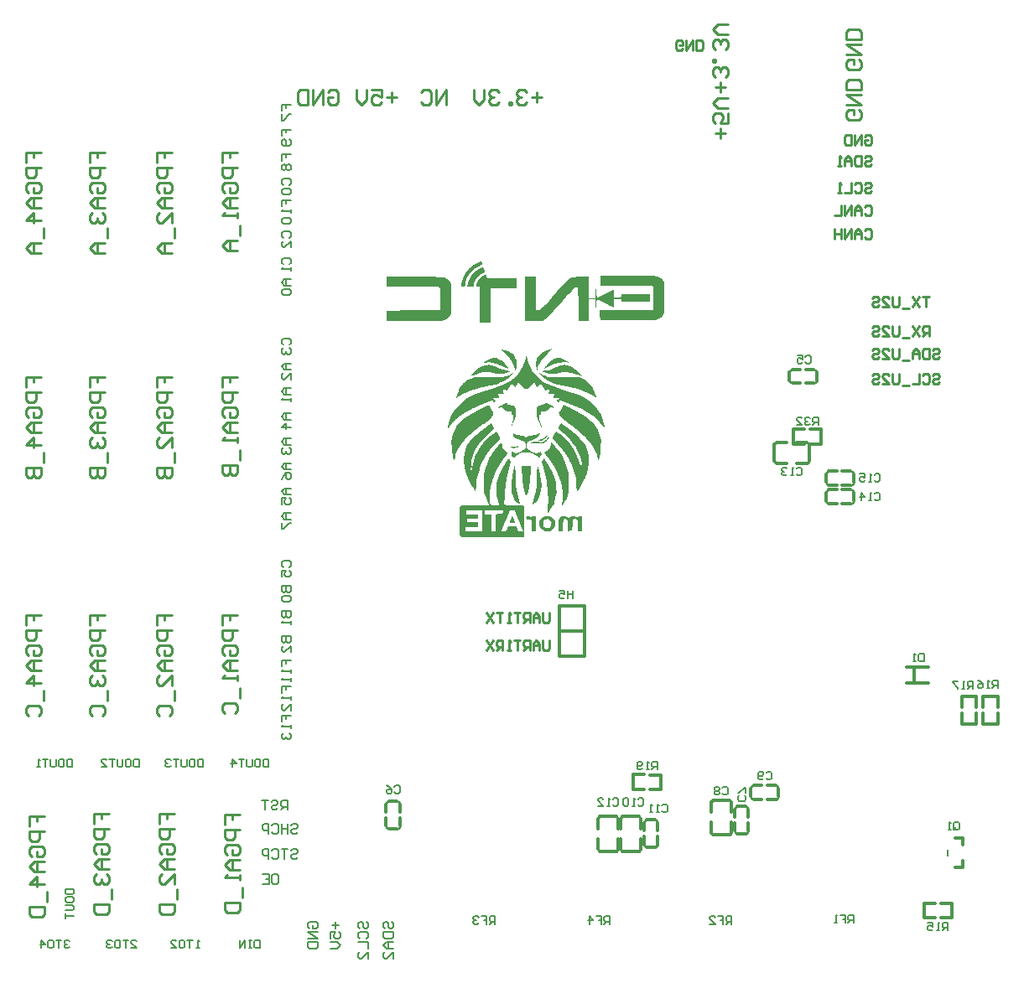
<source format=gbo>
G04*
G04 #@! TF.GenerationSoftware,Altium Limited,Altium Designer,20.0.2 (26)*
G04*
G04 Layer_Color=32896*
%FSLAX25Y25*%
%MOIN*%
G70*
G01*
G75*
%ADD10C,0.01000*%
%ADD13C,0.00800*%
%ADD14C,0.01200*%
%ADD17C,0.00600*%
%ADD80C,0.00787*%
G36*
X187785Y-98719D02*
X187842Y-98773D01*
X187908Y-98858D01*
X187978Y-98971D01*
X188053Y-99108D01*
X188128Y-99264D01*
X188203Y-99437D01*
X188274Y-99622D01*
X188293Y-99676D01*
X188311Y-99729D01*
X188328Y-99780D01*
X188345Y-99831D01*
X188359Y-99879D01*
X188373Y-99927D01*
X188386Y-99973D01*
X188398Y-100018D01*
X188409Y-100061D01*
X188419Y-100103D01*
X188427Y-100144D01*
X188435Y-100182D01*
X188441Y-100220D01*
X188447Y-100256D01*
X188451Y-100291D01*
X188454Y-100323D01*
X188456Y-100355D01*
X188457Y-100385D01*
X188457Y-100413D01*
X188456Y-100440D01*
X188454Y-100465D01*
X188451Y-100488D01*
X188446Y-100510D01*
X188441Y-100530D01*
X188434Y-100548D01*
X188427Y-100565D01*
X188418Y-100580D01*
X188408Y-100593D01*
X188397Y-100604D01*
X188385Y-100613D01*
X188372Y-100621D01*
X188358Y-100627D01*
X188284Y-100659D01*
X188170Y-100717D01*
X188022Y-100798D01*
X187844Y-100899D01*
X187644Y-101016D01*
X187426Y-101147D01*
X187197Y-101288D01*
X186961Y-101435D01*
X186893Y-101479D01*
X186824Y-101525D01*
X186757Y-101570D01*
X186689Y-101617D01*
X186623Y-101665D01*
X186557Y-101713D01*
X186491Y-101762D01*
X186426Y-101812D01*
X186362Y-101863D01*
X186299Y-101915D01*
X186236Y-101967D01*
X186173Y-102020D01*
X186112Y-102074D01*
X186051Y-102128D01*
X185991Y-102183D01*
X185931Y-102239D01*
X185872Y-102295D01*
X185814Y-102351D01*
X185757Y-102409D01*
X185701Y-102467D01*
X185645Y-102525D01*
X185590Y-102585D01*
X185536Y-102644D01*
X185482Y-102704D01*
X185430Y-102765D01*
X185378Y-102826D01*
X185327Y-102887D01*
X185277Y-102950D01*
X185228Y-103012D01*
X185179Y-103075D01*
X185132Y-103138D01*
X185086Y-103201D01*
X185040Y-103265D01*
X184995Y-103329D01*
X184952Y-103394D01*
X184909Y-103458D01*
X184867Y-103523D01*
X184827Y-103589D01*
X184787Y-103654D01*
X184748Y-103720D01*
X184711Y-103786D01*
X184674Y-103852D01*
X184638Y-103918D01*
X184604Y-103984D01*
X184571Y-104051D01*
X184538Y-104118D01*
X184507Y-104184D01*
X184477Y-104251D01*
X184448Y-104318D01*
X184420Y-104385D01*
X184393Y-104452D01*
X184368Y-104519D01*
X184343Y-104586D01*
X184320Y-104653D01*
X184298Y-104719D01*
X184278Y-104786D01*
X184258Y-104853D01*
X184240Y-104919D01*
X184223Y-104986D01*
X184207Y-105052D01*
X184193Y-105118D01*
X184179Y-105184D01*
X184168Y-105250D01*
X184157Y-105316D01*
X183992Y-106415D01*
X181532D01*
X181687Y-105482D01*
X181701Y-105408D01*
X181715Y-105333D01*
X181731Y-105256D01*
X181748Y-105179D01*
X181767Y-105101D01*
X181787Y-105022D01*
X181809Y-104941D01*
X181832Y-104860D01*
X181856Y-104779D01*
X181881Y-104696D01*
X181908Y-104613D01*
X181936Y-104529D01*
X181965Y-104445D01*
X181995Y-104359D01*
X182026Y-104274D01*
X182058Y-104188D01*
X182092Y-104102D01*
X182126Y-104015D01*
X182162Y-103929D01*
X182198Y-103841D01*
X182235Y-103754D01*
X182274Y-103667D01*
X182313Y-103580D01*
X182353Y-103492D01*
X182394Y-103405D01*
X182435Y-103318D01*
X182478Y-103231D01*
X182521Y-103144D01*
X182565Y-103057D01*
X182610Y-102971D01*
X182655Y-102885D01*
X182701Y-102799D01*
X182747Y-102714D01*
X182794Y-102629D01*
X182842Y-102545D01*
X182890Y-102462D01*
X182939Y-102379D01*
X182988Y-102297D01*
X183038Y-102216D01*
X183088Y-102136D01*
X183138Y-102056D01*
X183189Y-101978D01*
X183240Y-101900D01*
X183291Y-101823D01*
X183343Y-101748D01*
X183395Y-101674D01*
X183447Y-101601D01*
X183499Y-101529D01*
X183552Y-101458D01*
X183604Y-101389D01*
X183657Y-101321D01*
X183709Y-101255D01*
X183762Y-101190D01*
X183815Y-101127D01*
X183868Y-101065D01*
X183920Y-101005D01*
X183973Y-100947D01*
X184026Y-100890D01*
X184078Y-100836D01*
X184130Y-100783D01*
X184182Y-100732D01*
X184234Y-100683D01*
X184286Y-100636D01*
X184337Y-100591D01*
X184381Y-100554D01*
X184427Y-100516D01*
X184474Y-100478D01*
X184522Y-100440D01*
X184572Y-100401D01*
X184623Y-100362D01*
X184675Y-100323D01*
X184728Y-100283D01*
X184783Y-100243D01*
X184838Y-100204D01*
X184895Y-100164D01*
X184952Y-100124D01*
X185010Y-100083D01*
X185069Y-100043D01*
X185129Y-100003D01*
X185189Y-99963D01*
X185250Y-99922D01*
X185311Y-99882D01*
X185373Y-99842D01*
X185436Y-99803D01*
X185499Y-99763D01*
X185562Y-99724D01*
X185625Y-99685D01*
X185689Y-99646D01*
X185753Y-99607D01*
X185817Y-99569D01*
X185880Y-99531D01*
X185944Y-99494D01*
X186008Y-99457D01*
X186072Y-99421D01*
X186135Y-99385D01*
X186198Y-99350D01*
X186261Y-99315D01*
X186324Y-99281D01*
X186386Y-99247D01*
X186447Y-99214D01*
X186508Y-99182D01*
X186569Y-99151D01*
X186629Y-99120D01*
X186688Y-99090D01*
X186746Y-99061D01*
X186803Y-99033D01*
X186860Y-99006D01*
X186916Y-98980D01*
X186970Y-98954D01*
X187024Y-98930D01*
X187076Y-98907D01*
X187127Y-98885D01*
X187177Y-98864D01*
X187226Y-98844D01*
X187273Y-98825D01*
X187319Y-98807D01*
X187363Y-98791D01*
X187406Y-98776D01*
X187447Y-98762D01*
X187487Y-98749D01*
X187525Y-98738D01*
X187561Y-98728D01*
X187595Y-98720D01*
X187628Y-98713D01*
X187658Y-98707D01*
X187687Y-98704D01*
X187713Y-98701D01*
X187738Y-98700D01*
X187785Y-98719D01*
D02*
G37*
G36*
X186955Y-96501D02*
X186978Y-96503D01*
X187000Y-96506D01*
X187021Y-96509D01*
X187041Y-96514D01*
X187060Y-96520D01*
X187079Y-96527D01*
X187097Y-96534D01*
X187114Y-96543D01*
X187131Y-96553D01*
X187147Y-96563D01*
X187162Y-96575D01*
X187177Y-96587D01*
X187191Y-96601D01*
X187205Y-96615D01*
X187217Y-96631D01*
X187230Y-96647D01*
X187242Y-96664D01*
X187254Y-96683D01*
X187265Y-96702D01*
X187276Y-96722D01*
X187286Y-96744D01*
X187297Y-96766D01*
X187306Y-96789D01*
X187316Y-96813D01*
X187325Y-96838D01*
X187334Y-96864D01*
X187343Y-96892D01*
X187352Y-96920D01*
X187361Y-96949D01*
X187369Y-96979D01*
X187377Y-97010D01*
X187392Y-97066D01*
X187405Y-97121D01*
X187417Y-97175D01*
X187429Y-97227D01*
X187439Y-97276D01*
X187449Y-97324D01*
X187457Y-97369D01*
X187463Y-97410D01*
X187469Y-97449D01*
X187473Y-97484D01*
X187476Y-97515D01*
X187478Y-97542D01*
X187478Y-97565D01*
X187476Y-97583D01*
X187473Y-97595D01*
X187469Y-97602D01*
X187426Y-97627D01*
X187323Y-97682D01*
X187168Y-97763D01*
X186966Y-97866D01*
X186725Y-97989D01*
X186451Y-98127D01*
X186151Y-98278D01*
X185832Y-98438D01*
X185749Y-98480D01*
X185665Y-98525D01*
X185579Y-98571D01*
X185492Y-98620D01*
X185403Y-98671D01*
X185313Y-98724D01*
X185223Y-98778D01*
X185131Y-98834D01*
X185039Y-98891D01*
X184947Y-98950D01*
X184855Y-99010D01*
X184762Y-99071D01*
X184670Y-99133D01*
X184578Y-99196D01*
X184486Y-99260D01*
X184395Y-99325D01*
X184305Y-99389D01*
X184216Y-99455D01*
X184127Y-99520D01*
X184041Y-99586D01*
X183955Y-99652D01*
X183872Y-99718D01*
X183790Y-99783D01*
X183710Y-99848D01*
X183633Y-99913D01*
X183557Y-99977D01*
X183485Y-100040D01*
X183415Y-100103D01*
X183347Y-100165D01*
X183283Y-100225D01*
X183222Y-100285D01*
X183165Y-100343D01*
X183111Y-100399D01*
X183057Y-100456D01*
X183003Y-100515D01*
X182949Y-100575D01*
X182895Y-100637D01*
X182841Y-100700D01*
X182787Y-100764D01*
X182734Y-100830D01*
X182680Y-100896D01*
X182627Y-100964D01*
X182574Y-101032D01*
X182521Y-101102D01*
X182468Y-101172D01*
X182416Y-101244D01*
X182364Y-101316D01*
X182312Y-101389D01*
X182261Y-101462D01*
X182210Y-101537D01*
X182159Y-101611D01*
X182109Y-101687D01*
X182060Y-101763D01*
X182010Y-101839D01*
X181962Y-101916D01*
X181914Y-101992D01*
X181867Y-102070D01*
X181820Y-102147D01*
X181774Y-102225D01*
X181729Y-102303D01*
X181684Y-102380D01*
X181640Y-102458D01*
X181597Y-102536D01*
X181555Y-102613D01*
X181514Y-102691D01*
X181473Y-102768D01*
X181433Y-102845D01*
X181395Y-102922D01*
X181357Y-102998D01*
X181320Y-103074D01*
X181284Y-103149D01*
X181250Y-103224D01*
X181216Y-103298D01*
X181183Y-103372D01*
X181152Y-103445D01*
X181122Y-103517D01*
X181092Y-103588D01*
X181064Y-103659D01*
X181038Y-103728D01*
X181012Y-103797D01*
X180988Y-103864D01*
X180965Y-103931D01*
X180944Y-103996D01*
X180924Y-104061D01*
X180905Y-104124D01*
X180888Y-104185D01*
X180873Y-104246D01*
X180858Y-104305D01*
X180846Y-104362D01*
X180835Y-104418D01*
X180825Y-104473D01*
X180817Y-104525D01*
X180811Y-104577D01*
X180806Y-104626D01*
X180804Y-104674D01*
X180802Y-104720D01*
X180801Y-104781D01*
X180799Y-104847D01*
X180795Y-104916D01*
X180789Y-104987D01*
X180783Y-105061D01*
X180775Y-105137D01*
X180766Y-105213D01*
X180756Y-105291D01*
X180745Y-105368D01*
X180733Y-105444D01*
X180720Y-105519D01*
X180707Y-105592D01*
X180693Y-105663D01*
X180679Y-105731D01*
X180664Y-105795D01*
X180649Y-105855D01*
X180498Y-106415D01*
X179016D01*
X179189Y-105357D01*
X179204Y-105269D01*
X179219Y-105180D01*
X179235Y-105092D01*
X179252Y-105004D01*
X179269Y-104916D01*
X179287Y-104829D01*
X179306Y-104742D01*
X179325Y-104655D01*
X179344Y-104569D01*
X179365Y-104482D01*
X179386Y-104396D01*
X179407Y-104311D01*
X179429Y-104226D01*
X179452Y-104141D01*
X179475Y-104056D01*
X179499Y-103972D01*
X179524Y-103887D01*
X179549Y-103804D01*
X179574Y-103720D01*
X179601Y-103637D01*
X179628Y-103554D01*
X179655Y-103472D01*
X179683Y-103390D01*
X179711Y-103308D01*
X179741Y-103227D01*
X179770Y-103146D01*
X179801Y-103065D01*
X179832Y-102984D01*
X179863Y-102904D01*
X179895Y-102824D01*
X179928Y-102745D01*
X179961Y-102666D01*
X179994Y-102587D01*
X180029Y-102509D01*
X180063Y-102431D01*
X180099Y-102353D01*
X180135Y-102276D01*
X180171Y-102199D01*
X180208Y-102122D01*
X180246Y-102046D01*
X180284Y-101970D01*
X180323Y-101894D01*
X180362Y-101819D01*
X180402Y-101744D01*
X180443Y-101670D01*
X180483Y-101596D01*
X180525Y-101522D01*
X180567Y-101449D01*
X180609Y-101376D01*
X180652Y-101303D01*
X180696Y-101231D01*
X180740Y-101159D01*
X180785Y-101088D01*
X180830Y-101017D01*
X180876Y-100946D01*
X180922Y-100876D01*
X180969Y-100806D01*
X181017Y-100737D01*
X181064Y-100668D01*
X181113Y-100599D01*
X181162Y-100531D01*
X181211Y-100463D01*
X181261Y-100395D01*
X181312Y-100328D01*
X181363Y-100262D01*
X181414Y-100195D01*
X181466Y-100130D01*
X181519Y-100064D01*
X181572Y-99999D01*
X181625Y-99935D01*
X181679Y-99871D01*
X181734Y-99807D01*
X181789Y-99743D01*
X181845Y-99681D01*
X181901Y-99618D01*
X181957Y-99556D01*
X182015Y-99495D01*
X182072Y-99433D01*
X182130Y-99373D01*
X182189Y-99313D01*
X182248Y-99253D01*
X182307Y-99193D01*
X182367Y-99134D01*
X182428Y-99076D01*
X182489Y-99018D01*
X182551Y-98960D01*
X182612Y-98903D01*
X182675Y-98847D01*
X182738Y-98790D01*
X182801Y-98735D01*
X182865Y-98679D01*
X182930Y-98625D01*
X182994Y-98570D01*
X183060Y-98516D01*
X183126Y-98463D01*
X183192Y-98410D01*
X183259Y-98357D01*
X183326Y-98305D01*
X183394Y-98254D01*
X183462Y-98203D01*
X183530Y-98152D01*
X183599Y-98102D01*
X183669Y-98053D01*
X183739Y-98004D01*
X183809Y-97955D01*
X183880Y-97907D01*
X183951Y-97859D01*
X184023Y-97812D01*
X184096Y-97765D01*
X184168Y-97719D01*
X184241Y-97674D01*
X184315Y-97629D01*
X184389Y-97584D01*
X184463Y-97540D01*
X184538Y-97496D01*
X184614Y-97453D01*
X184689Y-97411D01*
X184766Y-97369D01*
X184842Y-97327D01*
X184919Y-97286D01*
X184997Y-97245D01*
X185075Y-97206D01*
X185153Y-97166D01*
X185232Y-97127D01*
X185311Y-97089D01*
X185391Y-97051D01*
X185471Y-97013D01*
X185552Y-96977D01*
X185617Y-96947D01*
X185681Y-96918D01*
X185744Y-96890D01*
X185804Y-96864D01*
X185863Y-96838D01*
X185921Y-96813D01*
X185977Y-96789D01*
X186031Y-96766D01*
X186084Y-96744D01*
X186135Y-96723D01*
X186185Y-96702D01*
X186233Y-96683D01*
X186280Y-96665D01*
X186325Y-96648D01*
X186369Y-96631D01*
X186412Y-96616D01*
X186453Y-96602D01*
X186493Y-96588D01*
X186532Y-96575D01*
X186569Y-96564D01*
X186606Y-96553D01*
X186641Y-96544D01*
X186675Y-96535D01*
X186707Y-96527D01*
X186739Y-96521D01*
X186770Y-96515D01*
X186799Y-96510D01*
X186828Y-96506D01*
X186855Y-96503D01*
X186881Y-96501D01*
X186907Y-96500D01*
X186931Y-96500D01*
X186955Y-96501D01*
D02*
G37*
G36*
X229947Y-106640D02*
Y-110894D01*
X232442D01*
Y-109152D01*
X232442Y-109060D01*
X232443Y-108969D01*
X232444Y-108879D01*
X232447Y-108792D01*
X232449Y-108706D01*
X232452Y-108622D01*
X232456Y-108540D01*
X232460Y-108460D01*
X232465Y-108383D01*
X232471Y-108307D01*
X232477Y-108234D01*
X232483Y-108164D01*
X232490Y-108096D01*
X232497Y-108031D01*
X232505Y-107968D01*
X232513Y-107908D01*
X232521Y-107851D01*
X232530Y-107798D01*
X232540Y-107747D01*
X232550Y-107699D01*
X232560Y-107655D01*
X232570Y-107614D01*
X232581Y-107577D01*
X232592Y-107543D01*
X232603Y-107512D01*
X232615Y-107486D01*
X232627Y-107463D01*
X232639Y-107445D01*
X232652Y-107430D01*
X232665Y-107419D01*
X232678Y-107413D01*
X232691Y-107411D01*
X232743Y-107445D01*
X232790Y-107544D01*
X232833Y-107702D01*
X232869Y-107913D01*
X232899Y-108172D01*
X232922Y-108472D01*
X232936Y-108808D01*
X232941Y-109173D01*
X232941Y-109264D01*
X232942Y-109352D01*
X232943Y-109440D01*
X232944Y-109526D01*
X232946Y-109610D01*
X232949Y-109692D01*
X232952Y-109773D01*
X232955Y-109851D01*
X232959Y-109927D01*
X232963Y-110001D01*
X232968Y-110073D01*
X232973Y-110142D01*
X232978Y-110209D01*
X232983Y-110273D01*
X232989Y-110335D01*
X232996Y-110393D01*
X233002Y-110449D01*
X233009Y-110501D01*
X233016Y-110550D01*
X233023Y-110596D01*
X233031Y-110638D01*
X233039Y-110678D01*
X233047Y-110713D01*
X233055Y-110745D01*
X233064Y-110772D01*
X233072Y-110796D01*
X233081Y-110816D01*
X233090Y-110831D01*
X233099Y-110843D01*
X233108Y-110850D01*
X233118Y-110852D01*
X233128Y-110850D01*
X233162Y-110834D01*
X233227Y-110801D01*
X233321Y-110755D01*
X233441Y-110695D01*
X233586Y-110621D01*
X233755Y-110536D01*
X233946Y-110440D01*
X234156Y-110334D01*
X234385Y-110218D01*
X234631Y-110093D01*
X234892Y-109961D01*
X235167Y-109822D01*
X235453Y-109676D01*
X235750Y-109526D01*
X236055Y-109371D01*
X236367Y-109212D01*
X236445Y-109172D01*
X236523Y-109132D01*
X236601Y-109093D01*
X236679Y-109054D01*
X236756Y-109015D01*
X236833Y-108976D01*
X236909Y-108938D01*
X236985Y-108900D01*
X237060Y-108862D01*
X237135Y-108825D01*
X237209Y-108788D01*
X237283Y-108752D01*
X237356Y-108715D01*
X237429Y-108680D01*
X237500Y-108644D01*
X237572Y-108609D01*
X237642Y-108575D01*
X237712Y-108540D01*
X237781Y-108507D01*
X237849Y-108474D01*
X237916Y-108441D01*
X237983Y-108408D01*
X238049Y-108377D01*
X238113Y-108345D01*
X238177Y-108315D01*
X238240Y-108284D01*
X238302Y-108255D01*
X238363Y-108226D01*
X238423Y-108197D01*
X238482Y-108169D01*
X238540Y-108142D01*
X238596Y-108115D01*
X238652Y-108089D01*
X238706Y-108064D01*
X238760Y-108039D01*
X238812Y-108015D01*
X238863Y-107992D01*
X238912Y-107969D01*
X238960Y-107947D01*
X239007Y-107925D01*
X239053Y-107905D01*
X239097Y-107885D01*
X239140Y-107866D01*
X239181Y-107847D01*
X239222Y-107830D01*
X239260Y-107813D01*
X239297Y-107797D01*
X239333Y-107782D01*
X239367Y-107767D01*
X239399Y-107754D01*
X239430Y-107741D01*
X239459Y-107729D01*
X239486Y-107719D01*
X239512Y-107708D01*
X239536Y-107699D01*
X239559Y-107691D01*
X239579Y-107684D01*
X239598Y-107677D01*
X239615Y-107672D01*
X239630Y-107667D01*
X239643Y-107664D01*
X239655Y-107661D01*
X239664Y-107660D01*
X239672Y-107659D01*
X239724Y-107689D01*
X239772Y-107774D01*
X239815Y-107909D01*
X239852Y-108089D01*
X239883Y-108309D01*
X239906Y-108563D01*
X239920Y-108846D01*
X239925Y-109152D01*
Y-110646D01*
X242634D01*
X242714Y-110086D01*
X242794Y-109526D01*
X254019D01*
Y-110894D01*
Y-112263D01*
X248344Y-112330D01*
X242669Y-112397D01*
Y-111895D01*
Y-111392D01*
X239925D01*
Y-113010D01*
X239925Y-113093D01*
X239924Y-113174D01*
X239924Y-113255D01*
X239922Y-113335D01*
X239921Y-113413D01*
X239919Y-113489D01*
X239917Y-113564D01*
X239915Y-113638D01*
X239912Y-113709D01*
X239910Y-113779D01*
X239906Y-113847D01*
X239903Y-113912D01*
X239899Y-113976D01*
X239896Y-114037D01*
X239892Y-114096D01*
X239887Y-114152D01*
X239883Y-114206D01*
X239878Y-114257D01*
X239873Y-114305D01*
X239868Y-114350D01*
X239863Y-114392D01*
X239858Y-114431D01*
X239852Y-114467D01*
X239847Y-114500D01*
X239841Y-114529D01*
X239835Y-114554D01*
X239829Y-114576D01*
X239823Y-114594D01*
X239816Y-114609D01*
X239810Y-114619D01*
X239803Y-114625D01*
X239797Y-114627D01*
X239705Y-114594D01*
X239492Y-114500D01*
X239171Y-114350D01*
X238756Y-114152D01*
X238261Y-113912D01*
X237699Y-113638D01*
X237085Y-113335D01*
X236433Y-113010D01*
X236350Y-112968D01*
X236267Y-112927D01*
X236184Y-112886D01*
X236103Y-112845D01*
X236021Y-112804D01*
X235940Y-112764D01*
X235860Y-112724D01*
X235780Y-112685D01*
X235701Y-112646D01*
X235623Y-112607D01*
X235545Y-112568D01*
X235468Y-112530D01*
X235391Y-112492D01*
X235315Y-112455D01*
X235241Y-112418D01*
X235166Y-112382D01*
X235093Y-112346D01*
X235020Y-112310D01*
X234949Y-112275D01*
X234878Y-112240D01*
X234808Y-112206D01*
X234740Y-112173D01*
X234672Y-112139D01*
X234605Y-112107D01*
X234539Y-112075D01*
X234474Y-112043D01*
X234411Y-112013D01*
X234348Y-111982D01*
X234287Y-111953D01*
X234227Y-111924D01*
X234168Y-111895D01*
X234110Y-111867D01*
X234053Y-111840D01*
X233998Y-111814D01*
X233944Y-111788D01*
X233892Y-111763D01*
X233840Y-111738D01*
X233790Y-111715D01*
X233742Y-111692D01*
X233695Y-111669D01*
X233649Y-111648D01*
X233605Y-111627D01*
X233563Y-111607D01*
X233522Y-111588D01*
X233483Y-111570D01*
X233445Y-111552D01*
X233408Y-111536D01*
X233374Y-111520D01*
X233341Y-111505D01*
X233310Y-111491D01*
X233281Y-111477D01*
X233253Y-111465D01*
X233227Y-111454D01*
X233203Y-111443D01*
X233181Y-111434D01*
X233161Y-111425D01*
X233142Y-111417D01*
X233126Y-111411D01*
X233111Y-111405D01*
X233099Y-111400D01*
X233088Y-111397D01*
X233080Y-111394D01*
X233073Y-111393D01*
X233069Y-111392D01*
X233043Y-111428D01*
X233019Y-111530D01*
X232997Y-111691D01*
X232978Y-111904D01*
X232963Y-112162D01*
X232951Y-112458D01*
X232943Y-112784D01*
X232941Y-113134D01*
X232940Y-113227D01*
X232939Y-113318D01*
X232938Y-113407D01*
X232936Y-113495D01*
X232933Y-113581D01*
X232930Y-113665D01*
X232926Y-113747D01*
X232922Y-113826D01*
X232917Y-113904D01*
X232911Y-113979D01*
X232906Y-114052D01*
X232899Y-114123D01*
X232892Y-114191D01*
X232885Y-114256D01*
X232877Y-114319D01*
X232869Y-114378D01*
X232861Y-114435D01*
X232852Y-114489D01*
X232842Y-114540D01*
X232833Y-114587D01*
X232823Y-114632D01*
X232812Y-114673D01*
X232801Y-114710D01*
X232790Y-114744D01*
X232779Y-114774D01*
X232767Y-114801D01*
X232755Y-114823D01*
X232743Y-114842D01*
X232730Y-114857D01*
X232717Y-114868D01*
X232704Y-114874D01*
X232691Y-114876D01*
X232639Y-114842D01*
X232592Y-114744D01*
X232550Y-114587D01*
X232513Y-114378D01*
X232483Y-114123D01*
X232460Y-113826D01*
X232447Y-113495D01*
X232442Y-113134D01*
Y-111392D01*
X229947D01*
Y-115747D01*
Y-120102D01*
X225714D01*
X225648Y-113321D01*
X225582Y-106539D01*
X224964Y-106627D01*
X224899Y-106638D01*
X224830Y-106651D01*
X224759Y-106668D01*
X224686Y-106688D01*
X224611Y-106710D01*
X224536Y-106734D01*
X224460Y-106761D01*
X224385Y-106789D01*
X224310Y-106819D01*
X224237Y-106850D01*
X224165Y-106883D01*
X224096Y-106916D01*
X224031Y-106951D01*
X223969Y-106986D01*
X223911Y-107021D01*
X223858Y-107056D01*
X223783Y-107120D01*
X223660Y-107240D01*
X223492Y-107413D01*
X223283Y-107636D01*
X223034Y-107905D01*
X222748Y-108218D01*
X222429Y-108571D01*
X222078Y-108961D01*
X221700Y-109386D01*
X221295Y-109842D01*
X220868Y-110326D01*
X220421Y-110835D01*
X219957Y-111367D01*
X219478Y-111917D01*
X218987Y-112483D01*
X218487Y-113061D01*
X213606Y-118725D01*
X212485Y-119351D01*
X211363Y-119978D01*
X207933Y-120064D01*
X204503Y-120150D01*
Y-111292D01*
Y-102433D01*
X208744D01*
Y-109152D01*
Y-115872D01*
X209451D01*
X209545Y-115869D01*
X209640Y-115860D01*
X209735Y-115845D01*
X209833Y-115822D01*
X209933Y-115791D01*
X210037Y-115751D01*
X210145Y-115701D01*
X210257Y-115641D01*
X210376Y-115569D01*
X210501Y-115486D01*
X210632Y-115391D01*
X210772Y-115281D01*
X210921Y-115158D01*
X211080Y-115020D01*
X211248Y-114867D01*
X211428Y-114697D01*
X211619Y-114510D01*
X211823Y-114305D01*
X212041Y-114082D01*
X212272Y-113840D01*
X212518Y-113577D01*
X212780Y-113294D01*
X213059Y-112990D01*
X213354Y-112663D01*
X213668Y-112313D01*
X214000Y-111940D01*
X214352Y-111542D01*
X214723Y-111120D01*
X215116Y-110671D01*
X215531Y-110196D01*
X215968Y-109693D01*
X216429Y-109163D01*
X216486Y-109097D01*
X216543Y-109032D01*
X216599Y-108966D01*
X216656Y-108901D01*
X216713Y-108835D01*
X216770Y-108770D01*
X216827Y-108705D01*
X216884Y-108640D01*
X216941Y-108575D01*
X216998Y-108510D01*
X217054Y-108446D01*
X217111Y-108381D01*
X217168Y-108317D01*
X217224Y-108253D01*
X217281Y-108188D01*
X217337Y-108124D01*
X217394Y-108061D01*
X217450Y-107997D01*
X217506Y-107933D01*
X217563Y-107870D01*
X217619Y-107807D01*
X217675Y-107744D01*
X217730Y-107681D01*
X217786Y-107619D01*
X217842Y-107556D01*
X217897Y-107494D01*
X217953Y-107432D01*
X218008Y-107371D01*
X218063Y-107309D01*
X218118Y-107248D01*
X218173Y-107187D01*
X218228Y-107126D01*
X218282Y-107065D01*
X218337Y-107005D01*
X218391Y-106945D01*
X218445Y-106886D01*
X218499Y-106826D01*
X218552Y-106767D01*
X218606Y-106708D01*
X218659Y-106649D01*
X218712Y-106591D01*
X218765Y-106533D01*
X218817Y-106475D01*
X218870Y-106418D01*
X218922Y-106361D01*
X218974Y-106304D01*
X219026Y-106247D01*
X219077Y-106191D01*
X219128Y-106136D01*
X219179Y-106080D01*
X219230Y-106025D01*
X219281Y-105971D01*
X219331Y-105916D01*
X219381Y-105862D01*
X219430Y-105809D01*
X219480Y-105755D01*
X219529Y-105703D01*
X219577Y-105650D01*
X219626Y-105598D01*
X219674Y-105547D01*
X219722Y-105496D01*
X219769Y-105445D01*
X219816Y-105394D01*
X219863Y-105345D01*
X219910Y-105295D01*
X219956Y-105246D01*
X220002Y-105198D01*
X220047Y-105149D01*
X220093Y-105102D01*
X220137Y-105054D01*
X220182Y-105008D01*
X220226Y-104962D01*
X220269Y-104916D01*
X220312Y-104870D01*
X220355Y-104826D01*
X220398Y-104781D01*
X220440Y-104738D01*
X220482Y-104694D01*
X220523Y-104652D01*
X220564Y-104610D01*
X220604Y-104568D01*
X220644Y-104527D01*
X220684Y-104486D01*
X220723Y-104446D01*
X220761Y-104406D01*
X220799Y-104367D01*
X220837Y-104329D01*
X220875Y-104291D01*
X220911Y-104254D01*
X220948Y-104217D01*
X220984Y-104181D01*
X221019Y-104146D01*
X221054Y-104111D01*
X221088Y-104077D01*
X221122Y-104043D01*
X221155Y-104010D01*
X221188Y-103978D01*
X221221Y-103946D01*
X221252Y-103915D01*
X221284Y-103884D01*
X221315Y-103854D01*
X221345Y-103825D01*
X221374Y-103797D01*
X221404Y-103769D01*
X221432Y-103742D01*
X221460Y-103715D01*
X221488Y-103689D01*
X221515Y-103664D01*
X221541Y-103640D01*
X221567Y-103616D01*
X221592Y-103593D01*
X221616Y-103570D01*
X221640Y-103549D01*
X221663Y-103528D01*
X221686Y-103508D01*
X221708Y-103488D01*
X221730Y-103470D01*
X221751Y-103452D01*
X221771Y-103435D01*
X221790Y-103418D01*
X221809Y-103402D01*
X221828Y-103387D01*
X221845Y-103373D01*
X221862Y-103360D01*
X221879Y-103348D01*
X221894Y-103336D01*
X221909Y-103325D01*
X221923Y-103315D01*
X223004Y-102558D01*
X226476Y-102472D01*
X229947Y-102386D01*
Y-106640D01*
D02*
G37*
G36*
X244727Y-101965D02*
X244793Y-101965D01*
X244860Y-101965D01*
X244926Y-101965D01*
X244992Y-101966D01*
X245058Y-101966D01*
X245124Y-101966D01*
X245190Y-101966D01*
X245256Y-101967D01*
X245322Y-101967D01*
X245388Y-101967D01*
X245453Y-101967D01*
X245519Y-101968D01*
X245585Y-101968D01*
X245650Y-101968D01*
X245716Y-101969D01*
X245781Y-101969D01*
X245847Y-101969D01*
X245912Y-101969D01*
X245977Y-101970D01*
X246042Y-101970D01*
X246107Y-101970D01*
X246172Y-101971D01*
X246237Y-101971D01*
X246302Y-101971D01*
X246367Y-101972D01*
X246431Y-101972D01*
X246496Y-101973D01*
X246560Y-101973D01*
X246625Y-101973D01*
X246689Y-101974D01*
X246753Y-101974D01*
X246817Y-101975D01*
X246881Y-101975D01*
X246945Y-101976D01*
X247009Y-101976D01*
X247073Y-101976D01*
X247137Y-101977D01*
X247200Y-101977D01*
X247264Y-101978D01*
X247327Y-101978D01*
X247390Y-101979D01*
X247453Y-101979D01*
X247516Y-101980D01*
X247579Y-101980D01*
X247642Y-101981D01*
X247705Y-101981D01*
X247767Y-101982D01*
X247830Y-101982D01*
X247892Y-101983D01*
X247955Y-101983D01*
X248017Y-101984D01*
X248079Y-101984D01*
X248141Y-101985D01*
X248202Y-101986D01*
X248264Y-101986D01*
X248325Y-101987D01*
X248387Y-101987D01*
X248448Y-101988D01*
X248509Y-101988D01*
X248570Y-101989D01*
X248631Y-101990D01*
X248692Y-101990D01*
X248752Y-101991D01*
X248813Y-101991D01*
X248873Y-101992D01*
X248933Y-101993D01*
X248993Y-101993D01*
X249053Y-101994D01*
X249113Y-101995D01*
X249172Y-101995D01*
X249232Y-101996D01*
X249291Y-101997D01*
X249350Y-101997D01*
X249409Y-101998D01*
X249468Y-101999D01*
X249527Y-101999D01*
X249586Y-102000D01*
X249644Y-102001D01*
X249702Y-102002D01*
X249760Y-102002D01*
X249818Y-102003D01*
X249876Y-102004D01*
X249933Y-102004D01*
X249991Y-102005D01*
X250048Y-102006D01*
X250105Y-102007D01*
X250162Y-102007D01*
X250219Y-102008D01*
X250275Y-102009D01*
X250332Y-102010D01*
X250388Y-102010D01*
X250444Y-102011D01*
X250500Y-102012D01*
X250555Y-102013D01*
X250611Y-102014D01*
X250666Y-102014D01*
X250721Y-102015D01*
X250776Y-102016D01*
X250831Y-102017D01*
X250886Y-102018D01*
X250940Y-102018D01*
X250994Y-102019D01*
X251048Y-102020D01*
X251102Y-102021D01*
X251155Y-102022D01*
X251209Y-102023D01*
X251262Y-102023D01*
X251315Y-102024D01*
X251368Y-102025D01*
X251420Y-102026D01*
X251473Y-102027D01*
X251525Y-102028D01*
X251577Y-102029D01*
X251629Y-102030D01*
X251680Y-102031D01*
X251732Y-102031D01*
X251783Y-102032D01*
X251834Y-102033D01*
X251885Y-102034D01*
X251935Y-102035D01*
X251985Y-102036D01*
X252035Y-102037D01*
X252085Y-102038D01*
X252135Y-102039D01*
X252184Y-102040D01*
X252233Y-102041D01*
X252282Y-102041D01*
X252331Y-102042D01*
X252379Y-102043D01*
X252428Y-102044D01*
X252476Y-102045D01*
X252523Y-102046D01*
X252571Y-102047D01*
X252618Y-102048D01*
X252665Y-102049D01*
X252712Y-102050D01*
X252759Y-102051D01*
X252805Y-102052D01*
X252851Y-102053D01*
X252897Y-102054D01*
X252942Y-102055D01*
X252988Y-102056D01*
X253033Y-102057D01*
X253078Y-102058D01*
X253122Y-102059D01*
X253167Y-102060D01*
X253211Y-102061D01*
X253255Y-102062D01*
X253298Y-102063D01*
X253342Y-102064D01*
X253384Y-102065D01*
X253427Y-102066D01*
X253470Y-102067D01*
X253512Y-102068D01*
X253554Y-102069D01*
X253596Y-102070D01*
X253637Y-102071D01*
X253678Y-102073D01*
X253719Y-102074D01*
X253760Y-102075D01*
X253800Y-102076D01*
X253840Y-102077D01*
X253880Y-102078D01*
X253920Y-102079D01*
X253959Y-102080D01*
X253998Y-102081D01*
X254036Y-102082D01*
X254075Y-102083D01*
X254113Y-102084D01*
X254151Y-102085D01*
X254188Y-102086D01*
X254225Y-102088D01*
X254262Y-102089D01*
X254299Y-102090D01*
X254335Y-102091D01*
X254371Y-102092D01*
X254407Y-102093D01*
X254443Y-102094D01*
X254478Y-102095D01*
X254512Y-102097D01*
X254547Y-102098D01*
X254581Y-102099D01*
X254615Y-102100D01*
X254649Y-102101D01*
X254682Y-102102D01*
X254715Y-102103D01*
X254748Y-102104D01*
X254780Y-102106D01*
X254812Y-102107D01*
X254844Y-102108D01*
X254875Y-102109D01*
X254906Y-102110D01*
X254937Y-102111D01*
X254967Y-102112D01*
X254997Y-102114D01*
X255027Y-102115D01*
X255057Y-102116D01*
X255086Y-102117D01*
X255115Y-102118D01*
X255143Y-102120D01*
X255171Y-102121D01*
X255199Y-102122D01*
X255226Y-102123D01*
X255254Y-102124D01*
X255280Y-102125D01*
X255307Y-102127D01*
X255333Y-102128D01*
X255359Y-102129D01*
X255384Y-102130D01*
X255409Y-102131D01*
X255434Y-102132D01*
X255458Y-102134D01*
X255482Y-102135D01*
X255506Y-102136D01*
X255529Y-102137D01*
X255552Y-102138D01*
X255575Y-102140D01*
X255597Y-102141D01*
X255619Y-102142D01*
X255641Y-102143D01*
X255662Y-102145D01*
X255682Y-102146D01*
X255703Y-102147D01*
X255723Y-102148D01*
X255743Y-102149D01*
X255762Y-102151D01*
X255781Y-102152D01*
X255800Y-102153D01*
X255818Y-102154D01*
X255836Y-102155D01*
X255853Y-102157D01*
X255870Y-102158D01*
X255887Y-102159D01*
X255903Y-102160D01*
X255919Y-102162D01*
X255935Y-102163D01*
X255950Y-102164D01*
X255965Y-102165D01*
X255979Y-102166D01*
X255993Y-102168D01*
X256007Y-102169D01*
X256020Y-102170D01*
X256033Y-102172D01*
X256045Y-102173D01*
X256057Y-102174D01*
X256069Y-102175D01*
X256080Y-102176D01*
X256091Y-102178D01*
X256102Y-102179D01*
X256112Y-102180D01*
X256121Y-102181D01*
X256131Y-102183D01*
X256139Y-102184D01*
X256148Y-102185D01*
X256156Y-102186D01*
X256163Y-102188D01*
X256234Y-102200D01*
X256303Y-102212D01*
X256372Y-102225D01*
X256440Y-102239D01*
X256507Y-102252D01*
X256574Y-102267D01*
X256640Y-102281D01*
X256705Y-102297D01*
X256770Y-102312D01*
X256834Y-102328D01*
X256897Y-102345D01*
X256959Y-102362D01*
X257021Y-102379D01*
X257082Y-102397D01*
X257143Y-102415D01*
X257203Y-102434D01*
X257262Y-102453D01*
X257320Y-102472D01*
X257378Y-102492D01*
X257435Y-102513D01*
X257492Y-102534D01*
X257547Y-102555D01*
X257602Y-102577D01*
X257657Y-102599D01*
X257711Y-102621D01*
X257764Y-102645D01*
X257816Y-102668D01*
X257868Y-102692D01*
X257919Y-102717D01*
X257969Y-102741D01*
X258019Y-102767D01*
X258068Y-102792D01*
X258116Y-102819D01*
X258164Y-102845D01*
X258211Y-102872D01*
X258257Y-102900D01*
X258302Y-102928D01*
X258347Y-102956D01*
X258392Y-102985D01*
X258435Y-103014D01*
X258478Y-103044D01*
X258521Y-103074D01*
X258562Y-103105D01*
X258603Y-103136D01*
X258643Y-103167D01*
X258683Y-103199D01*
X258722Y-103232D01*
X258760Y-103265D01*
X258798Y-103298D01*
X258835Y-103332D01*
X258871Y-103366D01*
X258907Y-103401D01*
X258942Y-103436D01*
X258976Y-103471D01*
X259010Y-103507D01*
X259043Y-103544D01*
X259075Y-103581D01*
X259106Y-103618D01*
X259138Y-103656D01*
X259168Y-103694D01*
X259197Y-103733D01*
X259226Y-103772D01*
X259255Y-103812D01*
X259283Y-103852D01*
X259756Y-104549D01*
X259828Y-110646D01*
X259900Y-116743D01*
X259437Y-117614D01*
X259407Y-117667D01*
X259377Y-117720D01*
X259344Y-117773D01*
X259310Y-117825D01*
X259274Y-117877D01*
X259237Y-117929D01*
X259198Y-117980D01*
X259157Y-118031D01*
X259116Y-118081D01*
X259072Y-118131D01*
X259027Y-118181D01*
X258980Y-118230D01*
X258932Y-118279D01*
X258883Y-118327D01*
X258832Y-118374D01*
X258779Y-118422D01*
X258725Y-118468D01*
X258670Y-118515D01*
X258613Y-118560D01*
X258555Y-118606D01*
X258495Y-118650D01*
X258433Y-118695D01*
X258371Y-118738D01*
X258307Y-118781D01*
X258241Y-118824D01*
X258174Y-118866D01*
X258106Y-118908D01*
X258036Y-118949D01*
X257965Y-118989D01*
X257893Y-119029D01*
X257819Y-119068D01*
X257744Y-119107D01*
X256513Y-119729D01*
X234313D01*
X234240Y-117676D01*
X234168Y-115623D01*
X255042D01*
X255341Y-115324D01*
X255640Y-115025D01*
Y-111077D01*
X255640Y-111025D01*
X255640Y-110972D01*
X255640Y-110920D01*
X255640Y-110868D01*
X255640Y-110816D01*
X255640Y-110764D01*
X255639Y-110712D01*
X255639Y-110660D01*
X255639Y-110609D01*
X255638Y-110558D01*
X255638Y-110506D01*
X255638Y-110456D01*
X255637Y-110405D01*
X255637Y-110354D01*
X255636Y-110304D01*
X255635Y-110253D01*
X255635Y-110203D01*
X255634Y-110153D01*
X255633Y-110103D01*
X255632Y-110054D01*
X255632Y-110005D01*
X255631Y-109956D01*
X255630Y-109907D01*
X255629Y-109858D01*
X255628Y-109809D01*
X255627Y-109761D01*
X255626Y-109713D01*
X255625Y-109665D01*
X255624Y-109618D01*
X255623Y-109570D01*
X255622Y-109523D01*
X255621Y-109476D01*
X255620Y-109429D01*
X255618Y-109383D01*
X255617Y-109337D01*
X255616Y-109291D01*
X255614Y-109245D01*
X255613Y-109200D01*
X255611Y-109155D01*
X255610Y-109110D01*
X255609Y-109065D01*
X255607Y-109021D01*
X255606Y-108977D01*
X255604Y-108933D01*
X255602Y-108890D01*
X255601Y-108846D01*
X255599Y-108803D01*
X255597Y-108761D01*
X255596Y-108719D01*
X255594Y-108677D01*
X255592Y-108635D01*
X255590Y-108593D01*
X255589Y-108553D01*
X255587Y-108512D01*
X255585Y-108471D01*
X255583Y-108431D01*
X255581Y-108391D01*
X255579Y-108352D01*
X255577Y-108313D01*
X255575Y-108274D01*
X255573Y-108236D01*
X255571Y-108198D01*
X255569Y-108160D01*
X255566Y-108123D01*
X255564Y-108086D01*
X255562Y-108049D01*
X255560Y-108013D01*
X255557Y-107977D01*
X255555Y-107942D01*
X255553Y-107907D01*
X255551Y-107872D01*
X255548Y-107838D01*
X255546Y-107804D01*
X255543Y-107770D01*
X255541Y-107737D01*
X255539Y-107704D01*
X255536Y-107672D01*
X255534Y-107640D01*
X255531Y-107608D01*
X255528Y-107577D01*
X255526Y-107547D01*
X255523Y-107516D01*
X255521Y-107486D01*
X255518Y-107457D01*
X255515Y-107428D01*
X255513Y-107400D01*
X255510Y-107371D01*
X255507Y-107344D01*
X255504Y-107317D01*
X255502Y-107290D01*
X255499Y-107264D01*
X255496Y-107238D01*
X255493Y-107213D01*
X255490Y-107188D01*
X255487Y-107163D01*
X255484Y-107139D01*
X255482Y-107116D01*
X255479Y-107093D01*
X255476Y-107071D01*
X255473Y-107048D01*
X255470Y-107027D01*
X255467Y-107006D01*
X255464Y-106985D01*
X255461Y-106966D01*
X255457Y-106946D01*
X255454Y-106927D01*
X255451Y-106909D01*
X255448Y-106891D01*
X255445Y-106873D01*
X255442Y-106857D01*
X255439Y-106840D01*
X255435Y-106824D01*
X255432Y-106809D01*
X255429Y-106794D01*
X255426Y-106780D01*
X255422Y-106767D01*
X255419Y-106754D01*
X255416Y-106741D01*
X255413Y-106729D01*
X255409Y-106718D01*
X255406Y-106707D01*
X255402Y-106697D01*
X255399Y-106687D01*
X255396Y-106678D01*
X255392Y-106669D01*
X255389Y-106662D01*
X255385Y-106654D01*
X255382Y-106648D01*
X255124Y-106166D01*
X234437D01*
Y-104051D01*
Y-101936D01*
X244727Y-101965D01*
D02*
G37*
G36*
X160663Y-102455D02*
X160734Y-102455D01*
X160805Y-102455D01*
X160876Y-102455D01*
X160947Y-102455D01*
X161018Y-102456D01*
X161088Y-102456D01*
X161159Y-102456D01*
X161230Y-102456D01*
X161300Y-102456D01*
X161370Y-102457D01*
X161441Y-102457D01*
X161511Y-102457D01*
X161581Y-102457D01*
X161651Y-102457D01*
X161721Y-102458D01*
X161791Y-102458D01*
X161861Y-102458D01*
X161930Y-102459D01*
X162000Y-102459D01*
X162069Y-102459D01*
X162139Y-102460D01*
X162208Y-102460D01*
X162277Y-102460D01*
X162346Y-102461D01*
X162415Y-102461D01*
X162484Y-102461D01*
X162553Y-102462D01*
X162622Y-102462D01*
X162690Y-102462D01*
X162759Y-102463D01*
X162827Y-102463D01*
X162895Y-102463D01*
X162963Y-102464D01*
X163031Y-102464D01*
X163099Y-102465D01*
X163166Y-102465D01*
X163234Y-102466D01*
X163301Y-102466D01*
X163369Y-102466D01*
X163436Y-102467D01*
X163503Y-102467D01*
X163570Y-102468D01*
X163637Y-102468D01*
X163703Y-102469D01*
X163770Y-102469D01*
X163836Y-102470D01*
X163902Y-102470D01*
X163969Y-102471D01*
X164034Y-102471D01*
X164100Y-102472D01*
X164166Y-102472D01*
X164232Y-102473D01*
X164297Y-102474D01*
X164362Y-102474D01*
X164427Y-102475D01*
X164492Y-102475D01*
X164557Y-102476D01*
X164622Y-102476D01*
X164686Y-102477D01*
X164750Y-102478D01*
X164814Y-102478D01*
X164878Y-102479D01*
X164942Y-102480D01*
X165006Y-102480D01*
X165069Y-102481D01*
X165133Y-102481D01*
X165196Y-102482D01*
X165259Y-102483D01*
X165322Y-102483D01*
X165384Y-102484D01*
X165447Y-102485D01*
X165509Y-102485D01*
X165571Y-102486D01*
X165633Y-102487D01*
X165695Y-102488D01*
X165756Y-102488D01*
X165818Y-102489D01*
X165879Y-102490D01*
X165940Y-102490D01*
X166001Y-102491D01*
X166061Y-102492D01*
X166122Y-102493D01*
X166182Y-102493D01*
X166242Y-102494D01*
X166302Y-102495D01*
X166362Y-102496D01*
X166421Y-102497D01*
X166481Y-102497D01*
X166540Y-102498D01*
X166599Y-102499D01*
X166657Y-102500D01*
X166716Y-102500D01*
X166774Y-102501D01*
X166832Y-102502D01*
X166890Y-102503D01*
X166947Y-102504D01*
X167005Y-102505D01*
X167062Y-102505D01*
X167119Y-102506D01*
X167176Y-102507D01*
X167232Y-102508D01*
X167289Y-102509D01*
X167345Y-102510D01*
X167401Y-102511D01*
X167456Y-102512D01*
X167512Y-102512D01*
X167567Y-102513D01*
X167622Y-102514D01*
X167677Y-102515D01*
X167731Y-102516D01*
X167786Y-102517D01*
X167840Y-102518D01*
X167894Y-102519D01*
X167947Y-102520D01*
X168000Y-102521D01*
X168053Y-102522D01*
X168106Y-102523D01*
X168159Y-102524D01*
X168211Y-102524D01*
X168263Y-102525D01*
X168315Y-102526D01*
X168367Y-102527D01*
X168418Y-102528D01*
X168470Y-102529D01*
X168520Y-102530D01*
X168571Y-102531D01*
X168621Y-102532D01*
X168671Y-102533D01*
X168721Y-102534D01*
X168771Y-102535D01*
X168820Y-102536D01*
X168869Y-102538D01*
X168918Y-102539D01*
X168966Y-102540D01*
X169015Y-102541D01*
X169063Y-102542D01*
X169111Y-102543D01*
X169158Y-102544D01*
X169205Y-102545D01*
X169252Y-102546D01*
X169299Y-102547D01*
X169345Y-102548D01*
X169391Y-102549D01*
X169437Y-102550D01*
X169482Y-102551D01*
X169527Y-102552D01*
X169572Y-102553D01*
X169617Y-102555D01*
X169661Y-102556D01*
X169705Y-102557D01*
X169749Y-102558D01*
X169792Y-102559D01*
X169836Y-102560D01*
X169879Y-102561D01*
X169921Y-102562D01*
X169963Y-102564D01*
X170005Y-102565D01*
X170047Y-102566D01*
X170088Y-102567D01*
X170130Y-102568D01*
X170170Y-102569D01*
X170211Y-102570D01*
X170251Y-102571D01*
X170291Y-102573D01*
X170330Y-102574D01*
X170369Y-102575D01*
X170408Y-102576D01*
X170447Y-102577D01*
X170485Y-102579D01*
X170523Y-102580D01*
X170561Y-102581D01*
X170598Y-102582D01*
X170635Y-102583D01*
X170671Y-102585D01*
X170708Y-102586D01*
X170744Y-102587D01*
X170779Y-102588D01*
X170815Y-102589D01*
X170850Y-102591D01*
X170884Y-102592D01*
X170919Y-102593D01*
X170953Y-102594D01*
X170986Y-102596D01*
X171019Y-102597D01*
X171053Y-102598D01*
X171085Y-102599D01*
X171117Y-102601D01*
X171149Y-102602D01*
X171181Y-102603D01*
X171212Y-102604D01*
X171243Y-102605D01*
X171273Y-102607D01*
X171304Y-102608D01*
X171333Y-102609D01*
X171363Y-102611D01*
X171392Y-102612D01*
X171421Y-102613D01*
X171449Y-102614D01*
X171477Y-102616D01*
X171505Y-102617D01*
X171532Y-102618D01*
X171559Y-102620D01*
X171585Y-102621D01*
X171612Y-102622D01*
X171637Y-102623D01*
X171663Y-102625D01*
X171688Y-102626D01*
X171713Y-102627D01*
X171737Y-102629D01*
X171761Y-102630D01*
X171784Y-102631D01*
X171807Y-102633D01*
X171830Y-102634D01*
X171853Y-102635D01*
X171875Y-102637D01*
X171896Y-102638D01*
X171917Y-102639D01*
X171938Y-102641D01*
X171959Y-102642D01*
X171979Y-102643D01*
X171998Y-102645D01*
X172018Y-102646D01*
X172037Y-102647D01*
X172055Y-102649D01*
X172073Y-102650D01*
X172091Y-102651D01*
X172108Y-102653D01*
X172125Y-102654D01*
X172141Y-102655D01*
X172157Y-102657D01*
X172173Y-102658D01*
X172188Y-102659D01*
X172203Y-102661D01*
X172217Y-102662D01*
X172231Y-102664D01*
X172245Y-102665D01*
X172258Y-102666D01*
X172271Y-102668D01*
X172283Y-102669D01*
X172295Y-102670D01*
X172306Y-102672D01*
X172317Y-102673D01*
X172328Y-102674D01*
X172338Y-102676D01*
X172348Y-102677D01*
X172357Y-102679D01*
X172366Y-102680D01*
X172374Y-102681D01*
X172382Y-102683D01*
X172390Y-102684D01*
X172397Y-102685D01*
X172404Y-102687D01*
X172410Y-102688D01*
X172416Y-102690D01*
X172421Y-102691D01*
X172426Y-102692D01*
X172504Y-102719D01*
X172588Y-102752D01*
X172678Y-102793D01*
X172772Y-102839D01*
X172870Y-102892D01*
X172971Y-102949D01*
X173074Y-103012D01*
X173179Y-103078D01*
X173284Y-103149D01*
X173389Y-103223D01*
X173494Y-103299D01*
X173596Y-103377D01*
X173696Y-103458D01*
X173792Y-103539D01*
X173885Y-103621D01*
X173972Y-103703D01*
X174793Y-104497D01*
X175056Y-105717D01*
X175071Y-105796D01*
X175087Y-105885D01*
X175101Y-105982D01*
X175116Y-106087D01*
X175130Y-106201D01*
X175143Y-106322D01*
X175156Y-106451D01*
X175168Y-106587D01*
X175180Y-106730D01*
X175191Y-106880D01*
X175202Y-107036D01*
X175212Y-107199D01*
X175222Y-107367D01*
X175231Y-107541D01*
X175240Y-107719D01*
X175248Y-107903D01*
X175255Y-108092D01*
X175263Y-108284D01*
X175269Y-108481D01*
X175276Y-108682D01*
X175281Y-108886D01*
X175286Y-109093D01*
X175291Y-109303D01*
X175295Y-109516D01*
X175299Y-109731D01*
X175302Y-109949D01*
X175305Y-110168D01*
X175307Y-110388D01*
X175309Y-110610D01*
X175310Y-110832D01*
X175310Y-111055D01*
X175310Y-111278D01*
X175310Y-111502D01*
X175309Y-111725D01*
X175308Y-111947D01*
X175306Y-112169D01*
X175303Y-112389D01*
X175301Y-112608D01*
X175297Y-112825D01*
X175293Y-113041D01*
X175289Y-113253D01*
X175284Y-113464D01*
X175279Y-113671D01*
X175273Y-113875D01*
X175266Y-114076D01*
X175259Y-114273D01*
X175252Y-114466D01*
X175244Y-114655D01*
X175236Y-114839D01*
X175227Y-115018D01*
X175217Y-115192D01*
X175208Y-115360D01*
X175197Y-115523D01*
X175186Y-115679D01*
X175175Y-115829D01*
X175163Y-115972D01*
X175151Y-116109D01*
X175138Y-116238D01*
X175124Y-116360D01*
X175110Y-116474D01*
X175096Y-116580D01*
X175081Y-116677D01*
X175066Y-116766D01*
X175050Y-116845D01*
X174782Y-118092D01*
X173931Y-118838D01*
X173886Y-118877D01*
X173839Y-118915D01*
X173790Y-118954D01*
X173740Y-118993D01*
X173688Y-119032D01*
X173634Y-119071D01*
X173579Y-119110D01*
X173523Y-119148D01*
X173466Y-119186D01*
X173408Y-119224D01*
X173348Y-119262D01*
X173288Y-119299D01*
X173228Y-119335D01*
X173167Y-119371D01*
X173105Y-119407D01*
X173043Y-119441D01*
X172981Y-119475D01*
X172919Y-119508D01*
X172856Y-119540D01*
X172794Y-119571D01*
X172733Y-119602D01*
X172671Y-119631D01*
X172610Y-119658D01*
X172550Y-119685D01*
X172491Y-119710D01*
X172432Y-119734D01*
X172374Y-119757D01*
X172318Y-119778D01*
X172262Y-119797D01*
X172208Y-119815D01*
X172155Y-119831D01*
X172104Y-119845D01*
X172035Y-119861D01*
X171945Y-119876D01*
X171834Y-119890D01*
X171703Y-119904D01*
X171552Y-119918D01*
X171381Y-119930D01*
X171190Y-119942D01*
X170979Y-119954D01*
X170749Y-119965D01*
X170499Y-119975D01*
X170229Y-119984D01*
X169941Y-119993D01*
X169633Y-120002D01*
X169306Y-120010D01*
X168960Y-120017D01*
X168596Y-120023D01*
X168212Y-120029D01*
X167811Y-120035D01*
X167391Y-120039D01*
X166952Y-120043D01*
X166496Y-120047D01*
X166021Y-120050D01*
X165529Y-120052D01*
X165018Y-120053D01*
X164491Y-120054D01*
X163946Y-120054D01*
X163383Y-120054D01*
X162803Y-120053D01*
X162206Y-120052D01*
X161592Y-120049D01*
X160962Y-120046D01*
X160314Y-120043D01*
X149500Y-119978D01*
Y-117987D01*
Y-115996D01*
X160101Y-115872D01*
X170703Y-115747D01*
X170772Y-111393D01*
X170840Y-107039D01*
X170412Y-106727D01*
X169984Y-106415D01*
X149625D01*
Y-104424D01*
Y-102433D01*
X160663Y-102455D01*
D02*
G37*
G36*
X188725Y-101719D02*
X188762Y-101724D01*
X188798Y-101733D01*
X188832Y-101745D01*
X188864Y-101761D01*
X188896Y-101781D01*
X188926Y-101804D01*
X188956Y-101831D01*
X188985Y-101862D01*
X189013Y-101896D01*
X189041Y-101934D01*
X189069Y-101976D01*
X189097Y-102022D01*
X189125Y-102071D01*
X189153Y-102125D01*
X189182Y-102182D01*
X189211Y-102244D01*
X189242Y-102309D01*
X189526Y-102931D01*
X201261D01*
Y-104917D01*
Y-106903D01*
X196084Y-106970D01*
X190908Y-107037D01*
X190842Y-113819D01*
X190776Y-120600D01*
X186551D01*
X186485Y-113570D01*
X186418Y-106539D01*
X185732Y-106461D01*
X185660Y-106451D01*
X185593Y-106441D01*
X185529Y-106428D01*
X185470Y-106414D01*
X185415Y-106398D01*
X185364Y-106379D01*
X185317Y-106359D01*
X185275Y-106336D01*
X185236Y-106311D01*
X185202Y-106283D01*
X185172Y-106252D01*
X185145Y-106218D01*
X185123Y-106182D01*
X185105Y-106142D01*
X185091Y-106099D01*
X185080Y-106052D01*
X185074Y-106002D01*
X185072Y-105948D01*
X185073Y-105890D01*
X185078Y-105828D01*
X185087Y-105763D01*
X185100Y-105693D01*
X185117Y-105618D01*
X185137Y-105539D01*
X185162Y-105455D01*
X185189Y-105367D01*
X185221Y-105273D01*
X185256Y-105175D01*
X185295Y-105071D01*
X185338Y-104962D01*
X185384Y-104847D01*
X185434Y-104727D01*
X185455Y-104677D01*
X185478Y-104626D01*
X185501Y-104576D01*
X185524Y-104525D01*
X185549Y-104475D01*
X185574Y-104424D01*
X185600Y-104374D01*
X185627Y-104323D01*
X185655Y-104273D01*
X185683Y-104223D01*
X185712Y-104173D01*
X185741Y-104122D01*
X185771Y-104072D01*
X185802Y-104023D01*
X185833Y-103973D01*
X185865Y-103923D01*
X185897Y-103874D01*
X185930Y-103825D01*
X185964Y-103776D01*
X185998Y-103728D01*
X186033Y-103679D01*
X186068Y-103631D01*
X186104Y-103583D01*
X186140Y-103535D01*
X186177Y-103488D01*
X186214Y-103441D01*
X186252Y-103394D01*
X186290Y-103348D01*
X186328Y-103302D01*
X186367Y-103257D01*
X186406Y-103211D01*
X186446Y-103167D01*
X186486Y-103122D01*
X186527Y-103078D01*
X186567Y-103035D01*
X186608Y-102992D01*
X186650Y-102950D01*
X186692Y-102908D01*
X186734Y-102866D01*
X186776Y-102825D01*
X186819Y-102785D01*
X186861Y-102745D01*
X186904Y-102705D01*
X186948Y-102667D01*
X186991Y-102629D01*
X187035Y-102591D01*
X187079Y-102554D01*
X187123Y-102518D01*
X187167Y-102482D01*
X187211Y-102447D01*
X187256Y-102413D01*
X187301Y-102380D01*
X187345Y-102347D01*
X187390Y-102315D01*
X187435Y-102284D01*
X187480Y-102253D01*
X187525Y-102223D01*
X187570Y-102194D01*
X187615Y-102166D01*
X187660Y-102139D01*
X187705Y-102112D01*
X187750Y-102086D01*
X187795Y-102062D01*
X187840Y-102038D01*
X187924Y-101995D01*
X188004Y-101954D01*
X188079Y-101917D01*
X188151Y-101883D01*
X188218Y-101852D01*
X188282Y-101824D01*
X188343Y-101799D01*
X188400Y-101777D01*
X188454Y-101759D01*
X188506Y-101744D01*
X188554Y-101732D01*
X188600Y-101724D01*
X188644Y-101719D01*
X188685Y-101717D01*
X188725Y-101719D01*
D02*
G37*
G36*
X219683Y-135332D02*
X219749Y-135362D01*
X219816Y-135393D01*
X219883Y-135424D01*
X219950Y-135456D01*
X220018Y-135488D01*
X220085Y-135521D01*
X220153Y-135554D01*
X220220Y-135587D01*
X220287Y-135620D01*
X220354Y-135654D01*
X220419Y-135687D01*
X220485Y-135721D01*
X220549Y-135754D01*
X220613Y-135788D01*
X220675Y-135821D01*
X220737Y-135854D01*
X220797Y-135886D01*
X220856Y-135918D01*
X220914Y-135950D01*
X220969Y-135981D01*
X221024Y-136012D01*
X221076Y-136042D01*
X221126Y-136071D01*
X221175Y-136100D01*
X221221Y-136128D01*
X221265Y-136154D01*
X221306Y-136180D01*
X221345Y-136205D01*
X221382Y-136229D01*
X221415Y-136252D01*
X221446Y-136274D01*
X221474Y-136294D01*
X221986Y-136677D01*
X220962Y-136540D01*
X219939Y-136403D01*
X218120Y-136758D01*
X216302Y-137113D01*
X214191Y-138101D01*
X214137Y-138126D01*
X214083Y-138151D01*
X214029Y-138176D01*
X213976Y-138201D01*
X213922Y-138225D01*
X213870Y-138249D01*
X213817Y-138274D01*
X213765Y-138297D01*
X213714Y-138321D01*
X213663Y-138344D01*
X213612Y-138367D01*
X213561Y-138390D01*
X213512Y-138412D01*
X213462Y-138434D01*
X213414Y-138456D01*
X213365Y-138478D01*
X213317Y-138499D01*
X213270Y-138520D01*
X213224Y-138541D01*
X213177Y-138561D01*
X213132Y-138581D01*
X213087Y-138601D01*
X213043Y-138620D01*
X213000Y-138639D01*
X212957Y-138657D01*
X212914Y-138675D01*
X212873Y-138693D01*
X212832Y-138710D01*
X212792Y-138727D01*
X212753Y-138744D01*
X212715Y-138760D01*
X212677Y-138776D01*
X212641Y-138791D01*
X212605Y-138806D01*
X212570Y-138820D01*
X212535Y-138834D01*
X212502Y-138848D01*
X212470Y-138861D01*
X212438Y-138873D01*
X212408Y-138885D01*
X212378Y-138897D01*
X212349Y-138908D01*
X212322Y-138919D01*
X212295Y-138929D01*
X212270Y-138938D01*
X212245Y-138947D01*
X212222Y-138956D01*
X212199Y-138964D01*
X212178Y-138971D01*
X212158Y-138978D01*
X212139Y-138985D01*
X212121Y-138990D01*
X212104Y-138996D01*
X212089Y-139000D01*
X212074Y-139004D01*
X212061Y-139008D01*
X212050Y-139011D01*
X212039Y-139013D01*
X212030Y-139014D01*
X212022Y-139015D01*
X212015Y-139016D01*
X212010Y-139015D01*
X212006Y-139014D01*
X212003Y-139013D01*
X212009Y-138971D01*
X212058Y-138881D01*
X212144Y-138748D01*
X212264Y-138577D01*
X212414Y-138374D01*
X212589Y-138146D01*
X212786Y-137897D01*
X213000Y-137633D01*
X214075Y-136328D01*
X215123Y-135644D01*
X216170Y-134959D01*
X217286Y-134855D01*
X218403Y-134752D01*
X219683Y-135332D01*
D02*
G37*
G36*
X193066Y-134784D02*
X194090Y-135226D01*
X195114Y-135668D01*
X195981Y-136470D01*
X196051Y-136536D01*
X196125Y-136608D01*
X196201Y-136685D01*
X196280Y-136767D01*
X196361Y-136853D01*
X196443Y-136943D01*
X196528Y-137036D01*
X196613Y-137132D01*
X196699Y-137231D01*
X196785Y-137332D01*
X196872Y-137434D01*
X196958Y-137537D01*
X197044Y-137641D01*
X197128Y-137746D01*
X197211Y-137849D01*
X197292Y-137952D01*
X197371Y-138054D01*
X197448Y-138154D01*
X197522Y-138252D01*
X197592Y-138348D01*
X197659Y-138440D01*
X197722Y-138529D01*
X197781Y-138614D01*
X197835Y-138695D01*
X197884Y-138770D01*
X197928Y-138840D01*
X197966Y-138905D01*
X197997Y-138963D01*
X198023Y-139014D01*
X198041Y-139058D01*
X198053Y-139095D01*
X198057Y-139123D01*
X198006Y-139115D01*
X197860Y-139061D01*
X197629Y-138968D01*
X197324Y-138839D01*
X196954Y-138678D01*
X196530Y-138489D01*
X196063Y-138278D01*
X195562Y-138049D01*
X193066Y-136900D01*
X191531Y-136666D01*
X189995Y-136431D01*
X188971Y-136574D01*
X187948Y-136716D01*
X188922Y-136084D01*
X188982Y-136046D01*
X189042Y-136007D01*
X189101Y-135970D01*
X189161Y-135933D01*
X189221Y-135896D01*
X189280Y-135860D01*
X189340Y-135825D01*
X189399Y-135790D01*
X189459Y-135756D01*
X189518Y-135722D01*
X189577Y-135688D01*
X189637Y-135656D01*
X189696Y-135624D01*
X189755Y-135592D01*
X189813Y-135561D01*
X189872Y-135530D01*
X189931Y-135500D01*
X189989Y-135470D01*
X190047Y-135442D01*
X190105Y-135413D01*
X190163Y-135386D01*
X190221Y-135358D01*
X190278Y-135332D01*
X190336Y-135306D01*
X190393Y-135280D01*
X190449Y-135255D01*
X190506Y-135231D01*
X190562Y-135207D01*
X190618Y-135184D01*
X190674Y-135162D01*
X190730Y-135140D01*
X190785Y-135119D01*
X190840Y-135098D01*
X190895Y-135078D01*
X190949Y-135058D01*
X191003Y-135040D01*
X191057Y-135021D01*
X191110Y-135004D01*
X191164Y-134987D01*
X191216Y-134971D01*
X191269Y-134955D01*
X191321Y-134940D01*
X191372Y-134926D01*
X191423Y-134912D01*
X191474Y-134899D01*
X191525Y-134887D01*
X191575Y-134875D01*
X191624Y-134864D01*
X191674Y-134853D01*
X191722Y-134843D01*
X191771Y-134834D01*
X191819Y-134826D01*
X191866Y-134818D01*
X191913Y-134811D01*
X191959Y-134805D01*
X192005Y-134799D01*
X192051Y-134794D01*
X192096Y-134790D01*
X192140Y-134786D01*
X192184Y-134783D01*
X192227Y-134781D01*
X192270Y-134780D01*
X192312Y-134779D01*
X192354Y-134779D01*
X193066Y-134784D01*
D02*
G37*
G36*
X213375Y-133049D02*
X211445Y-134928D01*
X210509Y-136668D01*
X209574Y-138407D01*
Y-139018D01*
Y-139629D01*
X209303Y-139377D01*
X209032Y-139125D01*
X208891Y-137842D01*
X208749Y-136558D01*
X209050Y-135526D01*
X209350Y-134492D01*
X210363Y-133470D01*
X211377Y-132448D01*
X212587Y-131975D01*
X212650Y-131951D01*
X212714Y-131926D01*
X212779Y-131902D01*
X212845Y-131877D01*
X212912Y-131852D01*
X212979Y-131827D01*
X213047Y-131803D01*
X213116Y-131779D01*
X213185Y-131754D01*
X213253Y-131730D01*
X213322Y-131706D01*
X213391Y-131683D01*
X213460Y-131660D01*
X213528Y-131637D01*
X213596Y-131615D01*
X213663Y-131593D01*
X213729Y-131571D01*
X213795Y-131550D01*
X213859Y-131530D01*
X213923Y-131510D01*
X213985Y-131491D01*
X214046Y-131473D01*
X214105Y-131455D01*
X214163Y-131438D01*
X214218Y-131422D01*
X214273Y-131407D01*
X214325Y-131393D01*
X214375Y-131380D01*
X214422Y-131367D01*
X214468Y-131356D01*
X214511Y-131346D01*
X214551Y-131337D01*
X215306Y-131171D01*
X213375Y-133049D01*
D02*
G37*
G36*
X195153Y-131344D02*
X195295Y-131365D01*
X195474Y-131399D01*
X195685Y-131445D01*
X195921Y-131503D01*
X196177Y-131570D01*
X196447Y-131647D01*
X197781Y-132037D01*
X198904Y-132780D01*
X200027Y-133523D01*
X200578Y-134581D01*
X201128Y-135638D01*
X201110Y-137169D01*
X201092Y-138700D01*
X200882Y-139176D01*
X200671Y-139652D01*
X200535Y-139295D01*
X200501Y-139204D01*
X200458Y-139082D01*
X200407Y-138933D01*
X200350Y-138764D01*
X200288Y-138579D01*
X200224Y-138384D01*
X200159Y-138185D01*
X200095Y-137987D01*
X200079Y-137936D01*
X200061Y-137884D01*
X200042Y-137830D01*
X200021Y-137773D01*
X199999Y-137715D01*
X199976Y-137656D01*
X199951Y-137595D01*
X199926Y-137532D01*
X199899Y-137469D01*
X199872Y-137404D01*
X199843Y-137338D01*
X199813Y-137272D01*
X199783Y-137204D01*
X199752Y-137136D01*
X199721Y-137068D01*
X199688Y-136999D01*
X199656Y-136931D01*
X199622Y-136862D01*
X199589Y-136793D01*
X199554Y-136724D01*
X199520Y-136656D01*
X199485Y-136588D01*
X199450Y-136521D01*
X199415Y-136454D01*
X199380Y-136389D01*
X199345Y-136324D01*
X199310Y-136260D01*
X199275Y-136198D01*
X199240Y-136137D01*
X199205Y-136077D01*
X199171Y-136020D01*
X199137Y-135963D01*
X198483Y-134892D01*
X196691Y-133167D01*
X196645Y-133123D01*
X196599Y-133079D01*
X196554Y-133035D01*
X196509Y-132991D01*
X196465Y-132948D01*
X196420Y-132905D01*
X196377Y-132862D01*
X196333Y-132819D01*
X196291Y-132777D01*
X196248Y-132735D01*
X196206Y-132693D01*
X196165Y-132652D01*
X196124Y-132611D01*
X196083Y-132570D01*
X196043Y-132530D01*
X196004Y-132490D01*
X195965Y-132451D01*
X195927Y-132412D01*
X195889Y-132374D01*
X195852Y-132336D01*
X195815Y-132298D01*
X195780Y-132261D01*
X195744Y-132225D01*
X195710Y-132189D01*
X195676Y-132153D01*
X195642Y-132118D01*
X195610Y-132084D01*
X195578Y-132051D01*
X195546Y-132017D01*
X195516Y-131985D01*
X195486Y-131953D01*
X195457Y-131922D01*
X195429Y-131891D01*
X195402Y-131861D01*
X195375Y-131832D01*
X195349Y-131804D01*
X195324Y-131776D01*
X195300Y-131749D01*
X195276Y-131722D01*
X195254Y-131697D01*
X195232Y-131672D01*
X195212Y-131648D01*
X195192Y-131625D01*
X195173Y-131603D01*
X195155Y-131581D01*
X195138Y-131561D01*
X195122Y-131541D01*
X195106Y-131522D01*
X195092Y-131504D01*
X195079Y-131487D01*
X195067Y-131470D01*
X195056Y-131455D01*
X195046Y-131441D01*
X195037Y-131427D01*
X195029Y-131415D01*
X195022Y-131404D01*
X195016Y-131393D01*
X195011Y-131384D01*
X195008Y-131375D01*
X195005Y-131368D01*
X195004Y-131362D01*
X195003Y-131357D01*
X195004Y-131353D01*
X195007Y-131350D01*
X195055Y-131339D01*
X195153Y-131344D01*
D02*
G37*
G36*
X191220Y-137652D02*
X191272Y-137664D01*
X191328Y-137678D01*
X191387Y-137694D01*
X191450Y-137712D01*
X191516Y-137731D01*
X191585Y-137752D01*
X191658Y-137775D01*
X191733Y-137800D01*
X191810Y-137826D01*
X191890Y-137853D01*
X191973Y-137882D01*
X192057Y-137913D01*
X192143Y-137944D01*
X192232Y-137977D01*
X192321Y-138011D01*
X192412Y-138046D01*
X192504Y-138082D01*
X192598Y-138119D01*
X192692Y-138156D01*
X192787Y-138195D01*
X192882Y-138234D01*
X192978Y-138274D01*
X193074Y-138315D01*
X193170Y-138356D01*
X193266Y-138397D01*
X193361Y-138439D01*
X193456Y-138482D01*
X193551Y-138524D01*
X193644Y-138567D01*
X193737Y-138610D01*
X193828Y-138653D01*
X193918Y-138696D01*
X195647Y-139528D01*
X197300Y-139849D01*
X198953Y-140170D01*
X197198Y-140685D01*
X195443Y-141199D01*
X194383Y-141197D01*
X193322Y-141194D01*
X191914Y-140842D01*
X190507Y-140491D01*
X189137Y-140488D01*
X187767Y-140485D01*
X185454Y-141206D01*
X185395Y-141224D01*
X185336Y-141243D01*
X185277Y-141261D01*
X185218Y-141279D01*
X185160Y-141296D01*
X185102Y-141314D01*
X185045Y-141331D01*
X184987Y-141348D01*
X184931Y-141365D01*
X184874Y-141382D01*
X184818Y-141398D01*
X184763Y-141414D01*
X184708Y-141430D01*
X184653Y-141446D01*
X184600Y-141461D01*
X184546Y-141476D01*
X184494Y-141491D01*
X184441Y-141506D01*
X184390Y-141520D01*
X184339Y-141534D01*
X184289Y-141548D01*
X184239Y-141561D01*
X184190Y-141575D01*
X184142Y-141587D01*
X184094Y-141600D01*
X184047Y-141612D01*
X184001Y-141624D01*
X183956Y-141636D01*
X183912Y-141647D01*
X183868Y-141658D01*
X183825Y-141669D01*
X183783Y-141680D01*
X183742Y-141690D01*
X183702Y-141699D01*
X183663Y-141709D01*
X183624Y-141718D01*
X183587Y-141726D01*
X183551Y-141734D01*
X183515Y-141742D01*
X183481Y-141750D01*
X183448Y-141757D01*
X183415Y-141764D01*
X183384Y-141770D01*
X183354Y-141776D01*
X183325Y-141782D01*
X183297Y-141787D01*
X183271Y-141792D01*
X183245Y-141796D01*
X183221Y-141800D01*
X183198Y-141804D01*
X183176Y-141807D01*
X183155Y-141809D01*
X183136Y-141812D01*
X183118Y-141813D01*
X183101Y-141815D01*
X183086Y-141816D01*
X183072Y-141816D01*
X183059D01*
X183048Y-141816D01*
X183038Y-141815D01*
X183029Y-141813D01*
X183022Y-141812D01*
X183017Y-141809D01*
X183013Y-141806D01*
X183020Y-141751D01*
X183093Y-141640D01*
X183225Y-141480D01*
X183408Y-141277D01*
X183638Y-141038D01*
X183908Y-140770D01*
X184212Y-140480D01*
X184542Y-140174D01*
X186201Y-138661D01*
X187330Y-138169D01*
X187389Y-138144D01*
X187450Y-138119D01*
X187512Y-138093D01*
X187575Y-138068D01*
X187640Y-138043D01*
X187705Y-138018D01*
X187772Y-137994D01*
X187839Y-137969D01*
X187907Y-137945D01*
X187976Y-137921D01*
X188045Y-137898D01*
X188114Y-137874D01*
X188183Y-137852D01*
X188253Y-137830D01*
X188322Y-137808D01*
X188391Y-137787D01*
X188460Y-137767D01*
X188528Y-137747D01*
X188595Y-137728D01*
X188662Y-137709D01*
X188728Y-137692D01*
X188792Y-137675D01*
X188856Y-137659D01*
X188918Y-137644D01*
X188979Y-137629D01*
X189039Y-137616D01*
X189096Y-137604D01*
X189152Y-137593D01*
X189206Y-137583D01*
X189258Y-137574D01*
X189308Y-137566D01*
X189355Y-137559D01*
X190251Y-137441D01*
X191220Y-137652D01*
D02*
G37*
G36*
X221163Y-137652D02*
X221213Y-137663D01*
X221266Y-137675D01*
X221319Y-137689D01*
X221374Y-137702D01*
X221430Y-137717D01*
X221487Y-137732D01*
X221544Y-137748D01*
X221603Y-137765D01*
X221662Y-137782D01*
X221722Y-137800D01*
X221782Y-137818D01*
X221843Y-137837D01*
X221904Y-137856D01*
X221965Y-137876D01*
X222025Y-137896D01*
X222086Y-137916D01*
X222147Y-137937D01*
X222207Y-137958D01*
X222266Y-137979D01*
X222325Y-138000D01*
X222384Y-138022D01*
X222441Y-138043D01*
X222498Y-138065D01*
X222553Y-138087D01*
X222608Y-138108D01*
X222661Y-138130D01*
X222713Y-138151D01*
X222763Y-138172D01*
X222812Y-138194D01*
X222859Y-138215D01*
X222904Y-138235D01*
X222947Y-138256D01*
X222990Y-138277D01*
X223036Y-138301D01*
X223084Y-138328D01*
X223135Y-138358D01*
X223188Y-138390D01*
X223244Y-138425D01*
X223302Y-138462D01*
X223361Y-138501D01*
X223423Y-138542D01*
X223487Y-138586D01*
X223553Y-138631D01*
X223620Y-138679D01*
X223689Y-138728D01*
X223759Y-138779D01*
X223831Y-138832D01*
X223904Y-138886D01*
X223978Y-138942D01*
X224053Y-138999D01*
X224130Y-139058D01*
X224207Y-139118D01*
X224285Y-139179D01*
X224363Y-139241D01*
X224443Y-139304D01*
X224523Y-139368D01*
X224603Y-139433D01*
X224684Y-139499D01*
X224764Y-139565D01*
X224845Y-139632D01*
X224926Y-139700D01*
X225007Y-139768D01*
X225088Y-139836D01*
X225168Y-139904D01*
X225248Y-139973D01*
X225328Y-140042D01*
X225407Y-140111D01*
X225485Y-140179D01*
X225563Y-140248D01*
X225639Y-140316D01*
X225715Y-140384D01*
X225790Y-140451D01*
X225863Y-140518D01*
X225935Y-140585D01*
X226006Y-140650D01*
X226076Y-140715D01*
X226144Y-140779D01*
X226210Y-140842D01*
X226274Y-140904D01*
X226337Y-140965D01*
X226397Y-141025D01*
X226456Y-141084D01*
X226512Y-141141D01*
X226566Y-141197D01*
X226618Y-141251D01*
X226667Y-141304D01*
X226714Y-141355D01*
X226758Y-141404D01*
X226800Y-141451D01*
X226838Y-141497D01*
X226874Y-141540D01*
X226906Y-141581D01*
X226936Y-141620D01*
X226962Y-141657D01*
X226985Y-141692D01*
X227005Y-141724D01*
X227240Y-142132D01*
X225509Y-141517D01*
X225455Y-141498D01*
X225403Y-141479D01*
X225350Y-141461D01*
X225299Y-141443D01*
X225247Y-141425D01*
X225196Y-141407D01*
X225146Y-141389D01*
X225096Y-141372D01*
X225046Y-141355D01*
X224997Y-141338D01*
X224948Y-141321D01*
X224900Y-141304D01*
X224852Y-141288D01*
X224804Y-141272D01*
X224757Y-141256D01*
X224710Y-141240D01*
X224664Y-141225D01*
X224618Y-141209D01*
X224572Y-141194D01*
X224527Y-141179D01*
X224482Y-141165D01*
X224438Y-141150D01*
X224394Y-141136D01*
X224350Y-141122D01*
X224307Y-141108D01*
X224264Y-141094D01*
X224221Y-141080D01*
X224179Y-141067D01*
X224136Y-141054D01*
X224095Y-141041D01*
X224053Y-141028D01*
X224012Y-141015D01*
X223972Y-141003D01*
X223931Y-140991D01*
X223891Y-140979D01*
X223851Y-140967D01*
X223811Y-140955D01*
X223772Y-140944D01*
X223733Y-140932D01*
X223694Y-140921D01*
X223656Y-140910D01*
X223617Y-140899D01*
X223579Y-140889D01*
X223541Y-140878D01*
X223504Y-140868D01*
X223467Y-140858D01*
X223429Y-140848D01*
X223393Y-140838D01*
X223356Y-140828D01*
X223320Y-140819D01*
X223283Y-140809D01*
X223248Y-140800D01*
X223212Y-140791D01*
X223176Y-140782D01*
X223141Y-140774D01*
X223106Y-140765D01*
X223070Y-140757D01*
X223036Y-140749D01*
X223001Y-140741D01*
X222966Y-140733D01*
X222932Y-140725D01*
X222898Y-140717D01*
X222864Y-140710D01*
X222830Y-140702D01*
X222796Y-140695D01*
X222762Y-140688D01*
X222729Y-140682D01*
X222695Y-140675D01*
X222662Y-140668D01*
X222629Y-140662D01*
X222596Y-140656D01*
X222563Y-140649D01*
X222530Y-140643D01*
X222497Y-140638D01*
X222464Y-140632D01*
X222431Y-140626D01*
X222399Y-140621D01*
X222366Y-140615D01*
X222334Y-140610D01*
X222302Y-140605D01*
X222269Y-140600D01*
X222237Y-140595D01*
X222204Y-140591D01*
X222172Y-140586D01*
X222140Y-140582D01*
X222108Y-140577D01*
X222076Y-140573D01*
X222043Y-140569D01*
X222011Y-140565D01*
X221979Y-140561D01*
X221947Y-140558D01*
X221915Y-140554D01*
X221883Y-140551D01*
X221851Y-140548D01*
X221818Y-140544D01*
X221786Y-140541D01*
X221754Y-140538D01*
X221722Y-140535D01*
X221689Y-140532D01*
X221657Y-140530D01*
X221624Y-140527D01*
X221592Y-140525D01*
X221559Y-140522D01*
X221526Y-140520D01*
X221494Y-140518D01*
X221461Y-140516D01*
X221428Y-140514D01*
X221395Y-140512D01*
X221362Y-140510D01*
X221328Y-140508D01*
X221295Y-140507D01*
X221262Y-140506D01*
X221228Y-140504D01*
X221195Y-140503D01*
X221161Y-140502D01*
X221127Y-140500D01*
X221093Y-140499D01*
X221058Y-140499D01*
X221024Y-140498D01*
X220989Y-140497D01*
X220955Y-140496D01*
X220920Y-140496D01*
X220885Y-140495D01*
X220849Y-140495D01*
X220814Y-140494D01*
X220778Y-140494D01*
X220743Y-140494D01*
X220707Y-140494D01*
X219427Y-140491D01*
X218019Y-140842D01*
X216612Y-141194D01*
X215551Y-141197D01*
X214490Y-141199D01*
X212736Y-140690D01*
X210981Y-140180D01*
X212584Y-139871D01*
X214187Y-139562D01*
X216295Y-138628D01*
X218403Y-137694D01*
X219299Y-137567D01*
X220195Y-137441D01*
X221163Y-137652D01*
D02*
G37*
G36*
X210355Y-140730D02*
X210416Y-140750D01*
X210484Y-140781D01*
X210555Y-140823D01*
X210629Y-140873D01*
X210702Y-140931D01*
X210772Y-140995D01*
X210838Y-141063D01*
X210875Y-141100D01*
X210923Y-141140D01*
X210982Y-141182D01*
X211050Y-141227D01*
X211127Y-141274D01*
X211213Y-141323D01*
X211305Y-141373D01*
X211404Y-141424D01*
X211509Y-141475D01*
X211619Y-141526D01*
X211733Y-141577D01*
X211851Y-141628D01*
X211971Y-141677D01*
X212093Y-141725D01*
X212217Y-141771D01*
X212341Y-141814D01*
X213541Y-142226D01*
X219811Y-142374D01*
X226081Y-142522D01*
X227430Y-143082D01*
X228779Y-143642D01*
X230025Y-144911D01*
X231272Y-146179D01*
X232075Y-148243D01*
X232096Y-148297D01*
X232116Y-148349D01*
X232137Y-148402D01*
X232157Y-148454D01*
X232176Y-148506D01*
X232196Y-148558D01*
X232215Y-148609D01*
X232235Y-148660D01*
X232254Y-148711D01*
X232272Y-148761D01*
X232291Y-148811D01*
X232309Y-148860D01*
X232327Y-148909D01*
X232344Y-148957D01*
X232362Y-149005D01*
X232379Y-149053D01*
X232396Y-149100D01*
X232412Y-149146D01*
X232429Y-149192D01*
X232445Y-149237D01*
X232460Y-149282D01*
X232476Y-149326D01*
X232491Y-149370D01*
X232505Y-149412D01*
X232520Y-149455D01*
X232534Y-149496D01*
X232548Y-149537D01*
X232561Y-149577D01*
X232574Y-149617D01*
X232587Y-149655D01*
X232600Y-149693D01*
X232612Y-149730D01*
X232623Y-149767D01*
X232635Y-149802D01*
X232646Y-149837D01*
X232656Y-149871D01*
X232666Y-149904D01*
X232676Y-149936D01*
X232685Y-149967D01*
X232694Y-149997D01*
X232703Y-150027D01*
X232711Y-150055D01*
X232719Y-150083D01*
X232726Y-150109D01*
X232733Y-150135D01*
X232739Y-150159D01*
X232745Y-150183D01*
X232751Y-150205D01*
X232756Y-150226D01*
X232760Y-150247D01*
X232764Y-150266D01*
X232768Y-150284D01*
X232771Y-150301D01*
X232774Y-150316D01*
X232776Y-150331D01*
X232778Y-150344D01*
X232779Y-150356D01*
X232780Y-150367D01*
X232780Y-150377D01*
X232780Y-150385D01*
X232779Y-150392D01*
X232777Y-150398D01*
X232775Y-150403D01*
X232773Y-150406D01*
X232731Y-150413D01*
X232654Y-150394D01*
X232544Y-150353D01*
X232407Y-150290D01*
X232248Y-150209D01*
X232070Y-150111D01*
X231878Y-149998D01*
X231677Y-149873D01*
X231624Y-149840D01*
X231566Y-149804D01*
X231504Y-149767D01*
X231437Y-149728D01*
X231366Y-149688D01*
X231292Y-149646D01*
X231213Y-149602D01*
X231132Y-149557D01*
X231047Y-149512D01*
X230959Y-149464D01*
X230868Y-149416D01*
X230774Y-149367D01*
X230678Y-149318D01*
X230580Y-149267D01*
X230479Y-149216D01*
X230377Y-149164D01*
X230273Y-149112D01*
X230167Y-149060D01*
X230061Y-149007D01*
X229953Y-148955D01*
X229844Y-148902D01*
X229734Y-148849D01*
X229624Y-148796D01*
X229513Y-148744D01*
X229403Y-148692D01*
X229292Y-148641D01*
X229182Y-148590D01*
X229072Y-148539D01*
X228962Y-148490D01*
X228854Y-148441D01*
X228747Y-148393D01*
X228640Y-148347D01*
X226593Y-147451D01*
X224289Y-146841D01*
X224229Y-146826D01*
X224168Y-146809D01*
X224105Y-146793D01*
X224040Y-146776D01*
X223974Y-146759D01*
X223907Y-146742D01*
X223838Y-146724D01*
X223769Y-146707D01*
X223698Y-146689D01*
X223626Y-146671D01*
X223552Y-146652D01*
X223478Y-146634D01*
X223403Y-146615D01*
X223326Y-146596D01*
X223249Y-146577D01*
X223171Y-146558D01*
X223092Y-146538D01*
X223011Y-146519D01*
X222931Y-146499D01*
X222849Y-146479D01*
X222767Y-146460D01*
X222684Y-146440D01*
X222601Y-146420D01*
X222516Y-146399D01*
X222432Y-146379D01*
X222346Y-146359D01*
X222261Y-146339D01*
X222175Y-146318D01*
X222088Y-146298D01*
X222002Y-146277D01*
X221914Y-146257D01*
X221827Y-146237D01*
X221740Y-146216D01*
X221652Y-146196D01*
X221564Y-146176D01*
X221476Y-146155D01*
X221388Y-146135D01*
X221300Y-146115D01*
X221212Y-146094D01*
X221124Y-146074D01*
X221036Y-146054D01*
X220948Y-146034D01*
X220861Y-146015D01*
X220774Y-145995D01*
X220687Y-145975D01*
X220600Y-145956D01*
X220514Y-145937D01*
X220428Y-145917D01*
X220342Y-145898D01*
X220257Y-145880D01*
X220173Y-145861D01*
X220089Y-145843D01*
X220005Y-145824D01*
X219923Y-145806D01*
X219841Y-145788D01*
X219760Y-145771D01*
X219679Y-145754D01*
X219600Y-145736D01*
X219521Y-145720D01*
X219443Y-145703D01*
X219366Y-145687D01*
X219290Y-145671D01*
X219215Y-145655D01*
X219141Y-145640D01*
X216297Y-145048D01*
X214918Y-144403D01*
X214832Y-144363D01*
X214747Y-144322D01*
X214661Y-144280D01*
X214576Y-144238D01*
X214491Y-144196D01*
X214406Y-144153D01*
X214321Y-144110D01*
X214237Y-144067D01*
X214154Y-144023D01*
X214070Y-143979D01*
X213987Y-143935D01*
X213904Y-143890D01*
X213822Y-143845D01*
X213740Y-143799D01*
X213659Y-143754D01*
X213578Y-143708D01*
X213497Y-143661D01*
X213418Y-143615D01*
X213338Y-143568D01*
X213260Y-143521D01*
X213181Y-143474D01*
X213104Y-143427D01*
X213027Y-143380D01*
X212950Y-143332D01*
X212875Y-143284D01*
X212800Y-143236D01*
X212726Y-143189D01*
X212652Y-143140D01*
X212579Y-143092D01*
X212507Y-143044D01*
X212436Y-142996D01*
X212366Y-142947D01*
X212296Y-142899D01*
X212227Y-142851D01*
X212159Y-142802D01*
X212092Y-142754D01*
X212026Y-142706D01*
X211961Y-142657D01*
X211896Y-142609D01*
X211833Y-142561D01*
X211771Y-142513D01*
X211709Y-142465D01*
X211649Y-142417D01*
X211590Y-142369D01*
X211531Y-142321D01*
X211474Y-142274D01*
X211418Y-142226D01*
X211363Y-142179D01*
X211310Y-142132D01*
X211257Y-142085D01*
X211206Y-142039D01*
X211155Y-141992D01*
X211106Y-141946D01*
X211058Y-141901D01*
X211012Y-141855D01*
X210967Y-141810D01*
X210923Y-141765D01*
X210880Y-141720D01*
X210839Y-141676D01*
X210799Y-141632D01*
X210761Y-141588D01*
X210723Y-141545D01*
X210688Y-141502D01*
X210654Y-141460D01*
X210070Y-140723D01*
X210302D01*
X210355Y-140730D01*
D02*
G37*
G36*
X199683Y-140752D02*
X199693Y-140753D01*
X199701Y-140756D01*
X199709Y-140759D01*
X199715Y-140764D01*
X199720Y-140769D01*
X199723Y-140776D01*
X199726Y-140784D01*
X199727Y-140793D01*
X199727Y-140803D01*
X199726Y-140814D01*
X199723Y-140826D01*
X199720Y-140840D01*
X199715Y-140854D01*
X199710Y-140870D01*
X199703Y-140887D01*
X199695Y-140905D01*
X199685Y-140924D01*
X199675Y-140944D01*
X199663Y-140965D01*
X199650Y-140987D01*
X199636Y-141011D01*
X199621Y-141035D01*
X199605Y-141061D01*
X199588Y-141088D01*
X199569Y-141116D01*
X199549Y-141145D01*
X199528Y-141175D01*
X199506Y-141207D01*
X199483Y-141239D01*
X199459Y-141273D01*
X199434Y-141308D01*
X199407Y-141344D01*
X199379Y-141381D01*
X199350Y-141419D01*
X199320Y-141458D01*
X199284Y-141505D01*
X199247Y-141551D01*
X199209Y-141597D01*
X199170Y-141644D01*
X199129Y-141690D01*
X199088Y-141736D01*
X199045Y-141783D01*
X199001Y-141830D01*
X198956Y-141876D01*
X198910Y-141923D01*
X198863Y-141970D01*
X198814Y-142016D01*
X198765Y-142063D01*
X198714Y-142110D01*
X198663Y-142157D01*
X198610Y-142203D01*
X198556Y-142250D01*
X198501Y-142297D01*
X198445Y-142344D01*
X198388Y-142391D01*
X198330Y-142438D01*
X198271Y-142485D01*
X198211Y-142532D01*
X198149Y-142579D01*
X198087Y-142626D01*
X198023Y-142673D01*
X197959Y-142720D01*
X197893Y-142767D01*
X197826Y-142814D01*
X197759Y-142860D01*
X197690Y-142908D01*
X197620Y-142954D01*
X197549Y-143001D01*
X197477Y-143048D01*
X197405Y-143095D01*
X197331Y-143142D01*
X197256Y-143189D01*
X197180Y-143236D01*
X197103Y-143282D01*
X197025Y-143329D01*
X196946Y-143376D01*
X196866Y-143423D01*
X196785Y-143470D01*
X196703Y-143516D01*
X196620Y-143563D01*
X196536Y-143609D01*
X196451Y-143656D01*
X196365Y-143702D01*
X196278Y-143749D01*
X196190Y-143795D01*
X196101Y-143841D01*
X196011Y-143888D01*
X195920Y-143934D01*
X195828Y-143980D01*
X195736Y-144026D01*
X195642Y-144072D01*
X195547Y-144118D01*
X195451Y-144164D01*
X195355Y-144210D01*
X195257Y-144255D01*
X195159Y-144301D01*
X195059Y-144346D01*
X194959Y-144392D01*
X194858Y-144437D01*
X193066Y-145236D01*
X190520Y-145721D01*
X190454Y-145734D01*
X190386Y-145747D01*
X190318Y-145760D01*
X190248Y-145774D01*
X190176Y-145788D01*
X190104Y-145803D01*
X190031Y-145818D01*
X189956Y-145833D01*
X189881Y-145849D01*
X189805Y-145865D01*
X189727Y-145881D01*
X189649Y-145898D01*
X189570Y-145915D01*
X189491Y-145932D01*
X189410Y-145950D01*
X189329Y-145967D01*
X189247Y-145985D01*
X189164Y-146004D01*
X189081Y-146022D01*
X188998Y-146041D01*
X188914Y-146060D01*
X188829Y-146079D01*
X188744Y-146098D01*
X188659Y-146118D01*
X188573Y-146138D01*
X188487Y-146158D01*
X188400Y-146178D01*
X188314Y-146198D01*
X188227Y-146218D01*
X188140Y-146239D01*
X188054Y-146259D01*
X187967Y-146280D01*
X187880Y-146301D01*
X187793Y-146322D01*
X187706Y-146343D01*
X187619Y-146364D01*
X187532Y-146385D01*
X187446Y-146406D01*
X187360Y-146427D01*
X187274Y-146449D01*
X187188Y-146470D01*
X187103Y-146491D01*
X187018Y-146512D01*
X186934Y-146534D01*
X186850Y-146555D01*
X186767Y-146576D01*
X186684Y-146598D01*
X186602Y-146619D01*
X186520Y-146640D01*
X186439Y-146661D01*
X186359Y-146682D01*
X186280Y-146703D01*
X186201Y-146723D01*
X186123Y-146744D01*
X186047Y-146765D01*
X185971Y-146785D01*
X185896Y-146806D01*
X185822Y-146826D01*
X185749Y-146846D01*
X185677Y-146866D01*
X185607Y-146885D01*
X185537Y-146905D01*
X185469Y-146924D01*
X185402Y-146943D01*
X182829Y-147681D01*
X180782Y-148635D01*
X180729Y-148659D01*
X180676Y-148684D01*
X180622Y-148709D01*
X180569Y-148734D01*
X180516Y-148759D01*
X180462Y-148785D01*
X180409Y-148810D01*
X180355Y-148836D01*
X180302Y-148862D01*
X180248Y-148888D01*
X180195Y-148913D01*
X180141Y-148939D01*
X180088Y-148965D01*
X180035Y-148991D01*
X179982Y-149017D01*
X179929Y-149043D01*
X179876Y-149069D01*
X179824Y-149095D01*
X179771Y-149121D01*
X179719Y-149147D01*
X179667Y-149172D01*
X179616Y-149198D01*
X179564Y-149224D01*
X179513Y-149249D01*
X179463Y-149275D01*
X179413Y-149300D01*
X179363Y-149326D01*
X179313Y-149351D01*
X179264Y-149376D01*
X179216Y-149400D01*
X179168Y-149425D01*
X179121Y-149450D01*
X179074Y-149474D01*
X179027Y-149498D01*
X178981Y-149522D01*
X178936Y-149546D01*
X178891Y-149569D01*
X178847Y-149592D01*
X178804Y-149615D01*
X178761Y-149638D01*
X178719Y-149660D01*
X178678Y-149682D01*
X178638Y-149704D01*
X178598Y-149725D01*
X178559Y-149746D01*
X178521Y-149767D01*
X178484Y-149788D01*
X178448Y-149808D01*
X178412Y-149827D01*
X178378Y-149847D01*
X178344Y-149865D01*
X178311Y-149884D01*
X178280Y-149902D01*
X178249Y-149920D01*
X178219Y-149937D01*
X178191Y-149954D01*
X178163Y-149970D01*
X178137Y-149986D01*
X178111Y-150001D01*
X178087Y-150016D01*
X178064Y-150030D01*
X178042Y-150044D01*
X178021Y-150057D01*
X178002Y-150070D01*
X177269Y-150551D01*
X177457Y-149743D01*
X177479Y-149654D01*
X177505Y-149555D01*
X177535Y-149446D01*
X177569Y-149330D01*
X177607Y-149207D01*
X177647Y-149077D01*
X177691Y-148943D01*
X177736Y-148804D01*
X177784Y-148663D01*
X177833Y-148520D01*
X177884Y-148377D01*
X177935Y-148233D01*
X177988Y-148091D01*
X178040Y-147952D01*
X178092Y-147816D01*
X178144Y-147684D01*
X178643Y-146434D01*
X179651Y-145248D01*
X179707Y-145183D01*
X179763Y-145118D01*
X179817Y-145055D01*
X179870Y-144994D01*
X179923Y-144934D01*
X179975Y-144876D01*
X180026Y-144819D01*
X180076Y-144764D01*
X180126Y-144709D01*
X180175Y-144657D01*
X180224Y-144605D01*
X180272Y-144554D01*
X180320Y-144505D01*
X180367Y-144457D01*
X180414Y-144411D01*
X180461Y-144365D01*
X180507Y-144320D01*
X180553Y-144277D01*
X180600Y-144234D01*
X180646Y-144193D01*
X180692Y-144152D01*
X180738Y-144112D01*
X180784Y-144074D01*
X180830Y-144036D01*
X180877Y-143999D01*
X180923Y-143962D01*
X180970Y-143927D01*
X181017Y-143892D01*
X181065Y-143858D01*
X181113Y-143825D01*
X181161Y-143792D01*
X181210Y-143760D01*
X181259Y-143729D01*
X181309Y-143698D01*
X181360Y-143667D01*
X181411Y-143637D01*
X181463Y-143608D01*
X181516Y-143579D01*
X181570Y-143550D01*
X181624Y-143522D01*
X181680Y-143494D01*
X181737Y-143466D01*
X181794Y-143439D01*
X181853Y-143412D01*
X181913Y-143385D01*
X181974Y-143358D01*
X182036Y-143331D01*
X182099Y-143305D01*
X182164Y-143278D01*
X182230Y-143252D01*
X182298Y-143225D01*
X182367Y-143199D01*
X182438Y-143172D01*
X182510Y-143146D01*
X182584Y-143119D01*
X182660Y-143092D01*
X182737Y-143065D01*
X182816Y-143038D01*
X182897Y-143010D01*
X182980Y-142983D01*
X183064Y-142955D01*
X183151Y-142926D01*
X183240Y-142898D01*
X183331Y-142868D01*
X184829Y-142389D01*
X195134D01*
X196659Y-142025D01*
X198185Y-141661D01*
X198878Y-141192D01*
X198923Y-141162D01*
X198967Y-141133D01*
X199009Y-141104D01*
X199051Y-141077D01*
X199091Y-141051D01*
X199129Y-141026D01*
X199167Y-141003D01*
X199203Y-140980D01*
X199238Y-140958D01*
X199272Y-140937D01*
X199305Y-140918D01*
X199336Y-140899D01*
X199366Y-140882D01*
X199395Y-140866D01*
X199423Y-140850D01*
X199450Y-140836D01*
X199475Y-140823D01*
X199499Y-140811D01*
X199522Y-140801D01*
X199543Y-140791D01*
X199564Y-140782D01*
X199583Y-140775D01*
X199601Y-140768D01*
X199618Y-140763D01*
X199633Y-140758D01*
X199648Y-140755D01*
X199661Y-140753D01*
X199673Y-140752D01*
X199683Y-140752D01*
D02*
G37*
G36*
X212837Y-152630D02*
X212889Y-152635D01*
X212954Y-152648D01*
X213030Y-152667D01*
X213116Y-152694D01*
X213211Y-152727D01*
X213316Y-152766D01*
X213427Y-152811D01*
X213545Y-152861D01*
X213669Y-152916D01*
X213798Y-152975D01*
X213931Y-153039D01*
X214066Y-153106D01*
X214204Y-153177D01*
X214343Y-153250D01*
X214482Y-153326D01*
X214620Y-153404D01*
X214689Y-153444D01*
X214756Y-153483D01*
X214823Y-153523D01*
X214889Y-153562D01*
X214953Y-153601D01*
X215017Y-153640D01*
X215079Y-153679D01*
X215139Y-153718D01*
X215199Y-153756D01*
X215256Y-153793D01*
X215313Y-153830D01*
X215367Y-153867D01*
X215420Y-153902D01*
X215470Y-153937D01*
X215519Y-153972D01*
X215566Y-154005D01*
X215610Y-154038D01*
X215653Y-154069D01*
X215693Y-154100D01*
X215730Y-154129D01*
X215766Y-154158D01*
X215798Y-154185D01*
X215828Y-154211D01*
X215855Y-154235D01*
X215880Y-154258D01*
X215901Y-154280D01*
X215919Y-154300D01*
X215935Y-154318D01*
X215947Y-154335D01*
X215956Y-154350D01*
X215962Y-154364D01*
X215964Y-154375D01*
X215972Y-154581D01*
X215190Y-154474D01*
X214409Y-154367D01*
X214159Y-154802D01*
X214130Y-154848D01*
X214094Y-154896D01*
X214051Y-154947D01*
X214003Y-154999D01*
X213950Y-155052D01*
X213892Y-155106D01*
X213829Y-155160D01*
X213763Y-155214D01*
X213694Y-155268D01*
X213622Y-155320D01*
X213547Y-155372D01*
X213472Y-155421D01*
X213395Y-155469D01*
X213317Y-155514D01*
X213239Y-155556D01*
X213162Y-155595D01*
X212414Y-155955D01*
X210853D01*
Y-156661D01*
Y-157368D01*
X210469Y-157231D01*
X210085Y-157094D01*
Y-158195D01*
Y-159296D01*
X210725Y-160997D01*
X210745Y-161052D01*
X210766Y-161107D01*
X210786Y-161160D01*
X210805Y-161213D01*
X210824Y-161264D01*
X210842Y-161315D01*
X210861Y-161365D01*
X210878Y-161414D01*
X210896Y-161462D01*
X210912Y-161509D01*
X210929Y-161556D01*
X210945Y-161601D01*
X210961Y-161645D01*
X210976Y-161689D01*
X210991Y-161732D01*
X211005Y-161774D01*
X211019Y-161815D01*
X211033Y-161855D01*
X211046Y-161894D01*
X211059Y-161932D01*
X211071Y-161970D01*
X211083Y-162006D01*
X211094Y-162042D01*
X211106Y-162077D01*
X211117Y-162110D01*
X211127Y-162143D01*
X211137Y-162176D01*
X211146Y-162207D01*
X211156Y-162237D01*
X211164Y-162267D01*
X211173Y-162295D01*
X211181Y-162323D01*
X211188Y-162349D01*
X211196Y-162375D01*
X211202Y-162400D01*
X211209Y-162425D01*
X211215Y-162448D01*
X211221Y-162470D01*
X211226Y-162492D01*
X211231Y-162512D01*
X211235Y-162532D01*
X211240Y-162551D01*
X211244Y-162569D01*
X211247Y-162586D01*
X211250Y-162602D01*
X211253Y-162618D01*
X211255Y-162632D01*
X211257Y-162645D01*
X211259Y-162658D01*
X211260Y-162670D01*
X211261Y-162681D01*
X211261Y-162691D01*
X211261Y-162700D01*
X211261Y-162708D01*
X211261Y-162716D01*
X211260Y-162722D01*
X211258Y-162728D01*
X211257Y-162733D01*
X211255Y-162737D01*
X211252Y-162740D01*
X211249Y-162742D01*
X211246Y-162743D01*
X211243Y-162744D01*
X211239Y-162743D01*
X211235Y-162742D01*
X211231Y-162740D01*
X211226Y-162737D01*
X211221Y-162733D01*
X211215Y-162728D01*
X211210Y-162722D01*
X211204Y-162716D01*
X211197Y-162708D01*
X211190Y-162700D01*
X211183Y-162691D01*
X211176Y-162681D01*
X211168Y-162670D01*
X211160Y-162658D01*
X211151Y-162645D01*
X211142Y-162632D01*
X211133Y-162617D01*
X211124Y-162602D01*
X211114Y-162586D01*
X211104Y-162569D01*
X211093Y-162551D01*
X211083Y-162532D01*
X211072Y-162513D01*
X211060Y-162492D01*
X211049Y-162471D01*
X211037Y-162449D01*
X211024Y-162425D01*
X211012Y-162401D01*
X210999Y-162377D01*
X210986Y-162351D01*
X210972Y-162325D01*
X210958Y-162297D01*
X210944Y-162269D01*
X210930Y-162240D01*
X210915Y-162210D01*
X210900Y-162179D01*
X210884Y-162147D01*
X210869Y-162115D01*
X210853Y-162081D01*
X210837Y-162047D01*
X210820Y-162012D01*
X210803Y-161976D01*
X210786Y-161939D01*
X210769Y-161901D01*
X210751Y-161862D01*
X210733Y-161823D01*
X210715Y-161782D01*
X210696Y-161741D01*
X210677Y-161699D01*
X210658Y-161656D01*
X210639Y-161612D01*
X210619Y-161568D01*
X210599Y-161522D01*
X210579Y-161476D01*
X210558Y-161429D01*
X210538Y-161381D01*
X210517Y-161332D01*
X210495Y-161282D01*
X210474Y-161231D01*
X210452Y-161180D01*
X210430Y-161127D01*
X210407Y-161074D01*
X210385Y-161020D01*
X210362Y-160965D01*
X210338Y-160909D01*
X209517Y-158930D01*
X209310Y-157502D01*
X209102Y-156074D01*
X209277Y-155129D01*
X209452Y-154185D01*
X210216Y-153841D01*
X210297Y-153805D01*
X210380Y-153768D01*
X210465Y-153730D01*
X210551Y-153691D01*
X210637Y-153652D01*
X210724Y-153613D01*
X210810Y-153574D01*
X210895Y-153535D01*
X210978Y-153498D01*
X211059Y-153461D01*
X211136Y-153426D01*
X211210Y-153393D01*
X211279Y-153361D01*
X211343Y-153332D01*
X211402Y-153306D01*
X211454Y-153282D01*
X211926Y-153066D01*
X212413Y-153476D01*
X212901Y-153887D01*
Y-153626D01*
X212895Y-153570D01*
X212880Y-153513D01*
X212857Y-153455D01*
X212825Y-153398D01*
X212788Y-153345D01*
X212744Y-153296D01*
X212696Y-153253D01*
X212645Y-153218D01*
X212593Y-153184D01*
X212545Y-153143D01*
X212502Y-153097D01*
X212464Y-153048D01*
X212433Y-152997D01*
X212409Y-152945D01*
X212394Y-152895D01*
X212389Y-152847D01*
Y-152623D01*
X212837Y-152630D01*
D02*
G37*
G36*
X197304Y-152623D02*
X197327Y-152624D01*
X197349Y-152626D01*
X197370Y-152629D01*
X197389Y-152633D01*
X197408Y-152638D01*
X197425Y-152643D01*
X197441Y-152649D01*
X197456Y-152656D01*
X197470Y-152665D01*
X197483Y-152674D01*
X197495Y-152684D01*
X197505Y-152694D01*
X197514Y-152706D01*
X197522Y-152719D01*
X197529Y-152732D01*
X197535Y-152747D01*
X197539Y-152762D01*
X197543Y-152778D01*
X197544Y-152795D01*
X197545Y-152813D01*
X197521Y-152909D01*
X197456Y-153031D01*
X197360Y-153161D01*
X197242Y-153285D01*
X196939Y-153567D01*
X197084Y-153701D01*
X197228Y-153835D01*
X197650Y-153444D01*
X198071Y-153052D01*
X198384Y-153280D01*
X198461Y-153330D01*
X198560Y-153382D01*
X198678Y-153435D01*
X198809Y-153487D01*
X198951Y-153538D01*
X199098Y-153586D01*
X199247Y-153628D01*
X199393Y-153664D01*
X200089Y-153818D01*
X200400Y-154351D01*
X200710Y-154884D01*
X200684Y-156431D01*
X200657Y-157978D01*
X199978Y-159963D01*
X199961Y-160013D01*
X199944Y-160063D01*
X199927Y-160111D01*
X199910Y-160159D01*
X199893Y-160206D01*
X199877Y-160253D01*
X199860Y-160299D01*
X199844Y-160345D01*
X199828Y-160389D01*
X199812Y-160433D01*
X199796Y-160477D01*
X199780Y-160520D01*
X199764Y-160562D01*
X199749Y-160603D01*
X199733Y-160644D01*
X199718Y-160684D01*
X199703Y-160724D01*
X199688Y-160763D01*
X199673Y-160801D01*
X199658Y-160838D01*
X199643Y-160875D01*
X199629Y-160912D01*
X199615Y-160947D01*
X199600Y-160982D01*
X199586Y-161016D01*
X199573Y-161049D01*
X199559Y-161082D01*
X199545Y-161114D01*
X199532Y-161146D01*
X199519Y-161176D01*
X199506Y-161206D01*
X199493Y-161236D01*
X199480Y-161264D01*
X199468Y-161292D01*
X199455Y-161319D01*
X199443Y-161346D01*
X199431Y-161372D01*
X199420Y-161397D01*
X199408Y-161421D01*
X199397Y-161445D01*
X199386Y-161468D01*
X199375Y-161490D01*
X199364Y-161511D01*
X199353Y-161532D01*
X199343Y-161552D01*
X199333Y-161572D01*
X199323Y-161590D01*
X199313Y-161608D01*
X199304Y-161625D01*
X199295Y-161641D01*
X199286Y-161657D01*
X199277Y-161672D01*
X199268Y-161686D01*
X199260Y-161699D01*
X199252Y-161712D01*
X199244Y-161724D01*
X199236Y-161735D01*
X199229Y-161745D01*
X199222Y-161755D01*
X199214Y-161764D01*
X199208Y-161772D01*
X199201Y-161779D01*
X199195Y-161786D01*
X199189Y-161792D01*
X199183Y-161797D01*
X199178Y-161801D01*
X199173Y-161804D01*
X199168Y-161807D01*
X199163Y-161809D01*
X199159Y-161810D01*
X199155Y-161811D01*
X199151Y-161810D01*
X199147Y-161809D01*
X199144Y-161807D01*
X199141Y-161804D01*
X199138Y-161800D01*
X199136Y-161796D01*
X199134Y-161791D01*
X199132Y-161785D01*
X199130Y-161778D01*
X199129Y-161770D01*
X199128Y-161762D01*
X199128Y-161752D01*
X199127Y-161742D01*
X199127Y-161731D01*
X199127Y-161720D01*
X199128Y-161707D01*
X199129Y-161694D01*
X199130Y-161680D01*
X199131Y-161665D01*
X199133Y-161649D01*
X199135Y-161632D01*
X199138Y-161615D01*
X199141Y-161596D01*
X199144Y-161577D01*
X199147Y-161557D01*
X199151Y-161536D01*
X199155Y-161514D01*
X199160Y-161492D01*
X199164Y-161468D01*
X199170Y-161444D01*
X199175Y-161419D01*
X199181Y-161393D01*
X199187Y-161366D01*
X199194Y-161338D01*
X199200Y-161310D01*
X199208Y-161280D01*
X199215Y-161250D01*
X199223Y-161219D01*
X199232Y-161187D01*
X199240Y-161153D01*
X199249Y-161120D01*
X199259Y-161085D01*
X199269Y-161049D01*
X199279Y-161013D01*
X199289Y-160976D01*
X199300Y-160937D01*
X199312Y-160898D01*
X199323Y-160858D01*
X199336Y-160817D01*
X199348Y-160775D01*
X199361Y-160732D01*
X199374Y-160689D01*
X199388Y-160644D01*
X199402Y-160599D01*
X199417Y-160552D01*
X199432Y-160505D01*
X199447Y-160457D01*
X199848Y-159200D01*
Y-158147D01*
Y-157094D01*
X199464Y-157231D01*
X199081Y-157368D01*
Y-156661D01*
Y-155955D01*
X197562D01*
X196678Y-155563D01*
X195793Y-155170D01*
X195680Y-154766D01*
X195566Y-154362D01*
X194764Y-154471D01*
X193962Y-154581D01*
X193969Y-154375D01*
X193999Y-154318D01*
X194080Y-154235D01*
X194209Y-154128D01*
X194378Y-154003D01*
X194583Y-153863D01*
X194817Y-153713D01*
X195075Y-153556D01*
X195351Y-153396D01*
X195413Y-153362D01*
X195475Y-153328D01*
X195535Y-153295D01*
X195595Y-153262D01*
X195654Y-153231D01*
X195712Y-153200D01*
X195770Y-153170D01*
X195827Y-153140D01*
X195883Y-153112D01*
X195939Y-153084D01*
X195993Y-153057D01*
X196047Y-153031D01*
X196100Y-153006D01*
X196153Y-152981D01*
X196204Y-152957D01*
X196255Y-152934D01*
X196305Y-152912D01*
X196354Y-152891D01*
X196402Y-152870D01*
X196449Y-152850D01*
X196495Y-152831D01*
X196541Y-152813D01*
X196586Y-152796D01*
X196629Y-152779D01*
X196672Y-152764D01*
X196714Y-152749D01*
X196755Y-152735D01*
X196795Y-152721D01*
X196835Y-152709D01*
X196873Y-152697D01*
X196910Y-152687D01*
X196947Y-152677D01*
X196982Y-152667D01*
X197016Y-152659D01*
X197050Y-152652D01*
X197082Y-152645D01*
X197113Y-152639D01*
X197144Y-152635D01*
X197173Y-152630D01*
X197201Y-152627D01*
X197229Y-152625D01*
X197255Y-152623D01*
X197280Y-152623D01*
X197304Y-152623D01*
D02*
G37*
G36*
X205402Y-135272D02*
X205710Y-136777D01*
X206658Y-138572D01*
X207606Y-140366D01*
X209678Y-142298D01*
X211749Y-144231D01*
X214259Y-145350D01*
X216770Y-146469D01*
X221278Y-147889D01*
X225787Y-149309D01*
X227827Y-150430D01*
X229867Y-151552D01*
X231367Y-152941D01*
X232867Y-154330D01*
X233876Y-155916D01*
X234886Y-157502D01*
X235559Y-159693D01*
X236232Y-161884D01*
X236147Y-162293D01*
X236062Y-162703D01*
X235352Y-161704D01*
X235313Y-161651D01*
X235271Y-161595D01*
X235225Y-161535D01*
X235176Y-161473D01*
X235124Y-161408D01*
X235069Y-161340D01*
X235011Y-161270D01*
X234950Y-161197D01*
X234887Y-161123D01*
X234821Y-161047D01*
X234752Y-160968D01*
X234682Y-160888D01*
X234610Y-160807D01*
X234536Y-160724D01*
X234459Y-160640D01*
X234382Y-160556D01*
X234303Y-160470D01*
X234223Y-160384D01*
X234141Y-160297D01*
X234059Y-160210D01*
X233976Y-160122D01*
X233892Y-160035D01*
X233808Y-159948D01*
X233723Y-159861D01*
X233638Y-159775D01*
X233553Y-159689D01*
X233468Y-159604D01*
X233383Y-159520D01*
X233298Y-159437D01*
X233214Y-159355D01*
X233131Y-159275D01*
X233048Y-159196D01*
X231456Y-157686D01*
X229280Y-156370D01*
X227105Y-155053D01*
X224801Y-154104D01*
X224741Y-154080D01*
X224680Y-154055D01*
X224619Y-154029D01*
X224556Y-154003D01*
X224492Y-153977D01*
X224427Y-153951D01*
X224362Y-153924D01*
X224295Y-153897D01*
X224229Y-153869D01*
X224161Y-153841D01*
X224092Y-153814D01*
X224023Y-153785D01*
X223953Y-153757D01*
X223883Y-153728D01*
X223812Y-153699D01*
X223740Y-153670D01*
X223668Y-153641D01*
X223596Y-153611D01*
X223523Y-153582D01*
X223450Y-153552D01*
X223376Y-153522D01*
X223303Y-153492D01*
X223228Y-153462D01*
X223154Y-153432D01*
X223079Y-153401D01*
X223005Y-153371D01*
X222930Y-153341D01*
X222855Y-153310D01*
X222780Y-153280D01*
X222705Y-153250D01*
X222629Y-153219D01*
X222554Y-153189D01*
X222479Y-153158D01*
X222405Y-153128D01*
X222330Y-153098D01*
X222255Y-153068D01*
X222181Y-153038D01*
X222107Y-153008D01*
X222033Y-152979D01*
X221960Y-152949D01*
X221887Y-152920D01*
X221814Y-152890D01*
X221742Y-152861D01*
X221670Y-152832D01*
X221599Y-152804D01*
X221528Y-152776D01*
X221458Y-152747D01*
X221388Y-152719D01*
X221319Y-152692D01*
X221251Y-152664D01*
X221183Y-152638D01*
X221117Y-152611D01*
X221051Y-152584D01*
X220986Y-152558D01*
X220921Y-152533D01*
X220858Y-152507D01*
X220795Y-152483D01*
X220734Y-152458D01*
X220673Y-152434D01*
X220614Y-152410D01*
X220555Y-152387D01*
X220498Y-152364D01*
X220442Y-152342D01*
X220387Y-152320D01*
X218275Y-151485D01*
Y-151951D01*
Y-152417D01*
X217699Y-152252D01*
X217623Y-152230D01*
X217552Y-152209D01*
X217485Y-152189D01*
X217423Y-152170D01*
X217366Y-152151D01*
X217313Y-152132D01*
X217266Y-152114D01*
X217222Y-152096D01*
X217184Y-152078D01*
X217150Y-152059D01*
X217121Y-152041D01*
X217096Y-152022D01*
X217076Y-152002D01*
X217060Y-151981D01*
X217049Y-151960D01*
X217042Y-151937D01*
X217039Y-151913D01*
X217041Y-151888D01*
X217047Y-151862D01*
X217058Y-151833D01*
X217073Y-151803D01*
X217091Y-151771D01*
X217115Y-151737D01*
X217142Y-151701D01*
X217174Y-151662D01*
X217209Y-151621D01*
X217249Y-151577D01*
X217293Y-151531D01*
X217341Y-151481D01*
X217393Y-151428D01*
X217448Y-151372D01*
X217508Y-151313D01*
X218108Y-150719D01*
X215656D01*
X215785Y-150302D01*
X215815Y-150210D01*
X215849Y-150108D01*
X215888Y-149999D01*
X215930Y-149886D01*
X215973Y-149773D01*
X216016Y-149664D01*
X216058Y-149562D01*
X216098Y-149469D01*
X216283Y-149053D01*
X213973D01*
X214111Y-148095D01*
X214249Y-147136D01*
X213558Y-147381D01*
X213468Y-147412D01*
X213384Y-147442D01*
X213303Y-147469D01*
X213228Y-147493D01*
X213156Y-147515D01*
X213089Y-147535D01*
X213025Y-147552D01*
X212966Y-147566D01*
X212909Y-147578D01*
X212856Y-147587D01*
X212806Y-147593D01*
X212759Y-147597D01*
X212714Y-147597D01*
X212672Y-147594D01*
X212632Y-147589D01*
X212594Y-147580D01*
X212557Y-147568D01*
X212522Y-147553D01*
X212488Y-147535D01*
X212456Y-147513D01*
X212424Y-147488D01*
X212393Y-147459D01*
X212362Y-147427D01*
X212332Y-147391D01*
X212301Y-147352D01*
X212271Y-147309D01*
X212240Y-147263D01*
X212208Y-147212D01*
X212175Y-147158D01*
X212142Y-147099D01*
X212107Y-147037D01*
X212071Y-146971D01*
X212043Y-146920D01*
X212016Y-146870D01*
X211988Y-146821D01*
X211961Y-146772D01*
X211934Y-146724D01*
X211908Y-146677D01*
X211881Y-146630D01*
X211855Y-146584D01*
X211828Y-146539D01*
X211802Y-146495D01*
X211777Y-146451D01*
X211751Y-146408D01*
X211725Y-146365D01*
X211700Y-146324D01*
X211675Y-146283D01*
X211650Y-146242D01*
X211626Y-146203D01*
X211601Y-146164D01*
X211577Y-146126D01*
X211553Y-146089D01*
X211529Y-146052D01*
X211506Y-146016D01*
X211483Y-145981D01*
X211460Y-145947D01*
X211437Y-145913D01*
X211414Y-145881D01*
X211392Y-145849D01*
X211370Y-145817D01*
X211348Y-145787D01*
X211327Y-145757D01*
X211305Y-145728D01*
X211284Y-145700D01*
X211263Y-145673D01*
X211243Y-145646D01*
X211223Y-145621D01*
X211203Y-145596D01*
X211183Y-145572D01*
X211164Y-145548D01*
X211144Y-145526D01*
X211126Y-145504D01*
X211107Y-145484D01*
X211089Y-145464D01*
X211071Y-145445D01*
X211053Y-145426D01*
X211036Y-145409D01*
X211019Y-145393D01*
X211002Y-145377D01*
X210986Y-145362D01*
X210969Y-145348D01*
X210954Y-145335D01*
X210938Y-145323D01*
X210923Y-145311D01*
X210908Y-145301D01*
X210894Y-145291D01*
X210880Y-145282D01*
X210866Y-145275D01*
X210852Y-145268D01*
X210839Y-145262D01*
X210826Y-145257D01*
X210814Y-145253D01*
X210802Y-145249D01*
X210790Y-145247D01*
X210779Y-145246D01*
X210768Y-145245D01*
X210711Y-145255D01*
X210631Y-145283D01*
X210533Y-145328D01*
X210420Y-145387D01*
X210295Y-145459D01*
X210162Y-145541D01*
X210026Y-145632D01*
X209889Y-145729D01*
X209227Y-146213D01*
X208710Y-145372D01*
X208664Y-145298D01*
X208618Y-145228D01*
X208573Y-145160D01*
X208529Y-145096D01*
X208485Y-145035D01*
X208442Y-144977D01*
X208399Y-144922D01*
X208357Y-144870D01*
X208316Y-144823D01*
X208277Y-144778D01*
X208238Y-144737D01*
X208200Y-144699D01*
X208163Y-144665D01*
X208128Y-144634D01*
X208094Y-144607D01*
X208062Y-144584D01*
X208030Y-144564D01*
X208000Y-144549D01*
X207972Y-144537D01*
X207946Y-144529D01*
X207921Y-144525D01*
X207898Y-144524D01*
X207877Y-144528D01*
X207858Y-144536D01*
X207841Y-144548D01*
X207826Y-144564D01*
X207813Y-144584D01*
X207802Y-144609D01*
X207793Y-144638D01*
X207787Y-144671D01*
X207783Y-144708D01*
X207782Y-144750D01*
X207758Y-144817D01*
X207690Y-144922D01*
X207581Y-145060D01*
X207438Y-145225D01*
X207264Y-145413D01*
X207065Y-145619D01*
X206846Y-145836D01*
X206610Y-146059D01*
X205438Y-147149D01*
X204496D01*
X203200Y-145797D01*
X203133Y-145728D01*
X203067Y-145660D01*
X203002Y-145593D01*
X202937Y-145527D01*
X202874Y-145463D01*
X202811Y-145400D01*
X202749Y-145339D01*
X202689Y-145280D01*
X202629Y-145222D01*
X202571Y-145166D01*
X202515Y-145112D01*
X202459Y-145060D01*
X202406Y-145010D01*
X202354Y-144961D01*
X202304Y-144915D01*
X202255Y-144872D01*
X202209Y-144831D01*
X202164Y-144792D01*
X202122Y-144755D01*
X202082Y-144722D01*
X202044Y-144691D01*
X202009Y-144662D01*
X201975Y-144637D01*
X201945Y-144614D01*
X201917Y-144595D01*
X201892Y-144578D01*
X201870Y-144564D01*
X201851Y-144554D01*
X201834Y-144547D01*
X201821Y-144544D01*
X201811Y-144544D01*
X201804Y-144547D01*
X201776Y-144584D01*
X201732Y-144649D01*
X201676Y-144739D01*
X201608Y-144850D01*
X201533Y-144978D01*
X201451Y-145120D01*
X201365Y-145272D01*
X201278Y-145431D01*
X200850Y-146213D01*
X200541Y-146050D01*
X200470Y-146010D01*
X200386Y-145958D01*
X200293Y-145898D01*
X200193Y-145831D01*
X200089Y-145758D01*
X199986Y-145683D01*
X199884Y-145607D01*
X199789Y-145533D01*
X199346Y-145179D01*
X198939Y-145494D01*
X198895Y-145531D01*
X198847Y-145576D01*
X198795Y-145628D01*
X198741Y-145688D01*
X198685Y-145754D01*
X198626Y-145825D01*
X198566Y-145902D01*
X198504Y-145983D01*
X198443Y-146068D01*
X198381Y-146156D01*
X198319Y-146247D01*
X198258Y-146339D01*
X198199Y-146433D01*
X198141Y-146528D01*
X198086Y-146623D01*
X198033Y-146717D01*
X198008Y-146762D01*
X197983Y-146807D01*
X197959Y-146850D01*
X197936Y-146891D01*
X197913Y-146931D01*
X197891Y-146970D01*
X197869Y-147008D01*
X197848Y-147044D01*
X197827Y-147079D01*
X197806Y-147113D01*
X197786Y-147145D01*
X197766Y-147176D01*
X197746Y-147206D01*
X197727Y-147235D01*
X197708Y-147263D01*
X197689Y-147289D01*
X197670Y-147314D01*
X197651Y-147338D01*
X197633Y-147361D01*
X197614Y-147382D01*
X197596Y-147403D01*
X197577Y-147422D01*
X197558Y-147440D01*
X197540Y-147457D01*
X197521Y-147473D01*
X197502Y-147488D01*
X197483Y-147502D01*
X197464Y-147515D01*
X197445Y-147526D01*
X197425Y-147537D01*
X197405Y-147547D01*
X197385Y-147555D01*
X197364Y-147563D01*
X197343Y-147570D01*
X197321Y-147576D01*
X197300Y-147581D01*
X197277Y-147584D01*
X197254Y-147587D01*
X197231Y-147590D01*
X197207Y-147591D01*
X197182Y-147591D01*
X197157Y-147590D01*
X197131Y-147589D01*
X197104Y-147587D01*
X197077Y-147583D01*
X197049Y-147579D01*
X197020Y-147574D01*
X196990Y-147569D01*
X196960Y-147563D01*
X196928Y-147555D01*
X196896Y-147547D01*
X196862Y-147539D01*
X196828Y-147529D01*
X196793Y-147519D01*
X196756Y-147508D01*
X196719Y-147497D01*
X196680Y-147485D01*
X196641Y-147472D01*
X196599Y-147458D01*
X196557Y-147444D01*
X196514Y-147429D01*
X196469Y-147414D01*
X196423Y-147398D01*
X196376Y-147381D01*
X195686Y-147137D01*
X195851Y-148095D01*
X196016Y-149053D01*
X193905D01*
X194073Y-149886D01*
X194241Y-150719D01*
X191825D01*
X192439Y-151326D01*
X193053Y-151934D01*
X192675Y-152156D01*
X192593Y-152200D01*
X192504Y-152242D01*
X192410Y-152280D01*
X192315Y-152313D01*
X192222Y-152341D01*
X192132Y-152362D01*
X192051Y-152376D01*
X191979Y-152381D01*
X191658Y-152385D01*
Y-151904D01*
Y-151423D01*
X190699Y-151876D01*
X190647Y-151900D01*
X190592Y-151925D01*
X190532Y-151952D01*
X190469Y-151980D01*
X190403Y-152009D01*
X190333Y-152039D01*
X190261Y-152070D01*
X190185Y-152103D01*
X190106Y-152136D01*
X190025Y-152170D01*
X189942Y-152204D01*
X189856Y-152240D01*
X189768Y-152276D01*
X189679Y-152312D01*
X189587Y-152349D01*
X189495Y-152386D01*
X189401Y-152424D01*
X189305Y-152462D01*
X189209Y-152500D01*
X189112Y-152538D01*
X189014Y-152577D01*
X188916Y-152615D01*
X188818Y-152653D01*
X188719Y-152691D01*
X188620Y-152729D01*
X188522Y-152766D01*
X188424Y-152803D01*
X188327Y-152840D01*
X188231Y-152876D01*
X188135Y-152911D01*
X188041Y-152946D01*
X187948Y-152980D01*
X187901Y-152997D01*
X187852Y-153015D01*
X187802Y-153034D01*
X187751Y-153053D01*
X187698Y-153073D01*
X187644Y-153094D01*
X187589Y-153115D01*
X187532Y-153137D01*
X187474Y-153160D01*
X187415Y-153184D01*
X187355Y-153208D01*
X187293Y-153232D01*
X187231Y-153257D01*
X187167Y-153283D01*
X187102Y-153309D01*
X187037Y-153336D01*
X186970Y-153363D01*
X186903Y-153391D01*
X186834Y-153419D01*
X186765Y-153448D01*
X186695Y-153477D01*
X186624Y-153507D01*
X186553Y-153537D01*
X186480Y-153568D01*
X186407Y-153598D01*
X186334Y-153630D01*
X186260Y-153661D01*
X186185Y-153693D01*
X186110Y-153725D01*
X186034Y-153758D01*
X185958Y-153791D01*
X185881Y-153824D01*
X185804Y-153857D01*
X185727Y-153891D01*
X185649Y-153925D01*
X185571Y-153959D01*
X185493Y-153993D01*
X185415Y-154028D01*
X185336Y-154062D01*
X185258Y-154097D01*
X185179Y-154132D01*
X185100Y-154167D01*
X185022Y-154202D01*
X184943Y-154237D01*
X184864Y-154273D01*
X184786Y-154308D01*
X184707Y-154343D01*
X184629Y-154379D01*
X184551Y-154414D01*
X184473Y-154450D01*
X184396Y-154485D01*
X184318Y-154521D01*
X184241Y-154556D01*
X184165Y-154591D01*
X184089Y-154627D01*
X184013Y-154662D01*
X183938Y-154697D01*
X183863Y-154732D01*
X183789Y-154766D01*
X183716Y-154801D01*
X183643Y-154835D01*
X183571Y-154869D01*
X183499Y-154903D01*
X183429Y-154937D01*
X180701Y-156242D01*
X179004Y-157500D01*
X178930Y-157555D01*
X178856Y-157611D01*
X178781Y-157667D01*
X178707Y-157724D01*
X178632Y-157782D01*
X178558Y-157841D01*
X178482Y-157900D01*
X178407Y-157960D01*
X178332Y-158020D01*
X178257Y-158081D01*
X178181Y-158143D01*
X178106Y-158205D01*
X178030Y-158268D01*
X177954Y-158332D01*
X177879Y-158396D01*
X177803Y-158461D01*
X177727Y-158526D01*
X177651Y-158592D01*
X177575Y-158658D01*
X177499Y-158725D01*
X177424Y-158792D01*
X177348Y-158860D01*
X177272Y-158928D01*
X177196Y-158997D01*
X177120Y-159066D01*
X177044Y-159136D01*
X176969Y-159206D01*
X176893Y-159277D01*
X176818Y-159348D01*
X176742Y-159420D01*
X176667Y-159492D01*
X176592Y-159564D01*
X176517Y-159637D01*
X176442Y-159710D01*
X176367Y-159783D01*
X176292Y-159857D01*
X176218Y-159931D01*
X176144Y-160006D01*
X176069Y-160081D01*
X175996Y-160156D01*
X175922Y-160231D01*
X175849Y-160307D01*
X175776Y-160383D01*
X175703Y-160460D01*
X175630Y-160536D01*
X175557Y-160613D01*
X175485Y-160690D01*
X175414Y-160768D01*
X175342Y-160845D01*
X175271Y-160923D01*
X175200Y-161001D01*
X175129Y-161080D01*
X175059Y-161158D01*
X174989Y-161237D01*
X174920Y-161316D01*
X174851Y-161394D01*
X174782Y-161474D01*
X174714Y-161553D01*
X174646Y-161632D01*
X174578Y-161712D01*
X174511Y-161791D01*
X174444Y-161871D01*
X174378Y-161951D01*
X174312Y-162030D01*
X173732Y-162738D01*
X173887Y-161785D01*
X173900Y-161702D01*
X173915Y-161619D01*
X173930Y-161536D01*
X173945Y-161453D01*
X173961Y-161370D01*
X173977Y-161286D01*
X173994Y-161203D01*
X174011Y-161120D01*
X174029Y-161037D01*
X174047Y-160953D01*
X174066Y-160870D01*
X174085Y-160787D01*
X174105Y-160704D01*
X174125Y-160621D01*
X174146Y-160537D01*
X174167Y-160454D01*
X174189Y-160371D01*
X174211Y-160288D01*
X174234Y-160205D01*
X174257Y-160122D01*
X174281Y-160039D01*
X174305Y-159956D01*
X174329Y-159873D01*
X174355Y-159790D01*
X174380Y-159707D01*
X174406Y-159625D01*
X174433Y-159542D01*
X174460Y-159459D01*
X174488Y-159377D01*
X174516Y-159294D01*
X174544Y-159212D01*
X174573Y-159130D01*
X174602Y-159047D01*
X174632Y-158965D01*
X174663Y-158883D01*
X174694Y-158801D01*
X174725Y-158719D01*
X174757Y-158637D01*
X174789Y-158555D01*
X174822Y-158473D01*
X174855Y-158392D01*
X174889Y-158310D01*
X174923Y-158229D01*
X174957Y-158148D01*
X174992Y-158066D01*
X175028Y-157985D01*
X175064Y-157905D01*
X175100Y-157824D01*
X175137Y-157743D01*
X175174Y-157662D01*
X175212Y-157582D01*
X175250Y-157502D01*
X175289Y-157422D01*
X175328Y-157342D01*
X175367Y-157262D01*
X175408Y-157182D01*
X175448Y-157102D01*
X175489Y-157023D01*
X175530Y-156944D01*
X175572Y-156865D01*
X175614Y-156786D01*
X175657Y-156707D01*
X175700Y-156628D01*
X175744Y-156550D01*
X176674Y-154884D01*
X178728Y-152980D01*
X180782Y-151076D01*
X182857Y-150066D01*
X184932Y-149056D01*
X189033Y-147772D01*
X193134Y-146489D01*
X195787Y-145289D01*
X198441Y-144089D01*
X199772Y-142993D01*
X201103Y-141897D01*
X202368Y-140138D01*
X203633Y-138380D01*
X204143Y-136874D01*
X204170Y-136796D01*
X204197Y-136716D01*
X204223Y-136636D01*
X204251Y-136555D01*
X204278Y-136474D01*
X204305Y-136391D01*
X204332Y-136309D01*
X204359Y-136226D01*
X204386Y-136144D01*
X204413Y-136061D01*
X204440Y-135978D01*
X204466Y-135897D01*
X204493Y-135815D01*
X204518Y-135734D01*
X204544Y-135654D01*
X204569Y-135575D01*
X204594Y-135498D01*
X204618Y-135421D01*
X204641Y-135346D01*
X204664Y-135272D01*
X204686Y-135201D01*
X204708Y-135131D01*
X204729Y-135063D01*
X204749Y-134997D01*
X204768Y-134934D01*
X204786Y-134873D01*
X204804Y-134815D01*
X204820Y-134759D01*
X204835Y-134706D01*
X204850Y-134657D01*
X204863Y-134610D01*
X204875Y-134567D01*
X205095Y-133766D01*
X205402Y-135272D01*
D02*
G37*
G36*
X210202Y-165296D02*
X210178Y-165368D01*
X210154Y-165436D01*
X210130Y-165501D01*
X210105Y-165563D01*
X210079Y-165622D01*
X210051Y-165679D01*
X210021Y-165734D01*
X209989Y-165787D01*
X209954Y-165838D01*
X209916Y-165889D01*
X209874Y-165938D01*
X209828Y-165987D01*
X209778Y-166035D01*
X209723Y-166083D01*
X209663Y-166131D01*
X209597Y-166180D01*
X209525Y-166230D01*
X209447Y-166280D01*
X209362Y-166332D01*
X209269Y-166386D01*
X209169Y-166441D01*
X209061Y-166499D01*
X208945Y-166559D01*
X208820Y-166622D01*
X208685Y-166688D01*
X208541Y-166757D01*
X208387Y-166830D01*
X208223Y-166907D01*
X208047Y-166988D01*
X207861Y-167074D01*
X207663Y-167164D01*
X207453Y-167259D01*
X205351Y-168211D01*
X205275Y-169412D01*
X205200Y-170613D01*
X206246Y-171395D01*
X207293Y-172177D01*
X208110Y-172396D01*
X208928Y-172613D01*
X209793Y-172348D01*
X210658Y-172082D01*
X210880Y-172408D01*
X210910Y-172454D01*
X210939Y-172499D01*
X210964Y-172543D01*
X210988Y-172587D01*
X211009Y-172629D01*
X211027Y-172671D01*
X211043Y-172713D01*
X211057Y-172754D01*
X211068Y-172794D01*
X211076Y-172835D01*
X211082Y-172875D01*
X211086Y-172916D01*
X211086Y-172957D01*
X211084Y-172997D01*
X211080Y-173039D01*
X211073Y-173081D01*
X211063Y-173123D01*
X211050Y-173166D01*
X211034Y-173209D01*
X211016Y-173254D01*
X210995Y-173300D01*
X210971Y-173346D01*
X210945Y-173394D01*
X210915Y-173443D01*
X210883Y-173494D01*
X210848Y-173546D01*
X210809Y-173600D01*
X210768Y-173655D01*
X210724Y-173712D01*
X210677Y-173772D01*
X210627Y-173833D01*
X210574Y-173897D01*
X210039Y-174529D01*
X209121Y-173780D01*
X209073Y-173741D01*
X209023Y-173702D01*
X208972Y-173662D01*
X208919Y-173623D01*
X208866Y-173583D01*
X208811Y-173543D01*
X208755Y-173503D01*
X208698Y-173463D01*
X208641Y-173423D01*
X208582Y-173384D01*
X208524Y-173345D01*
X208464Y-173306D01*
X208405Y-173267D01*
X208345Y-173229D01*
X208285Y-173191D01*
X208225Y-173155D01*
X208166Y-173118D01*
X208106Y-173083D01*
X208047Y-173048D01*
X207988Y-173014D01*
X207930Y-172982D01*
X207873Y-172950D01*
X207816Y-172919D01*
X207761Y-172889D01*
X207706Y-172861D01*
X207652Y-172834D01*
X207600Y-172809D01*
X207549Y-172784D01*
X207500Y-172762D01*
X207452Y-172740D01*
X207405Y-172721D01*
X207361Y-172703D01*
X206519Y-172376D01*
X203426D01*
X202309Y-172864D01*
X202251Y-172890D01*
X202192Y-172917D01*
X202133Y-172945D01*
X202073Y-172974D01*
X202012Y-173004D01*
X201952Y-173035D01*
X201891Y-173067D01*
X201829Y-173100D01*
X201768Y-173133D01*
X201707Y-173167D01*
X201646Y-173201D01*
X201585Y-173236D01*
X201525Y-173272D01*
X201465Y-173308D01*
X201406Y-173344D01*
X201348Y-173380D01*
X201290Y-173416D01*
X201234Y-173453D01*
X201178Y-173489D01*
X201124Y-173526D01*
X201071Y-173562D01*
X201020Y-173599D01*
X200969Y-173635D01*
X200921Y-173670D01*
X200874Y-173705D01*
X200829Y-173740D01*
X200786Y-173774D01*
X200745Y-173808D01*
X200707Y-173841D01*
X200670Y-173873D01*
X200636Y-173904D01*
X200604Y-173935D01*
X200016Y-174517D01*
X199548Y-174124D01*
X199081Y-173730D01*
Y-172934D01*
Y-172138D01*
X199274D01*
X199330Y-172143D01*
X199415Y-172155D01*
X199524Y-172176D01*
X199653Y-172203D01*
X199799Y-172235D01*
X199957Y-172273D01*
X200123Y-172314D01*
X200293Y-172358D01*
X201118Y-172578D01*
X201955Y-172363D01*
X202791Y-172148D01*
X203764Y-171402D01*
X204736Y-170657D01*
X204659Y-169434D01*
X204583Y-168211D01*
X202441Y-167245D01*
X200298Y-166280D01*
X199925Y-165618D01*
X199883Y-165542D01*
X199846Y-165471D01*
X199811Y-165403D01*
X199781Y-165338D01*
X199754Y-165278D01*
X199731Y-165221D01*
X199712Y-165167D01*
X199696Y-165118D01*
X199684Y-165073D01*
X199676Y-165031D01*
X199671Y-164993D01*
X199670Y-164958D01*
X199673Y-164928D01*
X199679Y-164901D01*
X199689Y-164879D01*
X199703Y-164860D01*
X199720Y-164845D01*
X199740Y-164834D01*
X199765Y-164827D01*
X199792Y-164823D01*
X199824Y-164824D01*
X199859Y-164829D01*
X199897Y-164837D01*
X199939Y-164850D01*
X199985Y-164866D01*
X200034Y-164886D01*
X200086Y-164911D01*
X200142Y-164939D01*
X200202Y-164972D01*
X200264Y-165008D01*
X200331Y-165049D01*
X200400Y-165093D01*
X200986Y-165474D01*
X201779D01*
X201866Y-165476D01*
X201963Y-165482D01*
X202068Y-165491D01*
X202182Y-165504D01*
X202301Y-165520D01*
X202427Y-165539D01*
X202557Y-165561D01*
X202691Y-165586D01*
X202827Y-165613D01*
X202965Y-165642D01*
X203104Y-165673D01*
X203242Y-165706D01*
X203379Y-165741D01*
X203513Y-165778D01*
X203643Y-165815D01*
X203770Y-165854D01*
X204967Y-166233D01*
X206164Y-165854D01*
X206226Y-165834D01*
X206290Y-165815D01*
X206355Y-165796D01*
X206421Y-165778D01*
X206488Y-165759D01*
X206555Y-165741D01*
X206624Y-165724D01*
X206692Y-165706D01*
X206761Y-165690D01*
X206831Y-165673D01*
X206900Y-165657D01*
X206970Y-165642D01*
X207039Y-165627D01*
X207108Y-165613D01*
X207177Y-165599D01*
X207245Y-165586D01*
X207313Y-165573D01*
X207380Y-165561D01*
X207445Y-165550D01*
X207510Y-165539D01*
X207574Y-165530D01*
X207636Y-165520D01*
X207698Y-165512D01*
X207757Y-165504D01*
X207815Y-165498D01*
X207871Y-165491D01*
X207925Y-165486D01*
X207977Y-165482D01*
X208027Y-165479D01*
X208075Y-165476D01*
X208120Y-165475D01*
X208163Y-165474D01*
X208964D01*
X209461Y-165125D01*
X209512Y-165089D01*
X209565Y-165055D01*
X209617Y-165021D01*
X209670Y-164989D01*
X209722Y-164958D01*
X209774Y-164929D01*
X209824Y-164901D01*
X209873Y-164876D01*
X209920Y-164853D01*
X209965Y-164832D01*
X210007Y-164814D01*
X210046Y-164798D01*
X210082Y-164786D01*
X210115Y-164777D01*
X210143Y-164771D01*
X210167Y-164768D01*
X210376Y-164760D01*
X210202Y-165296D01*
D02*
G37*
G36*
X213149Y-166201D02*
X213116Y-166253D01*
X213076Y-166309D01*
X213029Y-166367D01*
X212976Y-166427D01*
X212917Y-166490D01*
X212853Y-166553D01*
X212784Y-166618D01*
X212711Y-166682D01*
X212635Y-166747D01*
X212556Y-166810D01*
X212474Y-166873D01*
X212391Y-166934D01*
X212307Y-166993D01*
X212222Y-167049D01*
X212137Y-167103D01*
X212053Y-167152D01*
X211237Y-167614D01*
X210341Y-167597D01*
X209446Y-167579D01*
X210644Y-167181D01*
X211842Y-166783D01*
X212452Y-166248D01*
X212515Y-166193D01*
X212578Y-166140D01*
X212641Y-166089D01*
X212703Y-166040D01*
X212764Y-165993D01*
X212824Y-165949D01*
X212881Y-165908D01*
X212937Y-165870D01*
X212989Y-165835D01*
X213039Y-165804D01*
X213084Y-165777D01*
X213126Y-165755D01*
X213164Y-165737D01*
X213196Y-165723D01*
X213224Y-165715D01*
X213246Y-165712D01*
X213431D01*
X213149Y-166201D01*
D02*
G37*
G36*
X214028Y-166218D02*
X214036Y-166219D01*
X214044Y-166222D01*
X214050Y-166226D01*
X214055Y-166231D01*
X214059Y-166238D01*
X214063Y-166246D01*
X214065Y-166255D01*
X214066Y-166265D01*
X214066Y-166277D01*
X214066Y-166291D01*
X214064Y-166305D01*
X214061Y-166321D01*
X214057Y-166338D01*
X214053Y-166357D01*
X214047Y-166377D01*
X214040Y-166398D01*
X214032Y-166420D01*
X214023Y-166444D01*
X214013Y-166469D01*
X214002Y-166496D01*
X213990Y-166523D01*
X213977Y-166552D01*
X213963Y-166583D01*
X213948Y-166615D01*
X213932Y-166648D01*
X213914Y-166682D01*
X213896Y-166718D01*
X213877Y-166755D01*
X213856Y-166793D01*
X213835Y-166833D01*
X213812Y-166874D01*
X213769Y-166947D01*
X213719Y-167024D01*
X213663Y-167105D01*
X213601Y-167189D01*
X213534Y-167276D01*
X213463Y-167364D01*
X213387Y-167452D01*
X213309Y-167541D01*
X213228Y-167630D01*
X213144Y-167718D01*
X213059Y-167803D01*
X212974Y-167887D01*
X212888Y-167967D01*
X212802Y-168044D01*
X212717Y-168116D01*
X212634Y-168183D01*
X211838Y-168806D01*
X209234Y-168799D01*
X206630Y-168791D01*
X207142Y-168420D01*
X207654Y-168050D01*
X209389Y-168192D01*
X211125Y-168335D01*
X211854Y-167984D01*
X211932Y-167945D01*
X212014Y-167899D01*
X212100Y-167848D01*
X212189Y-167791D01*
X212281Y-167730D01*
X212373Y-167665D01*
X212467Y-167596D01*
X212562Y-167524D01*
X212655Y-167450D01*
X212748Y-167374D01*
X212838Y-167297D01*
X212926Y-167219D01*
X213011Y-167141D01*
X213091Y-167063D01*
X213167Y-166986D01*
X213238Y-166911D01*
X213276Y-166869D01*
X213313Y-166828D01*
X213350Y-166789D01*
X213385Y-166751D01*
X213420Y-166714D01*
X213454Y-166678D01*
X213487Y-166644D01*
X213519Y-166612D01*
X213550Y-166580D01*
X213581Y-166550D01*
X213610Y-166521D01*
X213639Y-166493D01*
X213667Y-166467D01*
X213693Y-166442D01*
X213719Y-166418D01*
X213744Y-166396D01*
X213769Y-166375D01*
X213792Y-166355D01*
X213814Y-166337D01*
X213835Y-166320D01*
X213856Y-166304D01*
X213875Y-166290D01*
X213894Y-166277D01*
X213912Y-166265D01*
X213929Y-166254D01*
X213944Y-166245D01*
X213959Y-166237D01*
X213973Y-166231D01*
X213986Y-166225D01*
X213998Y-166221D01*
X214009Y-166219D01*
X214019Y-166218D01*
X214028Y-166218D01*
D02*
G37*
G36*
X201896Y-170045D02*
X201875Y-170084D01*
X201817Y-170131D01*
X201725Y-170183D01*
X201602Y-170239D01*
X201454Y-170297D01*
X201285Y-170355D01*
X201097Y-170412D01*
X200897Y-170466D01*
X199898Y-170716D01*
X199169Y-170433D01*
X198441Y-170149D01*
X198953Y-170083D01*
X199011Y-170076D01*
X199080Y-170068D01*
X199159Y-170060D01*
X199247Y-170051D01*
X199343Y-170043D01*
X199447Y-170034D01*
X199556Y-170024D01*
X199671Y-170015D01*
X199791Y-170006D01*
X199914Y-169996D01*
X200040Y-169987D01*
X200168Y-169978D01*
X200296Y-169969D01*
X200425Y-169961D01*
X200554Y-169953D01*
X200680Y-169945D01*
X201896Y-169874D01*
Y-170045D01*
D02*
G37*
G36*
X190601Y-154299D02*
X190631Y-154377D01*
X190666Y-154459D01*
X190705Y-154545D01*
X190747Y-154634D01*
X190793Y-154726D01*
X190841Y-154820D01*
X190892Y-154915D01*
X190945Y-155011D01*
X191000Y-155106D01*
X191056Y-155201D01*
X191112Y-155293D01*
X191169Y-155383D01*
X191226Y-155470D01*
X191283Y-155553D01*
X191339Y-155631D01*
X191393Y-155704D01*
X191450Y-155780D01*
X191503Y-155853D01*
X191553Y-155924D01*
X191599Y-155993D01*
X191642Y-156061D01*
X191682Y-156127D01*
X191717Y-156192D01*
X191750Y-156256D01*
X191779Y-156319D01*
X191805Y-156381D01*
X191827Y-156442D01*
X191846Y-156503D01*
X191861Y-156563D01*
X191873Y-156623D01*
X191882Y-156684D01*
X191887Y-156744D01*
X191889Y-156805D01*
X191887Y-156867D01*
X191882Y-156929D01*
X191874Y-156992D01*
X191863Y-157056D01*
X191848Y-157121D01*
X191830Y-157188D01*
X191809Y-157256D01*
X191784Y-157325D01*
X191756Y-157397D01*
X191725Y-157471D01*
X191691Y-157546D01*
X191654Y-157625D01*
X191613Y-157705D01*
X191569Y-157789D01*
X191521Y-157875D01*
X191128Y-158582D01*
X188002Y-160886D01*
X187959Y-160919D01*
X187915Y-160951D01*
X187871Y-160983D01*
X187828Y-161015D01*
X187784Y-161048D01*
X187741Y-161080D01*
X187698Y-161112D01*
X187655Y-161144D01*
X187612Y-161176D01*
X187569Y-161207D01*
X187526Y-161239D01*
X187484Y-161271D01*
X187441Y-161303D01*
X187399Y-161334D01*
X187356Y-161366D01*
X187314Y-161398D01*
X187272Y-161429D01*
X187230Y-161461D01*
X187189Y-161492D01*
X187147Y-161523D01*
X187105Y-161555D01*
X187064Y-161586D01*
X187022Y-161617D01*
X186981Y-161648D01*
X186940Y-161679D01*
X186899Y-161710D01*
X186858Y-161741D01*
X186817Y-161772D01*
X186777Y-161803D01*
X186736Y-161834D01*
X186696Y-161865D01*
X186655Y-161895D01*
X186615Y-161926D01*
X186575Y-161957D01*
X186535Y-161987D01*
X186495Y-162018D01*
X186455Y-162048D01*
X186416Y-162079D01*
X186376Y-162109D01*
X186337Y-162139D01*
X186297Y-162170D01*
X186258Y-162200D01*
X186219Y-162230D01*
X186180Y-162260D01*
X186141Y-162290D01*
X186102Y-162320D01*
X186064Y-162350D01*
X186025Y-162380D01*
X185986Y-162410D01*
X185948Y-162440D01*
X185910Y-162470D01*
X185872Y-162499D01*
X185834Y-162529D01*
X185796Y-162559D01*
X185758Y-162588D01*
X185720Y-162618D01*
X185683Y-162647D01*
X185645Y-162677D01*
X185608Y-162706D01*
X185571Y-162735D01*
X185533Y-162765D01*
X185496Y-162794D01*
X185459Y-162823D01*
X185423Y-162852D01*
X185386Y-162882D01*
X185349Y-162911D01*
X185313Y-162940D01*
X185276Y-162969D01*
X185240Y-162997D01*
X185204Y-163026D01*
X185168Y-163055D01*
X185132Y-163084D01*
X185096Y-163113D01*
X185060Y-163141D01*
X185024Y-163170D01*
X184989Y-163199D01*
X184953Y-163227D01*
X184918Y-163256D01*
X184883Y-163284D01*
X184848Y-163312D01*
X184813Y-163341D01*
X184778Y-163369D01*
X184743Y-163397D01*
X184708Y-163426D01*
X184674Y-163454D01*
X184639Y-163482D01*
X184605Y-163510D01*
X184571Y-163538D01*
X184537Y-163566D01*
X184502Y-163594D01*
X184469Y-163622D01*
X184435Y-163650D01*
X184401Y-163678D01*
X184367Y-163705D01*
X184334Y-163733D01*
X184300Y-163761D01*
X184267Y-163788D01*
X184234Y-163816D01*
X184201Y-163843D01*
X184168Y-163871D01*
X184135Y-163898D01*
X184102Y-163926D01*
X184069Y-163953D01*
X184037Y-163980D01*
X184004Y-164008D01*
X183972Y-164035D01*
X183940Y-164062D01*
X183907Y-164089D01*
X183875Y-164117D01*
X183843Y-164144D01*
X183811Y-164171D01*
X183780Y-164198D01*
X183748Y-164225D01*
X183716Y-164251D01*
X183685Y-164278D01*
X183653Y-164305D01*
X183622Y-164332D01*
X183591Y-164358D01*
X183560Y-164385D01*
X183529Y-164412D01*
X183498Y-164438D01*
X183467Y-164465D01*
X183437Y-164491D01*
X183406Y-164518D01*
X183376Y-164544D01*
X183345Y-164571D01*
X183315Y-164597D01*
X183285Y-164623D01*
X183255Y-164650D01*
X183225Y-164676D01*
X183195Y-164702D01*
X183166Y-164728D01*
X183136Y-164754D01*
X183106Y-164780D01*
X183077Y-164806D01*
X183048Y-164832D01*
X183018Y-164858D01*
X182989Y-164884D01*
X182960Y-164910D01*
X182931Y-164936D01*
X182902Y-164962D01*
X182874Y-164987D01*
X182845Y-165013D01*
X182816Y-165039D01*
X182788Y-165064D01*
X182760Y-165090D01*
X182731Y-165115D01*
X182703Y-165141D01*
X182675Y-165166D01*
X182647Y-165192D01*
X182619Y-165217D01*
X182592Y-165243D01*
X182564Y-165268D01*
X182536Y-165293D01*
X182509Y-165318D01*
X182482Y-165343D01*
X182454Y-165369D01*
X182427Y-165394D01*
X182400Y-165419D01*
X182373Y-165444D01*
X182346Y-165469D01*
X182319Y-165494D01*
X182293Y-165519D01*
X182266Y-165544D01*
X182240Y-165568D01*
X182213Y-165593D01*
X182187Y-165618D01*
X182161Y-165643D01*
X182134Y-165667D01*
X182108Y-165692D01*
X182083Y-165717D01*
X182057Y-165741D01*
X182031Y-165766D01*
X182005Y-165790D01*
X181980Y-165815D01*
X181955Y-165839D01*
X181929Y-165864D01*
X181904Y-165888D01*
X181879Y-165912D01*
X181854Y-165937D01*
X181829Y-165961D01*
X181804Y-165985D01*
X181779Y-166009D01*
X181754Y-166033D01*
X181730Y-166058D01*
X181705Y-166082D01*
X181681Y-166106D01*
X181657Y-166130D01*
X181632Y-166154D01*
X181608Y-166177D01*
X181584Y-166201D01*
X181560Y-166225D01*
X181536Y-166249D01*
X181513Y-166273D01*
X181489Y-166297D01*
X181466Y-166320D01*
X181442Y-166344D01*
X181419Y-166368D01*
X181395Y-166391D01*
X181372Y-166415D01*
X181349Y-166438D01*
X181326Y-166462D01*
X181303Y-166486D01*
X181281Y-166509D01*
X181258Y-166532D01*
X181235Y-166556D01*
X181213Y-166579D01*
X181190Y-166602D01*
X181168Y-166626D01*
X181146Y-166649D01*
X181123Y-166672D01*
X181101Y-166695D01*
X181079Y-166718D01*
X181058Y-166742D01*
X181036Y-166765D01*
X181014Y-166788D01*
X180992Y-166811D01*
X180971Y-166834D01*
X180949Y-166857D01*
X180928Y-166880D01*
X180907Y-166902D01*
X180886Y-166925D01*
X180865Y-166948D01*
X180843Y-166971D01*
X180823Y-166994D01*
X180802Y-167016D01*
X180781Y-167039D01*
X180760Y-167062D01*
X180740Y-167084D01*
X180719Y-167107D01*
X180699Y-167130D01*
X180679Y-167152D01*
X180659Y-167175D01*
X180639Y-167197D01*
X180619Y-167220D01*
X180599Y-167242D01*
X180579Y-167264D01*
X180559Y-167287D01*
X180539Y-167309D01*
X180520Y-167331D01*
X180500Y-167354D01*
X180481Y-167376D01*
X180462Y-167398D01*
X180443Y-167420D01*
X180423Y-167442D01*
X180404Y-167464D01*
X180385Y-167487D01*
X180367Y-167509D01*
X180348Y-167531D01*
X180329Y-167553D01*
X180310Y-167575D01*
X180292Y-167596D01*
X180273Y-167618D01*
X180255Y-167640D01*
X180237Y-167662D01*
X180219Y-167684D01*
X179075Y-169061D01*
X177957Y-171098D01*
X176839Y-173135D01*
X176670Y-174184D01*
X176501Y-175232D01*
X176099D01*
X175825Y-173745D01*
X175811Y-173666D01*
X175796Y-173583D01*
X175781Y-173497D01*
X175767Y-173407D01*
X175751Y-173314D01*
X175736Y-173218D01*
X175721Y-173118D01*
X175706Y-173017D01*
X175691Y-172913D01*
X175675Y-172806D01*
X175660Y-172698D01*
X175645Y-172588D01*
X175630Y-172477D01*
X175615Y-172364D01*
X175600Y-172250D01*
X175585Y-172135D01*
X175571Y-172019D01*
X175557Y-171903D01*
X175543Y-171787D01*
X175529Y-171671D01*
X175516Y-171555D01*
X175503Y-171439D01*
X175490Y-171324D01*
X175478Y-171210D01*
X175466Y-171097D01*
X175454Y-170985D01*
X175443Y-170875D01*
X175433Y-170766D01*
X175423Y-170659D01*
X175413Y-170555D01*
X175404Y-170453D01*
X175396Y-170353D01*
X175242Y-168449D01*
X175631Y-166444D01*
X176021Y-164438D01*
X176807Y-162954D01*
X177593Y-161469D01*
X178785Y-160237D01*
X179976Y-159005D01*
X182170Y-157634D01*
X182224Y-157600D01*
X182279Y-157567D01*
X182334Y-157532D01*
X182391Y-157498D01*
X182448Y-157463D01*
X182507Y-157427D01*
X182566Y-157391D01*
X182626Y-157355D01*
X182688Y-157319D01*
X182750Y-157282D01*
X182813Y-157244D01*
X182877Y-157207D01*
X182941Y-157169D01*
X183006Y-157131D01*
X183072Y-157092D01*
X183139Y-157053D01*
X183207Y-157014D01*
X183275Y-156975D01*
X183344Y-156935D01*
X183413Y-156896D01*
X183483Y-156856D01*
X183554Y-156815D01*
X183625Y-156775D01*
X183697Y-156734D01*
X183769Y-156693D01*
X183842Y-156652D01*
X183916Y-156611D01*
X183990Y-156570D01*
X184064Y-156528D01*
X184139Y-156487D01*
X184214Y-156445D01*
X184289Y-156403D01*
X184365Y-156361D01*
X184441Y-156319D01*
X184518Y-156277D01*
X184595Y-156235D01*
X184672Y-156193D01*
X184749Y-156150D01*
X184827Y-156108D01*
X184905Y-156066D01*
X184983Y-156024D01*
X185061Y-155981D01*
X185139Y-155939D01*
X185218Y-155897D01*
X185296Y-155854D01*
X185375Y-155812D01*
X185454Y-155770D01*
X185532Y-155728D01*
X185611Y-155686D01*
X185690Y-155644D01*
X185769Y-155603D01*
X185847Y-155561D01*
X185926Y-155519D01*
X186005Y-155478D01*
X186083Y-155437D01*
X186161Y-155396D01*
X186239Y-155355D01*
X186317Y-155314D01*
X186395Y-155273D01*
X186473Y-155233D01*
X186550Y-155193D01*
X186627Y-155153D01*
X186704Y-155113D01*
X186780Y-155074D01*
X186856Y-155035D01*
X186932Y-154996D01*
X187008Y-154957D01*
X187083Y-154919D01*
X187157Y-154881D01*
X187232Y-154843D01*
X187305Y-154806D01*
X187379Y-154769D01*
X187451Y-154732D01*
X187524Y-154696D01*
X187595Y-154660D01*
X187666Y-154624D01*
X187737Y-154589D01*
X187807Y-154555D01*
X187876Y-154520D01*
X187945Y-154486D01*
X188013Y-154453D01*
X188080Y-154420D01*
X188147Y-154387D01*
X188213Y-154355D01*
X188278Y-154323D01*
X188342Y-154292D01*
X188406Y-154262D01*
X188468Y-154231D01*
X188530Y-154202D01*
X188591Y-154173D01*
X188651Y-154144D01*
X188710Y-154116D01*
X188769Y-154089D01*
X188826Y-154062D01*
X188883Y-154036D01*
X188938Y-154010D01*
X188992Y-153985D01*
X189046Y-153961D01*
X189098Y-153937D01*
X189149Y-153914D01*
X189199Y-153892D01*
X189248Y-153870D01*
X189296Y-153849D01*
X189342Y-153828D01*
X189388Y-153808D01*
X189432Y-153789D01*
X189475Y-153771D01*
X189517Y-153754D01*
X189557Y-153737D01*
X189596Y-153721D01*
X189634Y-153706D01*
X189671Y-153691D01*
X189706Y-153677D01*
X189740Y-153665D01*
X189772Y-153653D01*
X189803Y-153641D01*
X189833Y-153631D01*
X189861Y-153621D01*
X189887Y-153613D01*
X189912Y-153605D01*
X189936Y-153598D01*
X189958Y-153592D01*
X189978Y-153587D01*
X189997Y-153582D01*
X190014Y-153579D01*
X190030Y-153577D01*
X190043Y-153575D01*
X190056Y-153575D01*
X190329D01*
X190601Y-154299D01*
D02*
G37*
G36*
X219955Y-153397D02*
X220129Y-153485D01*
X220398Y-153620D01*
X220750Y-153797D01*
X221174Y-154009D01*
X221657Y-154252D01*
X222187Y-154519D01*
X222754Y-154803D01*
X222827Y-154840D01*
X222901Y-154877D01*
X222975Y-154915D01*
X223051Y-154954D01*
X223127Y-154992D01*
X223204Y-155032D01*
X223281Y-155072D01*
X223359Y-155112D01*
X223438Y-155152D01*
X223517Y-155193D01*
X223597Y-155235D01*
X223677Y-155277D01*
X223758Y-155319D01*
X223839Y-155361D01*
X223920Y-155404D01*
X224002Y-155447D01*
X224084Y-155490D01*
X224166Y-155533D01*
X224248Y-155577D01*
X224330Y-155621D01*
X224413Y-155665D01*
X224496Y-155709D01*
X224578Y-155753D01*
X224661Y-155797D01*
X224744Y-155842D01*
X224827Y-155886D01*
X224909Y-155931D01*
X224991Y-155975D01*
X225073Y-156020D01*
X225155Y-156064D01*
X225237Y-156109D01*
X225318Y-156153D01*
X225399Y-156197D01*
X225480Y-156242D01*
X225560Y-156286D01*
X225640Y-156329D01*
X225719Y-156373D01*
X225798Y-156417D01*
X225876Y-156460D01*
X225953Y-156503D01*
X226030Y-156546D01*
X226106Y-156588D01*
X226182Y-156631D01*
X226257Y-156673D01*
X226330Y-156714D01*
X226403Y-156755D01*
X226476Y-156796D01*
X226547Y-156837D01*
X226617Y-156877D01*
X226687Y-156916D01*
X226755Y-156955D01*
X226822Y-156994D01*
X226888Y-157032D01*
X226953Y-157070D01*
X227017Y-157107D01*
X227079Y-157143D01*
X227140Y-157179D01*
X227200Y-157214D01*
X227259Y-157249D01*
X227316Y-157283D01*
X227372Y-157316D01*
X227427Y-157349D01*
X227479Y-157381D01*
X227531Y-157412D01*
X229492Y-158606D01*
X230876Y-159958D01*
X230911Y-159993D01*
X230947Y-160028D01*
X230984Y-160064D01*
X231020Y-160101D01*
X231057Y-160138D01*
X231093Y-160175D01*
X231130Y-160213D01*
X231167Y-160251D01*
X231204Y-160290D01*
X231241Y-160328D01*
X231279Y-160368D01*
X231316Y-160407D01*
X231353Y-160447D01*
X231391Y-160486D01*
X231428Y-160527D01*
X231466Y-160567D01*
X231503Y-160608D01*
X231540Y-160649D01*
X231578Y-160689D01*
X231615Y-160730D01*
X231652Y-160772D01*
X231689Y-160813D01*
X231726Y-160854D01*
X231763Y-160896D01*
X231799Y-160937D01*
X231836Y-160979D01*
X231872Y-161020D01*
X231908Y-161062D01*
X231944Y-161103D01*
X231979Y-161144D01*
X232014Y-161186D01*
X232049Y-161227D01*
X232084Y-161268D01*
X232119Y-161309D01*
X232153Y-161350D01*
X232187Y-161391D01*
X232220Y-161431D01*
X232253Y-161471D01*
X232286Y-161511D01*
X232318Y-161551D01*
X232350Y-161591D01*
X232381Y-161630D01*
X232412Y-161669D01*
X232443Y-161707D01*
X232473Y-161746D01*
X232502Y-161783D01*
X232531Y-161821D01*
X232560Y-161858D01*
X232588Y-161895D01*
X232615Y-161931D01*
X232642Y-161967D01*
X232668Y-162002D01*
X232693Y-162037D01*
X232718Y-162071D01*
X232743Y-162105D01*
X232766Y-162138D01*
X232789Y-162170D01*
X232811Y-162202D01*
X232833Y-162234D01*
X232853Y-162264D01*
X232873Y-162294D01*
X232893Y-162324D01*
X232911Y-162352D01*
X232929Y-162380D01*
X233599Y-163451D01*
X234157Y-165462D01*
X234715Y-167473D01*
X234588Y-170103D01*
X234460Y-172733D01*
X234152Y-173984D01*
X233843Y-175235D01*
X233643Y-175120D01*
X233599Y-175078D01*
X233553Y-175004D01*
X233504Y-174902D01*
X233455Y-174775D01*
X233408Y-174628D01*
X233363Y-174464D01*
X233321Y-174290D01*
X233286Y-174107D01*
X233130Y-173209D01*
X232233Y-171473D01*
X232206Y-171420D01*
X232178Y-171366D01*
X232150Y-171313D01*
X232123Y-171261D01*
X232095Y-171209D01*
X232068Y-171157D01*
X232040Y-171105D01*
X232013Y-171054D01*
X231986Y-171003D01*
X231958Y-170952D01*
X231931Y-170902D01*
X231904Y-170852D01*
X231877Y-170803D01*
X231850Y-170753D01*
X231823Y-170704D01*
X231796Y-170656D01*
X231768Y-170607D01*
X231741Y-170559D01*
X231714Y-170511D01*
X231687Y-170464D01*
X231660Y-170416D01*
X231633Y-170369D01*
X231606Y-170322D01*
X231579Y-170276D01*
X231552Y-170229D01*
X231525Y-170183D01*
X231498Y-170138D01*
X231471Y-170092D01*
X231443Y-170046D01*
X231416Y-170001D01*
X231389Y-169956D01*
X231361Y-169912D01*
X231334Y-169867D01*
X231307Y-169823D01*
X231279Y-169778D01*
X231252Y-169734D01*
X231224Y-169691D01*
X231196Y-169647D01*
X231168Y-169604D01*
X231140Y-169560D01*
X231113Y-169517D01*
X231084Y-169474D01*
X231056Y-169431D01*
X231028Y-169388D01*
X231000Y-169346D01*
X230971Y-169303D01*
X230943Y-169261D01*
X230914Y-169219D01*
X230885Y-169177D01*
X230856Y-169135D01*
X230827Y-169093D01*
X230798Y-169051D01*
X230769Y-169009D01*
X230739Y-168968D01*
X230710Y-168926D01*
X230680Y-168885D01*
X230650Y-168844D01*
X230620Y-168802D01*
X230590Y-168761D01*
X230560Y-168720D01*
X230529Y-168679D01*
X230499Y-168638D01*
X230468Y-168597D01*
X230437Y-168556D01*
X230406Y-168515D01*
X230374Y-168474D01*
X230343Y-168433D01*
X230311Y-168392D01*
X230279Y-168351D01*
X230247Y-168310D01*
X230214Y-168269D01*
X230182Y-168228D01*
X230149Y-168187D01*
X230116Y-168146D01*
X230083Y-168105D01*
X230049Y-168064D01*
X230015Y-168023D01*
X229982Y-167982D01*
X229947Y-167941D01*
X229913Y-167900D01*
X229878Y-167859D01*
X229843Y-167817D01*
X229808Y-167776D01*
X229773Y-167734D01*
X229737Y-167693D01*
X229701Y-167651D01*
X229665Y-167609D01*
X229628Y-167568D01*
X229591Y-167526D01*
X229554Y-167484D01*
X229517Y-167442D01*
X229479Y-167399D01*
X229441Y-167357D01*
X229403Y-167315D01*
X229364Y-167272D01*
X229326Y-167229D01*
X229286Y-167186D01*
X229247Y-167143D01*
X229207Y-167100D01*
X229167Y-167057D01*
X229126Y-167013D01*
X229086Y-166969D01*
X229044Y-166925D01*
X229003Y-166881D01*
X228961Y-166837D01*
X228919Y-166793D01*
X228876Y-166748D01*
X228833Y-166703D01*
X228790Y-166658D01*
X228747Y-166613D01*
X228702Y-166567D01*
X228658Y-166522D01*
X228613Y-166476D01*
X228568Y-166429D01*
X228523Y-166383D01*
X228477Y-166336D01*
X228430Y-166289D01*
X228384Y-166242D01*
X228337Y-166195D01*
X228289Y-166147D01*
X228241Y-166099D01*
X228193Y-166051D01*
X228144Y-166002D01*
X228095Y-165954D01*
X228045Y-165904D01*
X227995Y-165855D01*
X227945Y-165805D01*
X227894Y-165755D01*
X226081Y-163976D01*
X223006Y-161667D01*
X222927Y-161607D01*
X222847Y-161548D01*
X222768Y-161487D01*
X222688Y-161427D01*
X222609Y-161367D01*
X222530Y-161307D01*
X222450Y-161246D01*
X222371Y-161185D01*
X222292Y-161125D01*
X222214Y-161064D01*
X222135Y-161003D01*
X222057Y-160943D01*
X221979Y-160882D01*
X221901Y-160822D01*
X221824Y-160762D01*
X221747Y-160702D01*
X221670Y-160642D01*
X221594Y-160582D01*
X221519Y-160522D01*
X221444Y-160463D01*
X221369Y-160404D01*
X221295Y-160345D01*
X221221Y-160287D01*
X221148Y-160229D01*
X221076Y-160171D01*
X221005Y-160114D01*
X220934Y-160057D01*
X220864Y-160000D01*
X220795Y-159944D01*
X220726Y-159889D01*
X220659Y-159834D01*
X220592Y-159780D01*
X220526Y-159726D01*
X220462Y-159673D01*
X220398Y-159620D01*
X220335Y-159568D01*
X220273Y-159517D01*
X220212Y-159467D01*
X220152Y-159417D01*
X220094Y-159368D01*
X220036Y-159320D01*
X219980Y-159272D01*
X219925Y-159226D01*
X219871Y-159180D01*
X219819Y-159135D01*
X219768Y-159091D01*
X219718Y-159048D01*
X219669Y-159006D01*
X219622Y-158965D01*
X219577Y-158925D01*
X219533Y-158886D01*
X219490Y-158848D01*
X219449Y-158811D01*
X219409Y-158775D01*
X219371Y-158741D01*
X219335Y-158707D01*
X219300Y-158675D01*
X219267Y-158644D01*
X219236Y-158614D01*
X219207Y-158586D01*
X219179Y-158559D01*
X219153Y-158533D01*
X219129Y-158508D01*
X219107Y-158485D01*
X218283Y-157612D01*
X218121Y-157012D01*
X217958Y-156412D01*
X218363Y-155996D01*
X218407Y-155948D01*
X218455Y-155890D01*
X218507Y-155822D01*
X218562Y-155746D01*
X218620Y-155662D01*
X218680Y-155572D01*
X218742Y-155475D01*
X218805Y-155373D01*
X218869Y-155266D01*
X218934Y-155156D01*
X218998Y-155043D01*
X219062Y-154927D01*
X219125Y-154810D01*
X219186Y-154692D01*
X219245Y-154575D01*
X219301Y-154459D01*
X219328Y-154401D01*
X219356Y-154344D01*
X219383Y-154289D01*
X219409Y-154234D01*
X219436Y-154180D01*
X219462Y-154127D01*
X219487Y-154076D01*
X219512Y-154025D01*
X219537Y-153976D01*
X219561Y-153928D01*
X219585Y-153882D01*
X219608Y-153837D01*
X219630Y-153794D01*
X219652Y-153752D01*
X219673Y-153712D01*
X219693Y-153674D01*
X219713Y-153638D01*
X219731Y-153603D01*
X219749Y-153571D01*
X219766Y-153541D01*
X219782Y-153512D01*
X219797Y-153486D01*
X219811Y-153463D01*
X219824Y-153441D01*
X219836Y-153422D01*
X219847Y-153406D01*
X219857Y-153392D01*
X219865Y-153381D01*
X219873Y-153372D01*
X219879Y-153366D01*
X219883Y-153363D01*
X219887Y-153363D01*
X219955Y-153397D01*
D02*
G37*
G36*
X218915Y-160731D02*
X218956Y-160744D01*
X219024Y-160779D01*
X219118Y-160835D01*
X219236Y-160911D01*
X219378Y-161006D01*
X219540Y-161118D01*
X219723Y-161247D01*
X219923Y-161390D01*
X220139Y-161548D01*
X220371Y-161719D01*
X220616Y-161902D01*
X220873Y-162096D01*
X221140Y-162299D01*
X221415Y-162510D01*
X221698Y-162729D01*
X221986Y-162954D01*
X222059Y-163011D01*
X222132Y-163069D01*
X222206Y-163127D01*
X222280Y-163186D01*
X222355Y-163246D01*
X222430Y-163305D01*
X222505Y-163366D01*
X222580Y-163426D01*
X222656Y-163488D01*
X222732Y-163549D01*
X222808Y-163611D01*
X222885Y-163673D01*
X222961Y-163735D01*
X223038Y-163798D01*
X223114Y-163860D01*
X223191Y-163923D01*
X223267Y-163986D01*
X223344Y-164049D01*
X223420Y-164113D01*
X223496Y-164176D01*
X223572Y-164239D01*
X223648Y-164303D01*
X223724Y-164366D01*
X223799Y-164429D01*
X223874Y-164492D01*
X223949Y-164556D01*
X224024Y-164619D01*
X224098Y-164681D01*
X224171Y-164744D01*
X224244Y-164806D01*
X224317Y-164868D01*
X224389Y-164930D01*
X224461Y-164991D01*
X224532Y-165053D01*
X224602Y-165113D01*
X224672Y-165174D01*
X224741Y-165234D01*
X224809Y-165293D01*
X224876Y-165352D01*
X224943Y-165410D01*
X225009Y-165468D01*
X225074Y-165525D01*
X225137Y-165582D01*
X225201Y-165638D01*
X225263Y-165694D01*
X225324Y-165748D01*
X225384Y-165802D01*
X225443Y-165856D01*
X225501Y-165908D01*
X225557Y-165960D01*
X225613Y-166010D01*
X225667Y-166060D01*
X225721Y-166109D01*
X225772Y-166157D01*
X225823Y-166204D01*
X225872Y-166251D01*
X225920Y-166296D01*
X225966Y-166340D01*
X226011Y-166383D01*
X226055Y-166425D01*
X226097Y-166465D01*
X226137Y-166505D01*
X226176Y-166543D01*
X226213Y-166581D01*
X227625Y-167999D01*
X228427Y-169533D01*
X229228Y-171067D01*
X229510Y-172328D01*
X229792Y-173590D01*
Y-175093D01*
Y-176598D01*
X229402Y-178677D01*
X229012Y-180757D01*
X228002Y-182963D01*
X227976Y-183020D01*
X227949Y-183078D01*
X227922Y-183136D01*
X227894Y-183195D01*
X227866Y-183255D01*
X227838Y-183315D01*
X227809Y-183376D01*
X227780Y-183437D01*
X227750Y-183498D01*
X227720Y-183560D01*
X227690Y-183623D01*
X227659Y-183685D01*
X227628Y-183748D01*
X227597Y-183811D01*
X227566Y-183875D01*
X227534Y-183939D01*
X227502Y-184003D01*
X227470Y-184067D01*
X227437Y-184131D01*
X227405Y-184195D01*
X227372Y-184260D01*
X227339Y-184324D01*
X227306Y-184389D01*
X227273Y-184453D01*
X227240Y-184518D01*
X227206Y-184582D01*
X227173Y-184646D01*
X227139Y-184711D01*
X227106Y-184774D01*
X227072Y-184838D01*
X227039Y-184902D01*
X227005Y-184965D01*
X226971Y-185028D01*
X226938Y-185091D01*
X226904Y-185153D01*
X226871Y-185215D01*
X226837Y-185277D01*
X226804Y-185338D01*
X226771Y-185399D01*
X226738Y-185459D01*
X226705Y-185519D01*
X226672Y-185578D01*
X226640Y-185637D01*
X226607Y-185695D01*
X226575Y-185752D01*
X226543Y-185809D01*
X226512Y-185865D01*
X226480Y-185920D01*
X226449Y-185975D01*
X226418Y-186029D01*
X226388Y-186081D01*
X226357Y-186134D01*
X226327Y-186185D01*
X226298Y-186235D01*
X226269Y-186284D01*
X226240Y-186333D01*
X226211Y-186380D01*
X226183Y-186427D01*
X226156Y-186472D01*
X226129Y-186516D01*
X226102Y-186559D01*
X226076Y-186601D01*
X226050Y-186642D01*
X226025Y-186682D01*
X225057Y-188195D01*
X224896Y-185462D01*
X224735Y-182729D01*
X224068Y-180400D01*
X224051Y-180340D01*
X224033Y-180278D01*
X224015Y-180217D01*
X223996Y-180154D01*
X223977Y-180091D01*
X223958Y-180027D01*
X223938Y-179962D01*
X223918Y-179897D01*
X223898Y-179832D01*
X223878Y-179765D01*
X223857Y-179699D01*
X223836Y-179632D01*
X223814Y-179565D01*
X223793Y-179497D01*
X223771Y-179429D01*
X223748Y-179360D01*
X223726Y-179292D01*
X223703Y-179223D01*
X223681Y-179154D01*
X223658Y-179084D01*
X223634Y-179015D01*
X223611Y-178945D01*
X223587Y-178876D01*
X223564Y-178806D01*
X223540Y-178736D01*
X223516Y-178667D01*
X223492Y-178597D01*
X223468Y-178528D01*
X223444Y-178458D01*
X223420Y-178389D01*
X223395Y-178320D01*
X223371Y-178251D01*
X223346Y-178182D01*
X223322Y-178114D01*
X223297Y-178046D01*
X223273Y-177978D01*
X223249Y-177911D01*
X223224Y-177844D01*
X223200Y-177778D01*
X223175Y-177712D01*
X223151Y-177646D01*
X223127Y-177581D01*
X223102Y-177517D01*
X223078Y-177453D01*
X223054Y-177390D01*
X223030Y-177328D01*
X223006Y-177266D01*
X222983Y-177205D01*
X222959Y-177144D01*
X222936Y-177085D01*
X222913Y-177026D01*
X222889Y-176969D01*
X222867Y-176912D01*
X222844Y-176856D01*
X222821Y-176801D01*
X222799Y-176747D01*
X222777Y-176694D01*
X222756Y-176642D01*
X222734Y-176591D01*
X222713Y-176541D01*
X222692Y-176493D01*
X222671Y-176445D01*
X222651Y-176399D01*
X222631Y-176354D01*
X221861Y-174637D01*
X220613Y-172852D01*
X220580Y-172806D01*
X220546Y-172758D01*
X220511Y-172709D01*
X220475Y-172659D01*
X220439Y-172609D01*
X220401Y-172557D01*
X220362Y-172504D01*
X220322Y-172451D01*
X220281Y-172397D01*
X220240Y-172341D01*
X220198Y-172285D01*
X220154Y-172228D01*
X220110Y-172171D01*
X220066Y-172113D01*
X220020Y-172054D01*
X219974Y-171994D01*
X219927Y-171934D01*
X219879Y-171873D01*
X219831Y-171812D01*
X219782Y-171750D01*
X219733Y-171687D01*
X219683Y-171625D01*
X219632Y-171561D01*
X219581Y-171498D01*
X219530Y-171434D01*
X219478Y-171369D01*
X219425Y-171305D01*
X219373Y-171239D01*
X219319Y-171174D01*
X219266Y-171109D01*
X219212Y-171043D01*
X219158Y-170977D01*
X219103Y-170912D01*
X219048Y-170845D01*
X218993Y-170780D01*
X218938Y-170713D01*
X218882Y-170647D01*
X218827Y-170581D01*
X218771Y-170515D01*
X218716Y-170449D01*
X218660Y-170384D01*
X218604Y-170318D01*
X218548Y-170253D01*
X218492Y-170187D01*
X218436Y-170122D01*
X218380Y-170058D01*
X218324Y-169993D01*
X218269Y-169929D01*
X218213Y-169866D01*
X218158Y-169802D01*
X218102Y-169740D01*
X218047Y-169677D01*
X217992Y-169615D01*
X217938Y-169554D01*
X217884Y-169493D01*
X217830Y-169433D01*
X217776Y-169374D01*
X217723Y-169315D01*
X217670Y-169256D01*
X217617Y-169199D01*
X217565Y-169142D01*
X217514Y-169086D01*
X217463Y-169031D01*
X217412Y-168977D01*
X217362Y-168923D01*
X217312Y-168869D01*
X217263Y-168816D01*
X217213Y-168762D01*
X217164Y-168709D01*
X217116Y-168656D01*
X217068Y-168604D01*
X217020Y-168551D01*
X216973Y-168499D01*
X216926Y-168447D01*
X216880Y-168395D01*
X216833Y-168344D01*
X216788Y-168293D01*
X216743Y-168242D01*
X216699Y-168192D01*
X216655Y-168142D01*
X216611Y-168093D01*
X216568Y-168044D01*
X216526Y-167996D01*
X216484Y-167947D01*
X216443Y-167900D01*
X216403Y-167853D01*
X216363Y-167806D01*
X216324Y-167761D01*
X216285Y-167715D01*
X216247Y-167671D01*
X216210Y-167626D01*
X216174Y-167583D01*
X216138Y-167540D01*
X216103Y-167498D01*
X216069Y-167456D01*
X216035Y-167415D01*
X216002Y-167375D01*
X215970Y-167336D01*
X215939Y-167297D01*
X215909Y-167260D01*
X215880Y-167223D01*
X215851Y-167187D01*
X215824Y-167151D01*
X215797Y-167117D01*
X215771Y-167083D01*
X215746Y-167051D01*
X215722Y-167019D01*
X215699Y-166988D01*
X215677Y-166958D01*
X215656Y-166929D01*
X215636Y-166901D01*
X215617Y-166874D01*
X215599Y-166848D01*
X215583Y-166824D01*
X215567Y-166800D01*
X215552Y-166777D01*
X215538Y-166756D01*
X215526Y-166735D01*
X215515Y-166716D01*
X215504Y-166698D01*
X215495Y-166681D01*
X215487Y-166665D01*
X215481Y-166650D01*
X215475Y-166637D01*
X215471Y-166625D01*
X215468Y-166614D01*
X215466Y-166605D01*
X215466Y-166597D01*
X215477Y-166500D01*
X215508Y-166376D01*
X215556Y-166228D01*
X215619Y-166062D01*
X215693Y-165882D01*
X215778Y-165691D01*
X215871Y-165494D01*
X215970Y-165296D01*
X216072Y-165102D01*
X216175Y-164914D01*
X216277Y-164739D01*
X216376Y-164580D01*
X216469Y-164441D01*
X216555Y-164327D01*
X216631Y-164242D01*
X216694Y-164192D01*
X216958Y-164040D01*
X218576Y-165192D01*
X220195Y-166345D01*
X221523Y-167870D01*
X221557Y-167910D01*
X221592Y-167951D01*
X221627Y-167992D01*
X221663Y-168035D01*
X221700Y-168078D01*
X221736Y-168122D01*
X221773Y-168167D01*
X221811Y-168212D01*
X221849Y-168259D01*
X221887Y-168306D01*
X221925Y-168353D01*
X221964Y-168402D01*
X222003Y-168451D01*
X222042Y-168500D01*
X222081Y-168550D01*
X222121Y-168601D01*
X222161Y-168652D01*
X222201Y-168703D01*
X222241Y-168755D01*
X222282Y-168808D01*
X222322Y-168861D01*
X222363Y-168914D01*
X222403Y-168967D01*
X222444Y-169021D01*
X222485Y-169076D01*
X222525Y-169130D01*
X222566Y-169185D01*
X222607Y-169240D01*
X222648Y-169295D01*
X222688Y-169350D01*
X222729Y-169406D01*
X222769Y-169461D01*
X222810Y-169517D01*
X222850Y-169573D01*
X222890Y-169629D01*
X222930Y-169684D01*
X222970Y-169740D01*
X223009Y-169796D01*
X223048Y-169852D01*
X223088Y-169907D01*
X223126Y-169963D01*
X223165Y-170018D01*
X223203Y-170073D01*
X223241Y-170128D01*
X223278Y-170183D01*
X223316Y-170237D01*
X223353Y-170291D01*
X223389Y-170345D01*
X223425Y-170399D01*
X223461Y-170452D01*
X223496Y-170505D01*
X223530Y-170557D01*
X223564Y-170609D01*
X223598Y-170660D01*
X223631Y-170712D01*
X223664Y-170762D01*
X223696Y-170812D01*
X223727Y-170861D01*
X223758Y-170910D01*
X223788Y-170958D01*
X223817Y-171006D01*
X223846Y-171053D01*
X223874Y-171099D01*
X223902Y-171144D01*
X224954Y-172892D01*
X225565Y-174717D01*
X225581Y-174764D01*
X225597Y-174812D01*
X225613Y-174861D01*
X225629Y-174910D01*
X225646Y-174961D01*
X225662Y-175011D01*
X225679Y-175063D01*
X225696Y-175115D01*
X225712Y-175167D01*
X225729Y-175220D01*
X225746Y-175274D01*
X225763Y-175328D01*
X225780Y-175382D01*
X225798Y-175436D01*
X225815Y-175492D01*
X225832Y-175547D01*
X225849Y-175603D01*
X225866Y-175659D01*
X225884Y-175715D01*
X225901Y-175772D01*
X225918Y-175829D01*
X225936Y-175886D01*
X225953Y-175943D01*
X225970Y-176000D01*
X225987Y-176057D01*
X226004Y-176115D01*
X226021Y-176172D01*
X226039Y-176230D01*
X226055Y-176287D01*
X226072Y-176345D01*
X226089Y-176402D01*
X226106Y-176460D01*
X226122Y-176517D01*
X226139Y-176574D01*
X226155Y-176631D01*
X226172Y-176688D01*
X226188Y-176744D01*
X226204Y-176800D01*
X226220Y-176856D01*
X226236Y-176912D01*
X226251Y-176967D01*
X226267Y-177022D01*
X226282Y-177077D01*
X226297Y-177131D01*
X226312Y-177185D01*
X226326Y-177238D01*
X226341Y-177291D01*
X226355Y-177343D01*
X226369Y-177395D01*
X226383Y-177446D01*
X226396Y-177497D01*
X226410Y-177547D01*
X226423Y-177596D01*
X226435Y-177645D01*
X226448Y-177693D01*
X226460Y-177740D01*
X226472Y-177786D01*
X226484Y-177832D01*
X226495Y-177877D01*
X226506Y-177921D01*
X226517Y-177964D01*
X226527Y-178006D01*
X226537Y-178048D01*
X226547Y-178088D01*
X226917Y-179635D01*
X226947Y-178191D01*
X226977Y-176747D01*
X226699Y-175352D01*
X226422Y-173958D01*
X225473Y-171911D01*
X224524Y-169863D01*
X223301Y-168270D01*
X222078Y-166676D01*
X219892Y-164774D01*
X217706Y-162872D01*
X218182Y-161794D01*
X218659Y-160716D01*
X218915Y-160731D01*
D02*
G37*
G36*
X191194Y-160736D02*
X191255Y-160799D01*
X191326Y-160897D01*
X191407Y-161027D01*
X191495Y-161185D01*
X191586Y-161366D01*
X191679Y-161566D01*
X191770Y-161779D01*
X192208Y-162844D01*
X189793Y-165052D01*
X187378Y-167259D01*
X186066Y-169130D01*
X184754Y-171001D01*
X183967Y-173285D01*
X183180Y-175570D01*
X183031Y-177543D01*
X182881Y-179516D01*
X183469D01*
Y-178721D01*
X183472Y-178630D01*
X183479Y-178523D01*
X183492Y-178400D01*
X183510Y-178264D01*
X183531Y-178115D01*
X183557Y-177955D01*
X183587Y-177785D01*
X183621Y-177606D01*
X183657Y-177421D01*
X183697Y-177230D01*
X183739Y-177035D01*
X183784Y-176837D01*
X183832Y-176638D01*
X183881Y-176438D01*
X183932Y-176240D01*
X183985Y-176044D01*
X184501Y-174161D01*
X185379Y-172437D01*
X185414Y-172368D01*
X185450Y-172299D01*
X185485Y-172231D01*
X185521Y-172162D01*
X185558Y-172094D01*
X185594Y-172026D01*
X185631Y-171958D01*
X185668Y-171890D01*
X185705Y-171823D01*
X185742Y-171755D01*
X185780Y-171688D01*
X185818Y-171621D01*
X185856Y-171554D01*
X185894Y-171487D01*
X185932Y-171420D01*
X185971Y-171354D01*
X186010Y-171288D01*
X186049Y-171221D01*
X186089Y-171155D01*
X186128Y-171089D01*
X186168Y-171024D01*
X186208Y-170958D01*
X186249Y-170893D01*
X186290Y-170828D01*
X186330Y-170763D01*
X186372Y-170698D01*
X186413Y-170633D01*
X186454Y-170568D01*
X186496Y-170504D01*
X186538Y-170440D01*
X186580Y-170376D01*
X186623Y-170312D01*
X186665Y-170248D01*
X186708Y-170185D01*
X186751Y-170121D01*
X186795Y-170058D01*
X186838Y-169995D01*
X186882Y-169932D01*
X186926Y-169869D01*
X186971Y-169806D01*
X187015Y-169744D01*
X187060Y-169682D01*
X187105Y-169620D01*
X187150Y-169558D01*
X187195Y-169496D01*
X187241Y-169434D01*
X187287Y-169373D01*
X187333Y-169312D01*
X187379Y-169251D01*
X187426Y-169190D01*
X187473Y-169129D01*
X187520Y-169068D01*
X187567Y-169008D01*
X187615Y-168948D01*
X187662Y-168887D01*
X187710Y-168827D01*
X187758Y-168768D01*
X187807Y-168708D01*
X187855Y-168649D01*
X187904Y-168589D01*
X187953Y-168530D01*
X188002Y-168471D01*
X188052Y-168413D01*
X188102Y-168354D01*
X188152Y-168296D01*
X188202Y-168237D01*
X188252Y-168179D01*
X188303Y-168121D01*
X188354Y-168064D01*
X188405Y-168006D01*
X188456Y-167949D01*
X188508Y-167891D01*
X188559Y-167834D01*
X188611Y-167777D01*
X188663Y-167721D01*
X188716Y-167664D01*
X188769Y-167608D01*
X188821Y-167552D01*
X188875Y-167496D01*
X188928Y-167440D01*
X188981Y-167384D01*
X189035Y-167328D01*
X189089Y-167273D01*
X189143Y-167218D01*
X189198Y-167163D01*
X189252Y-167108D01*
X189307Y-167053D01*
X189362Y-166999D01*
X189418Y-166945D01*
X189473Y-166890D01*
X189529Y-166836D01*
X189585Y-166783D01*
X189641Y-166729D01*
X189698Y-166676D01*
X189754Y-166622D01*
X189811Y-166569D01*
X189868Y-166516D01*
X189926Y-166463D01*
X189983Y-166411D01*
X190041Y-166358D01*
X190099Y-166306D01*
X190157Y-166254D01*
X190215Y-166202D01*
X190274Y-166151D01*
X190333Y-166099D01*
X190392Y-166048D01*
X190451Y-165997D01*
X190510Y-165946D01*
X190570Y-165895D01*
X190630Y-165844D01*
X190690Y-165794D01*
X190751Y-165743D01*
X190811Y-165693D01*
X190872Y-165643D01*
X190933Y-165594D01*
X190994Y-165544D01*
X191056Y-165495D01*
X191118Y-165445D01*
X191179Y-165396D01*
X191242Y-165348D01*
X191304Y-165299D01*
X191366Y-165250D01*
X191429Y-165202D01*
X191492Y-165154D01*
X191555Y-165106D01*
X191619Y-165058D01*
X191682Y-165010D01*
X191746Y-164963D01*
X192985Y-164046D01*
X193221Y-164181D01*
X193295Y-164237D01*
X193379Y-164324D01*
X193471Y-164439D01*
X193569Y-164578D01*
X193671Y-164736D01*
X193776Y-164909D01*
X193880Y-165094D01*
X193982Y-165285D01*
X194080Y-165480D01*
X194172Y-165674D01*
X194255Y-165864D01*
X194327Y-166044D01*
X194387Y-166211D01*
X194432Y-166362D01*
X194461Y-166491D01*
X194470Y-166595D01*
X194467Y-167021D01*
X192650Y-168925D01*
X192597Y-168981D01*
X192545Y-169036D01*
X192493Y-169090D01*
X192441Y-169145D01*
X192390Y-169199D01*
X192339Y-169253D01*
X192289Y-169307D01*
X192239Y-169361D01*
X192189Y-169414D01*
X192140Y-169467D01*
X192091Y-169520D01*
X192042Y-169572D01*
X191994Y-169625D01*
X191946Y-169677D01*
X191898Y-169729D01*
X191851Y-169781D01*
X191804Y-169832D01*
X191757Y-169883D01*
X191711Y-169934D01*
X191665Y-169985D01*
X191620Y-170036D01*
X191574Y-170087D01*
X191529Y-170137D01*
X191485Y-170187D01*
X191440Y-170237D01*
X191396Y-170287D01*
X191353Y-170337D01*
X191309Y-170386D01*
X191266Y-170436D01*
X191223Y-170485D01*
X191181Y-170534D01*
X191138Y-170583D01*
X191096Y-170632D01*
X191055Y-170681D01*
X191013Y-170730D01*
X190972Y-170778D01*
X190931Y-170827D01*
X190890Y-170875D01*
X190850Y-170923D01*
X190810Y-170972D01*
X190770Y-171020D01*
X190730Y-171068D01*
X190691Y-171116D01*
X190652Y-171163D01*
X190613Y-171211D01*
X190574Y-171259D01*
X190535Y-171307D01*
X190497Y-171354D01*
X190459Y-171402D01*
X190421Y-171450D01*
X190384Y-171497D01*
X190346Y-171545D01*
X190309Y-171592D01*
X190272Y-171640D01*
X190235Y-171687D01*
X190198Y-171735D01*
X190162Y-171782D01*
X190126Y-171830D01*
X190089Y-171877D01*
X190054Y-171925D01*
X190018Y-171972D01*
X189982Y-172020D01*
X189947Y-172067D01*
X189912Y-172115D01*
X189876Y-172163D01*
X189842Y-172211D01*
X189807Y-172258D01*
X189772Y-172306D01*
X189738Y-172354D01*
X189703Y-172402D01*
X189669Y-172450D01*
X189635Y-172498D01*
X189601Y-172546D01*
X189567Y-172594D01*
X189533Y-172643D01*
X189500Y-172691D01*
X189466Y-172740D01*
X189433Y-172788D01*
X189400Y-172837D01*
X189366Y-172886D01*
X189333Y-172935D01*
X189300Y-172984D01*
X189268Y-173033D01*
X189235Y-173083D01*
X189202Y-173132D01*
X189169Y-173182D01*
X189137Y-173232D01*
X189104Y-173282D01*
X189072Y-173332D01*
X189039Y-173382D01*
X189007Y-173433D01*
X188975Y-173484D01*
X188943Y-173534D01*
X188910Y-173585D01*
X188878Y-173637D01*
X188846Y-173688D01*
X188814Y-173740D01*
X188782Y-173792D01*
X188750Y-173844D01*
X188718Y-173896D01*
X188686Y-173949D01*
X188654Y-174001D01*
X188623Y-174054D01*
X188591Y-174108D01*
X188559Y-174161D01*
X188527Y-174215D01*
X188495Y-174269D01*
X188463Y-174323D01*
X188431Y-174377D01*
X188399Y-174432D01*
X188367Y-174487D01*
X188336Y-174542D01*
X188303Y-174598D01*
X188272Y-174654D01*
X188240Y-174710D01*
X188207Y-174767D01*
X188175Y-174823D01*
X188143Y-174881D01*
X188111Y-174938D01*
X188079Y-174996D01*
X188047Y-175054D01*
X188014Y-175112D01*
X187982Y-175171D01*
X187949Y-175230D01*
X187917Y-175290D01*
X187884Y-175349D01*
X187852Y-175409D01*
X187819Y-175470D01*
X186725Y-177493D01*
X185980Y-180230D01*
X185235Y-182967D01*
X185055Y-185585D01*
X184876Y-188203D01*
X183670Y-186171D01*
X183621Y-186089D01*
X183572Y-186006D01*
X183524Y-185925D01*
X183477Y-185843D01*
X183430Y-185761D01*
X183383Y-185680D01*
X183336Y-185599D01*
X183290Y-185518D01*
X183244Y-185437D01*
X183199Y-185356D01*
X183154Y-185275D01*
X183109Y-185195D01*
X183065Y-185115D01*
X183021Y-185035D01*
X182977Y-184955D01*
X182934Y-184875D01*
X182891Y-184796D01*
X182849Y-184716D01*
X182807Y-184637D01*
X182765Y-184558D01*
X182723Y-184479D01*
X182682Y-184401D01*
X182642Y-184322D01*
X182601Y-184244D01*
X182562Y-184166D01*
X182522Y-184087D01*
X182483Y-184010D01*
X182444Y-183932D01*
X182405Y-183854D01*
X182367Y-183776D01*
X182329Y-183699D01*
X182292Y-183622D01*
X182255Y-183545D01*
X182218Y-183468D01*
X182182Y-183391D01*
X182146Y-183314D01*
X182110Y-183237D01*
X182075Y-183161D01*
X182040Y-183084D01*
X182005Y-183008D01*
X181971Y-182932D01*
X181937Y-182856D01*
X181904Y-182780D01*
X181870Y-182704D01*
X181837Y-182629D01*
X181805Y-182553D01*
X181773Y-182478D01*
X181741Y-182402D01*
X181709Y-182327D01*
X181678Y-182252D01*
X181647Y-182177D01*
X181617Y-182102D01*
X181587Y-182027D01*
X181557Y-181952D01*
X181528Y-181877D01*
X181499Y-181803D01*
X181470Y-181728D01*
X181441Y-181654D01*
X181413Y-181579D01*
X181385Y-181505D01*
X181358Y-181431D01*
X181331Y-181357D01*
X181304Y-181283D01*
X181278Y-181209D01*
X181252Y-181135D01*
X181226Y-181061D01*
X181200Y-180987D01*
X181175Y-180914D01*
X181150Y-180840D01*
X181126Y-180766D01*
X181102Y-180693D01*
X181078Y-180619D01*
X181055Y-180546D01*
X181032Y-180473D01*
X181009Y-180399D01*
X180986Y-180326D01*
X180964Y-180253D01*
X180942Y-180180D01*
X180921Y-180107D01*
X180900Y-180034D01*
X180879Y-179961D01*
X180858Y-179887D01*
X180838Y-179815D01*
X180818Y-179742D01*
X180798Y-179669D01*
X180779Y-179596D01*
X180760Y-179523D01*
X180742Y-179450D01*
X180723Y-179377D01*
X180705Y-179305D01*
X180687Y-179232D01*
X180670Y-179159D01*
X180653Y-179086D01*
X180636Y-179014D01*
X180620Y-178941D01*
X180604Y-178868D01*
X180588Y-178796D01*
X180572Y-178723D01*
X180557Y-178650D01*
X180542Y-178578D01*
X180528Y-178505D01*
X180513Y-178432D01*
X180499Y-178360D01*
X180486Y-178287D01*
X180472Y-178214D01*
X180459Y-178142D01*
X180447Y-178069D01*
X180434Y-177996D01*
X180422Y-177923D01*
X180410Y-177851D01*
X180399Y-177778D01*
X180387Y-177705D01*
X180376Y-177632D01*
X180366Y-177559D01*
X180355Y-177487D01*
X180345Y-177414D01*
X180335Y-177341D01*
X180326Y-177268D01*
X180317Y-177195D01*
X180308Y-177122D01*
X180299Y-177049D01*
X180291Y-176976D01*
X180283Y-176902D01*
X180275Y-176829D01*
X180268Y-176756D01*
X180261Y-176683D01*
X180254Y-176609D01*
X180247Y-176536D01*
X180079Y-174608D01*
X180393Y-172880D01*
X180706Y-171153D01*
X181575Y-169538D01*
X182444Y-167923D01*
X183502Y-166805D01*
X183555Y-166750D01*
X183616Y-166689D01*
X183684Y-166623D01*
X183759Y-166552D01*
X183840Y-166476D01*
X183928Y-166395D01*
X184021Y-166310D01*
X184121Y-166221D01*
X184226Y-166128D01*
X184336Y-166031D01*
X184452Y-165930D01*
X184572Y-165826D01*
X184697Y-165719D01*
X184826Y-165609D01*
X184959Y-165496D01*
X185096Y-165380D01*
X185236Y-165262D01*
X185380Y-165142D01*
X185527Y-165020D01*
X185676Y-164895D01*
X185828Y-164770D01*
X185982Y-164643D01*
X186138Y-164514D01*
X186296Y-164385D01*
X186456Y-164255D01*
X186617Y-164124D01*
X186778Y-163993D01*
X186941Y-163862D01*
X187104Y-163731D01*
X187267Y-163600D01*
X187430Y-163469D01*
X187593Y-163339D01*
X187756Y-163210D01*
X187917Y-163082D01*
X188078Y-162955D01*
X188237Y-162829D01*
X188395Y-162706D01*
X188551Y-162584D01*
X188705Y-162464D01*
X188857Y-162346D01*
X189006Y-162231D01*
X189152Y-162118D01*
X189295Y-162008D01*
X189435Y-161901D01*
X189572Y-161798D01*
X189704Y-161697D01*
X189833Y-161601D01*
X189957Y-161508D01*
X190076Y-161420D01*
X190191Y-161336D01*
X190301Y-161256D01*
X190405Y-161180D01*
X190504Y-161110D01*
X190597Y-161045D01*
X190683Y-160985D01*
X190764Y-160930D01*
X190838Y-160881D01*
X190905Y-160838D01*
X190965Y-160801D01*
X191017Y-160771D01*
X191062Y-160746D01*
X191099Y-160729D01*
X191128Y-160718D01*
X191148Y-160714D01*
X191194Y-160736D01*
D02*
G37*
G36*
X206758Y-179059D02*
X206758Y-179136D01*
X206757Y-179221D01*
X206755Y-179312D01*
X206753Y-179408D01*
X206750Y-179510D01*
X206746Y-179618D01*
X206742Y-179731D01*
X206737Y-179849D01*
X206732Y-179971D01*
X206726Y-180097D01*
X206719Y-180228D01*
X206712Y-180362D01*
X206705Y-180500D01*
X206697Y-180641D01*
X206688Y-180785D01*
X206680Y-180931D01*
X206670Y-181080D01*
X206661Y-181230D01*
X206650Y-181383D01*
X206640Y-181537D01*
X206629Y-181692D01*
X206618Y-181849D01*
X206606Y-182006D01*
X206594Y-182163D01*
X206582Y-182320D01*
X206570Y-182477D01*
X206557Y-182634D01*
X206544Y-182790D01*
X206531Y-182946D01*
X206518Y-183099D01*
X206504Y-183252D01*
X206490Y-183402D01*
X206222Y-186299D01*
X205713Y-187913D01*
X205203Y-189528D01*
X204976Y-189398D01*
X204908Y-189350D01*
X204841Y-189285D01*
X204774Y-189203D01*
X204708Y-189104D01*
X204643Y-188989D01*
X204578Y-188858D01*
X204514Y-188710D01*
X204451Y-188547D01*
X204388Y-188368D01*
X204327Y-188174D01*
X204267Y-187966D01*
X204207Y-187742D01*
X204148Y-187503D01*
X204091Y-187250D01*
X204034Y-186984D01*
X203979Y-186703D01*
X203925Y-186409D01*
X203872Y-186101D01*
X203821Y-185781D01*
X203771Y-185447D01*
X203722Y-185101D01*
X203675Y-184742D01*
X203629Y-184371D01*
X203585Y-183989D01*
X203542Y-183594D01*
X203501Y-183189D01*
X203462Y-182772D01*
X203424Y-182344D01*
X203388Y-181905D01*
X203354Y-181456D01*
X203321Y-180997D01*
X203291Y-180527D01*
X203110Y-177612D01*
X206758D01*
Y-179059D01*
D02*
G37*
G36*
X200684Y-181422D02*
X200831Y-185585D01*
X201486Y-188591D01*
X201503Y-188668D01*
X201520Y-188746D01*
X201537Y-188823D01*
X201554Y-188900D01*
X201571Y-188977D01*
X201588Y-189054D01*
X201605Y-189131D01*
X201623Y-189207D01*
X201640Y-189284D01*
X201657Y-189359D01*
X201674Y-189435D01*
X201692Y-189510D01*
X201709Y-189585D01*
X201726Y-189660D01*
X201743Y-189734D01*
X201760Y-189807D01*
X201778Y-189880D01*
X201795Y-189953D01*
X201812Y-190025D01*
X201828Y-190096D01*
X201845Y-190167D01*
X201862Y-190237D01*
X201879Y-190307D01*
X201895Y-190375D01*
X201912Y-190444D01*
X201928Y-190511D01*
X201944Y-190577D01*
X201960Y-190643D01*
X201976Y-190708D01*
X201992Y-190772D01*
X202008Y-190835D01*
X202024Y-190897D01*
X202039Y-190958D01*
X202054Y-191018D01*
X202069Y-191078D01*
X202084Y-191136D01*
X202099Y-191193D01*
X202113Y-191249D01*
X202127Y-191304D01*
X202141Y-191357D01*
X202155Y-191410D01*
X202169Y-191461D01*
X202182Y-191511D01*
X202195Y-191560D01*
X202208Y-191607D01*
X202221Y-191653D01*
X202233Y-191698D01*
X202245Y-191741D01*
X202257Y-191783D01*
X202269Y-191823D01*
X202280Y-191862D01*
X202291Y-191900D01*
X202302Y-191936D01*
X202312Y-191970D01*
X202322Y-192002D01*
X202331Y-192034D01*
X202341Y-192063D01*
X202350Y-192091D01*
X202358Y-192117D01*
X202367Y-192141D01*
X202375Y-192164D01*
X202382Y-192184D01*
X202389Y-192203D01*
X202396Y-192220D01*
X202651Y-192843D01*
X202362D01*
X202284Y-192824D01*
X202172Y-192768D01*
X202033Y-192680D01*
X201871Y-192564D01*
X201691Y-192422D01*
X201499Y-192261D01*
X201300Y-192082D01*
X201098Y-191891D01*
X200124Y-190938D01*
X199709Y-189689D01*
X199294Y-188441D01*
X199157Y-186418D01*
X199019Y-184395D01*
X199439Y-181738D01*
X199450Y-181670D01*
X199461Y-181601D01*
X199472Y-181532D01*
X199484Y-181463D01*
X199495Y-181394D01*
X199507Y-181325D01*
X199519Y-181256D01*
X199530Y-181186D01*
X199542Y-181117D01*
X199555Y-181048D01*
X199567Y-180979D01*
X199579Y-180910D01*
X199591Y-180841D01*
X199604Y-180772D01*
X199617Y-180704D01*
X199629Y-180635D01*
X199642Y-180567D01*
X199654Y-180499D01*
X199667Y-180432D01*
X199680Y-180365D01*
X199693Y-180298D01*
X199706Y-180231D01*
X199719Y-180165D01*
X199732Y-180100D01*
X199745Y-180035D01*
X199758Y-179970D01*
X199771Y-179906D01*
X199784Y-179843D01*
X199797Y-179780D01*
X199810Y-179717D01*
X199823Y-179656D01*
X199836Y-179595D01*
X199848Y-179534D01*
X199861Y-179475D01*
X199874Y-179416D01*
X199887Y-179358D01*
X199900Y-179301D01*
X199912Y-179245D01*
X199925Y-179189D01*
X199937Y-179135D01*
X199950Y-179081D01*
X199962Y-179028D01*
X199974Y-178977D01*
X199986Y-178926D01*
X199998Y-178876D01*
X200010Y-178828D01*
X200022Y-178780D01*
X200034Y-178734D01*
X200045Y-178689D01*
X200057Y-178645D01*
X200068Y-178602D01*
X200079Y-178561D01*
X200090Y-178521D01*
X200101Y-178482D01*
X200112Y-178444D01*
X200122Y-178408D01*
X200132Y-178373D01*
X200142Y-178340D01*
X200152Y-178308D01*
X200162Y-178277D01*
X200171Y-178248D01*
X200181Y-178221D01*
X200190Y-178195D01*
X200199Y-178171D01*
X200538Y-177259D01*
X200684Y-181422D01*
D02*
G37*
G36*
X209913Y-178683D02*
X209938Y-178772D01*
X209963Y-178866D01*
X209988Y-178966D01*
X210014Y-179071D01*
X210041Y-179181D01*
X210068Y-179295D01*
X210095Y-179414D01*
X210123Y-179536D01*
X210150Y-179663D01*
X210178Y-179792D01*
X210206Y-179926D01*
X210235Y-180061D01*
X210263Y-180200D01*
X210291Y-180341D01*
X210319Y-180484D01*
X210347Y-180629D01*
X210375Y-180775D01*
X210402Y-180922D01*
X210430Y-181071D01*
X210456Y-181220D01*
X210483Y-181370D01*
X210509Y-181520D01*
X210535Y-181669D01*
X210560Y-181819D01*
X210584Y-181967D01*
X210608Y-182115D01*
X210631Y-182262D01*
X210653Y-182407D01*
X210674Y-182550D01*
X210695Y-182691D01*
X210715Y-182830D01*
X210733Y-182967D01*
X211086Y-185585D01*
X210813Y-187250D01*
X210798Y-187338D01*
X210783Y-187427D01*
X210766Y-187518D01*
X210748Y-187610D01*
X210729Y-187705D01*
X210710Y-187800D01*
X210689Y-187897D01*
X210668Y-187995D01*
X210646Y-188093D01*
X210623Y-188192D01*
X210600Y-188292D01*
X210576Y-188391D01*
X210551Y-188491D01*
X210526Y-188591D01*
X210501Y-188690D01*
X210475Y-188789D01*
X210449Y-188887D01*
X210422Y-188984D01*
X210395Y-189080D01*
X210368Y-189175D01*
X210341Y-189268D01*
X210314Y-189360D01*
X210287Y-189450D01*
X210259Y-189538D01*
X210232Y-189624D01*
X210205Y-189707D01*
X210178Y-189788D01*
X210151Y-189866D01*
X210124Y-189941D01*
X210098Y-190013D01*
X210071Y-190082D01*
X210046Y-190147D01*
X209552Y-191378D01*
X208516Y-192248D01*
X208463Y-192293D01*
X208410Y-192336D01*
X208358Y-192379D01*
X208306Y-192421D01*
X208255Y-192463D01*
X208205Y-192503D01*
X208156Y-192542D01*
X208107Y-192580D01*
X208060Y-192617D01*
X208013Y-192652D01*
X207967Y-192687D01*
X207923Y-192720D01*
X207880Y-192752D01*
X207838Y-192782D01*
X207798Y-192811D01*
X207759Y-192839D01*
X207722Y-192865D01*
X207686Y-192889D01*
X207652Y-192912D01*
X207619Y-192933D01*
X207589Y-192953D01*
X207560Y-192970D01*
X207534Y-192986D01*
X207509Y-193000D01*
X207486Y-193012D01*
X207466Y-193022D01*
X207448Y-193030D01*
X207432Y-193036D01*
X207418Y-193039D01*
X207407Y-193041D01*
X207399Y-193040D01*
X207393Y-193037D01*
X207386Y-192987D01*
X207398Y-192874D01*
X207429Y-192707D01*
X207477Y-192491D01*
X207540Y-192235D01*
X207616Y-191945D01*
X207704Y-191629D01*
X207802Y-191293D01*
X207828Y-191205D01*
X207855Y-191114D01*
X207882Y-191020D01*
X207910Y-190922D01*
X207939Y-190822D01*
X207968Y-190719D01*
X207997Y-190614D01*
X208028Y-190507D01*
X208058Y-190397D01*
X208088Y-190286D01*
X208119Y-190173D01*
X208150Y-190059D01*
X208181Y-189944D01*
X208212Y-189828D01*
X208244Y-189712D01*
X208275Y-189595D01*
X208306Y-189477D01*
X208336Y-189360D01*
X208367Y-189243D01*
X208397Y-189127D01*
X208427Y-189011D01*
X208456Y-188896D01*
X208485Y-188782D01*
X208513Y-188670D01*
X208541Y-188559D01*
X208568Y-188450D01*
X208595Y-188343D01*
X208620Y-188238D01*
X208645Y-188136D01*
X208669Y-188036D01*
X208692Y-187939D01*
X208714Y-187846D01*
X209130Y-186061D01*
X209288Y-181539D01*
X209446Y-177017D01*
X209913Y-178683D01*
D02*
G37*
G36*
X216564Y-170083D02*
X218053Y-171781D01*
X219311Y-174161D01*
X220569Y-176541D01*
X221121Y-178445D01*
X221673Y-180349D01*
X221701Y-184157D01*
X221730Y-187964D01*
X221379Y-189274D01*
X221028Y-190583D01*
X220128Y-192196D01*
X220082Y-192278D01*
X220036Y-192359D01*
X219990Y-192439D01*
X219945Y-192517D01*
X219900Y-192594D01*
X219856Y-192669D01*
X219813Y-192743D01*
X219770Y-192814D01*
X219728Y-192883D01*
X219687Y-192950D01*
X219646Y-193016D01*
X219607Y-193078D01*
X219568Y-193139D01*
X219531Y-193197D01*
X219495Y-193252D01*
X219460Y-193305D01*
X219426Y-193355D01*
X219394Y-193402D01*
X219363Y-193446D01*
X219334Y-193487D01*
X219306Y-193525D01*
X219279Y-193560D01*
X219255Y-193591D01*
X219232Y-193619D01*
X219210Y-193643D01*
X219191Y-193664D01*
X219174Y-193681D01*
X219158Y-193694D01*
X219145Y-193703D01*
X219134Y-193708D01*
X219125Y-193709D01*
X219118Y-193706D01*
X219101Y-193658D01*
X219097Y-193558D01*
X219103Y-193413D01*
X219120Y-193230D01*
X219147Y-193014D01*
X219184Y-192770D01*
X219229Y-192507D01*
X219281Y-192228D01*
X219295Y-192156D01*
X219309Y-192080D01*
X219323Y-192002D01*
X219336Y-191921D01*
X219349Y-191839D01*
X219362Y-191753D01*
X219375Y-191666D01*
X219387Y-191577D01*
X219399Y-191487D01*
X219411Y-191395D01*
X219423Y-191301D01*
X219434Y-191207D01*
X219445Y-191112D01*
X219455Y-191016D01*
X219465Y-190919D01*
X219474Y-190822D01*
X219483Y-190725D01*
X219492Y-190628D01*
X219500Y-190532D01*
X219508Y-190435D01*
X219515Y-190339D01*
X219522Y-190244D01*
X219528Y-190150D01*
X219533Y-190057D01*
X219538Y-189965D01*
X219542Y-189875D01*
X219546Y-189787D01*
X219549Y-189700D01*
X219552Y-189615D01*
X219553Y-189533D01*
X219554Y-189453D01*
X219555Y-189375D01*
Y-187898D01*
X219150Y-185908D01*
X218745Y-183919D01*
X217836Y-181658D01*
X217812Y-181597D01*
X217787Y-181537D01*
X217763Y-181477D01*
X217739Y-181418D01*
X217715Y-181359D01*
X217691Y-181300D01*
X217667Y-181242D01*
X217643Y-181184D01*
X217619Y-181127D01*
X217595Y-181070D01*
X217571Y-181013D01*
X217548Y-180956D01*
X217524Y-180901D01*
X217500Y-180845D01*
X217477Y-180789D01*
X217453Y-180734D01*
X217430Y-180680D01*
X217406Y-180625D01*
X217383Y-180571D01*
X217359Y-180517D01*
X217336Y-180464D01*
X217312Y-180410D01*
X217289Y-180357D01*
X217265Y-180304D01*
X217242Y-180252D01*
X217218Y-180199D01*
X217194Y-180147D01*
X217171Y-180095D01*
X217147Y-180044D01*
X217123Y-179992D01*
X217099Y-179941D01*
X217076Y-179890D01*
X217052Y-179839D01*
X217028Y-179788D01*
X217004Y-179737D01*
X216980Y-179687D01*
X216956Y-179636D01*
X216932Y-179586D01*
X216907Y-179536D01*
X216883Y-179486D01*
X216858Y-179436D01*
X216834Y-179386D01*
X216809Y-179337D01*
X216784Y-179287D01*
X216759Y-179238D01*
X216735Y-179188D01*
X216709Y-179139D01*
X216684Y-179089D01*
X216659Y-179040D01*
X216633Y-178991D01*
X216608Y-178942D01*
X216582Y-178892D01*
X216556Y-178843D01*
X216530Y-178794D01*
X216504Y-178745D01*
X216477Y-178695D01*
X216451Y-178646D01*
X216424Y-178597D01*
X216397Y-178547D01*
X216370Y-178498D01*
X216342Y-178448D01*
X216315Y-178399D01*
X216287Y-178349D01*
X216259Y-178300D01*
X216231Y-178250D01*
X216203Y-178200D01*
X216174Y-178150D01*
X216146Y-178100D01*
X216117Y-178050D01*
X216087Y-177999D01*
X216058Y-177949D01*
X216028Y-177898D01*
X215998Y-177847D01*
X215968Y-177796D01*
X215938Y-177745D01*
X215907Y-177693D01*
X215876Y-177642D01*
X215845Y-177590D01*
X215814Y-177538D01*
X215782Y-177486D01*
X215750Y-177433D01*
X215718Y-177381D01*
X215685Y-177328D01*
X215652Y-177275D01*
X215619Y-177221D01*
X215585Y-177167D01*
X215551Y-177113D01*
X215517Y-177059D01*
X215483Y-177005D01*
X215448Y-176950D01*
X215413Y-176895D01*
X215378Y-176839D01*
X215342Y-176783D01*
X215306Y-176727D01*
X215269Y-176671D01*
X215232Y-176614D01*
X215195Y-176557D01*
X215158Y-176499D01*
X215120Y-176441D01*
X215082Y-176383D01*
X215043Y-176324D01*
X215004Y-176265D01*
X214965Y-176205D01*
X214925Y-176145D01*
X214885Y-176085D01*
X214844Y-176024D01*
X214803Y-175963D01*
X214762Y-175901D01*
X214720Y-175839D01*
X214678Y-175776D01*
X214635Y-175713D01*
X214592Y-175649D01*
X214549Y-175585D01*
X214505Y-175521D01*
X214460Y-175456D01*
X214416Y-175390D01*
X214370Y-175324D01*
X214325Y-175257D01*
X214278Y-175190D01*
X214232Y-175122D01*
X214185Y-175054D01*
X214137Y-174985D01*
X214089Y-174915D01*
X214040Y-174845D01*
X213991Y-174774D01*
X213942Y-174703D01*
X213892Y-174631D01*
X213841Y-174559D01*
X212294Y-172338D01*
X213114Y-171741D01*
X213934Y-171144D01*
X214313Y-170463D01*
X214352Y-170391D01*
X214389Y-170314D01*
X214426Y-170234D01*
X214460Y-170152D01*
X214493Y-170067D01*
X214525Y-169981D01*
X214554Y-169895D01*
X214581Y-169808D01*
X214605Y-169722D01*
X214627Y-169637D01*
X214646Y-169554D01*
X214662Y-169473D01*
X214675Y-169396D01*
X214685Y-169322D01*
X214690Y-169253D01*
X214692Y-169189D01*
X214693Y-169128D01*
X214696Y-169068D01*
X214701Y-169009D01*
X214707Y-168951D01*
X214715Y-168894D01*
X214725Y-168840D01*
X214736Y-168788D01*
X214749Y-168739D01*
X214762Y-168693D01*
X214777Y-168651D01*
X214793Y-168613D01*
X214810Y-168578D01*
X214827Y-168549D01*
X214845Y-168524D01*
X214864Y-168504D01*
X214884Y-168490D01*
X215076Y-168384D01*
X216564Y-170083D01*
D02*
G37*
G36*
X212044Y-174774D02*
X212101Y-174826D01*
X212176Y-174909D01*
X212266Y-175018D01*
X212369Y-175150D01*
X212481Y-175302D01*
X212600Y-175469D01*
X212722Y-175648D01*
X212753Y-175696D01*
X212787Y-175748D01*
X212823Y-175802D01*
X212860Y-175860D01*
X212900Y-175921D01*
X212941Y-175984D01*
X212983Y-176050D01*
X213027Y-176119D01*
X213072Y-176190D01*
X213118Y-176264D01*
X213166Y-176339D01*
X213214Y-176417D01*
X213264Y-176496D01*
X213314Y-176576D01*
X213366Y-176658D01*
X213417Y-176741D01*
X213470Y-176826D01*
X213522Y-176911D01*
X213576Y-176997D01*
X213629Y-177084D01*
X213682Y-177171D01*
X213736Y-177259D01*
X213790Y-177346D01*
X213843Y-177434D01*
X213896Y-177521D01*
X213949Y-177609D01*
X214001Y-177695D01*
X214053Y-177781D01*
X214105Y-177866D01*
X214155Y-177951D01*
X214205Y-178034D01*
X214254Y-178116D01*
X215191Y-179690D01*
X215988Y-181904D01*
X216786Y-184117D01*
X216920Y-186279D01*
X217054Y-188441D01*
X216518Y-190521D01*
X215982Y-192602D01*
X215352Y-193734D01*
X215318Y-193793D01*
X215284Y-193853D01*
X215249Y-193914D01*
X215212Y-193976D01*
X215175Y-194039D01*
X215136Y-194102D01*
X215097Y-194166D01*
X215057Y-194230D01*
X215016Y-194295D01*
X214975Y-194359D01*
X214933Y-194424D01*
X214891Y-194488D01*
X214849Y-194553D01*
X214806Y-194617D01*
X214763Y-194680D01*
X214721Y-194743D01*
X214678Y-194806D01*
X214635Y-194867D01*
X214592Y-194928D01*
X214550Y-194988D01*
X214508Y-195046D01*
X214466Y-195103D01*
X214425Y-195159D01*
X214384Y-195214D01*
X214344Y-195266D01*
X214305Y-195317D01*
X214266Y-195367D01*
X214229Y-195414D01*
X214192Y-195459D01*
X214156Y-195502D01*
X214122Y-195542D01*
X214089Y-195580D01*
X213457Y-196294D01*
X213594Y-193914D01*
X213731Y-191534D01*
X213434Y-187758D01*
X213136Y-183981D01*
X212763Y-182167D01*
X212743Y-182071D01*
X212722Y-181971D01*
X212699Y-181867D01*
X212675Y-181760D01*
X212650Y-181649D01*
X212623Y-181535D01*
X212596Y-181418D01*
X212567Y-181298D01*
X212538Y-181176D01*
X212507Y-181051D01*
X212476Y-180925D01*
X212444Y-180797D01*
X212411Y-180667D01*
X212378Y-180537D01*
X212344Y-180405D01*
X212310Y-180273D01*
X212275Y-180140D01*
X212240Y-180007D01*
X212204Y-179874D01*
X212169Y-179742D01*
X212133Y-179610D01*
X212097Y-179479D01*
X212060Y-179348D01*
X212024Y-179219D01*
X211988Y-179092D01*
X211952Y-178967D01*
X211917Y-178843D01*
X211881Y-178722D01*
X211846Y-178604D01*
X211812Y-178488D01*
X211778Y-178375D01*
X211744Y-178266D01*
X211099Y-176179D01*
X211494Y-175468D01*
X211535Y-175395D01*
X211576Y-175325D01*
X211617Y-175257D01*
X211657Y-175191D01*
X211697Y-175129D01*
X211735Y-175071D01*
X211773Y-175016D01*
X211808Y-174965D01*
X211842Y-174919D01*
X211874Y-174878D01*
X211904Y-174842D01*
X211931Y-174812D01*
X211955Y-174788D01*
X211976Y-174770D01*
X211994Y-174760D01*
X212008Y-174756D01*
X212044Y-174774D01*
D02*
G37*
G36*
X224920Y-198005D02*
X225537Y-198407D01*
X225638Y-198124D01*
X225740Y-197841D01*
X226977D01*
Y-200697D01*
Y-203553D01*
X225441D01*
Y-201575D01*
Y-199598D01*
X225107Y-199173D01*
X224773Y-198748D01*
X224147Y-198830D01*
X223522Y-198912D01*
X223394Y-201173D01*
X223266Y-203434D01*
X222434Y-203508D01*
X221602Y-203583D01*
Y-201591D01*
Y-199598D01*
X221268Y-199173D01*
X220934Y-198748D01*
X220308Y-198830D01*
X219683Y-198912D01*
X219609Y-201233D01*
X219536Y-203553D01*
X217763D01*
Y-201566D01*
Y-199578D01*
X218046Y-198824D01*
X218329Y-198069D01*
X218797Y-197836D01*
X218848Y-197812D01*
X218904Y-197789D01*
X218964Y-197767D01*
X219028Y-197746D01*
X219096Y-197725D01*
X219166Y-197706D01*
X219238Y-197688D01*
X219312Y-197672D01*
X219387Y-197657D01*
X219463Y-197643D01*
X219538Y-197631D01*
X219613Y-197622D01*
X219686Y-197614D01*
X219758Y-197608D01*
X219827Y-197604D01*
X219893Y-197603D01*
X220522D01*
X221120Y-198054D01*
X221719Y-198504D01*
X222335Y-198054D01*
X222951Y-197603D01*
X224304D01*
X224920Y-198005D01*
D02*
G37*
G36*
X206832Y-198011D02*
X207270Y-198419D01*
Y-198130D01*
Y-197841D01*
X208806D01*
Y-200697D01*
Y-203553D01*
X207270D01*
Y-201903D01*
Y-200252D01*
X207021Y-199642D01*
X206771Y-199031D01*
X205257D01*
X205096Y-198557D01*
X204934Y-198083D01*
X205093Y-197843D01*
X205253Y-197603D01*
X206393D01*
X206832Y-198011D01*
D02*
G37*
G36*
X213464Y-197612D02*
X214308Y-197620D01*
X214899Y-197925D01*
X214962Y-197960D01*
X215028Y-198001D01*
X215097Y-198047D01*
X215168Y-198099D01*
X215241Y-198155D01*
X215314Y-198215D01*
X215388Y-198279D01*
X215462Y-198346D01*
X215536Y-198415D01*
X215608Y-198486D01*
X215679Y-198559D01*
X215747Y-198633D01*
X215812Y-198707D01*
X215874Y-198782D01*
X215932Y-198855D01*
X215985Y-198928D01*
X216480Y-199626D01*
X216478Y-200578D01*
X216476Y-201530D01*
X216160Y-202102D01*
X216124Y-202163D01*
X216083Y-202226D01*
X216037Y-202292D01*
X215985Y-202360D01*
X215930Y-202429D01*
X215871Y-202499D01*
X215809Y-202569D01*
X215743Y-202639D01*
X215676Y-202709D01*
X215607Y-202777D01*
X215537Y-202843D01*
X215466Y-202906D01*
X215395Y-202968D01*
X215325Y-203025D01*
X215255Y-203079D01*
X215186Y-203128D01*
X214529Y-203582D01*
X213503Y-203595D01*
X212478Y-203608D01*
X211645Y-203208D01*
X210813Y-202807D01*
X210449Y-201998D01*
X210412Y-201912D01*
X210376Y-201822D01*
X210341Y-201728D01*
X210308Y-201631D01*
X210276Y-201533D01*
X210246Y-201433D01*
X210218Y-201332D01*
X210192Y-201232D01*
X210169Y-201132D01*
X210148Y-201035D01*
X210130Y-200939D01*
X210115Y-200847D01*
X210103Y-200759D01*
X210094Y-200676D01*
X210088Y-200598D01*
X210086Y-200526D01*
X210087Y-199864D01*
X210587Y-199102D01*
X211087Y-198340D01*
X211853Y-197972D01*
X212619Y-197603D01*
X213464Y-197612D01*
D02*
G37*
G36*
X195365Y-169453D02*
X195548Y-170588D01*
X196573Y-171468D01*
X197598Y-172348D01*
X197507Y-172541D01*
X197459Y-172621D01*
X197357Y-172777D01*
X197207Y-173000D01*
X197016Y-173280D01*
X196789Y-173608D01*
X196534Y-173974D01*
X196257Y-174371D01*
X195963Y-174787D01*
X195925Y-174840D01*
X195887Y-174895D01*
X195849Y-174950D01*
X195810Y-175006D01*
X195770Y-175063D01*
X195731Y-175120D01*
X195691Y-175179D01*
X195650Y-175238D01*
X195610Y-175298D01*
X195569Y-175358D01*
X195528Y-175419D01*
X195486Y-175481D01*
X195445Y-175543D01*
X195403Y-175606D01*
X195361Y-175669D01*
X195319Y-175733D01*
X195276Y-175797D01*
X195234Y-175862D01*
X195191Y-175927D01*
X195149Y-175992D01*
X195106Y-176058D01*
X195063Y-176123D01*
X195021Y-176190D01*
X194978Y-176256D01*
X194935Y-176322D01*
X194892Y-176389D01*
X194850Y-176456D01*
X194807Y-176523D01*
X194765Y-176590D01*
X194722Y-176657D01*
X194680Y-176724D01*
X194638Y-176790D01*
X194596Y-176857D01*
X194554Y-176924D01*
X194513Y-176991D01*
X194472Y-177057D01*
X194431Y-177123D01*
X194390Y-177190D01*
X194350Y-177255D01*
X194309Y-177321D01*
X194270Y-177386D01*
X194230Y-177451D01*
X194191Y-177515D01*
X194153Y-177579D01*
X194114Y-177643D01*
X194077Y-177706D01*
X194039Y-177768D01*
X194002Y-177830D01*
X193966Y-177892D01*
X193930Y-177953D01*
X193895Y-178013D01*
X193860Y-178073D01*
X193826Y-178131D01*
X193792Y-178190D01*
X193759Y-178247D01*
X193727Y-178303D01*
X193695Y-178359D01*
X193664Y-178414D01*
X193633Y-178468D01*
X193604Y-178521D01*
X193575Y-178573D01*
X193547Y-178624D01*
X193519Y-178674D01*
X193492Y-178724D01*
X192474Y-180606D01*
X191689Y-182976D01*
X191669Y-183038D01*
X191648Y-183100D01*
X191628Y-183163D01*
X191607Y-183227D01*
X191587Y-183292D01*
X191566Y-183357D01*
X191546Y-183423D01*
X191525Y-183489D01*
X191505Y-183556D01*
X191484Y-183623D01*
X191463Y-183691D01*
X191443Y-183760D01*
X191422Y-183829D01*
X191402Y-183898D01*
X191381Y-183968D01*
X191361Y-184038D01*
X191340Y-184108D01*
X191320Y-184178D01*
X191300Y-184249D01*
X191280Y-184320D01*
X191260Y-184391D01*
X191240Y-184462D01*
X191220Y-184534D01*
X191200Y-184605D01*
X191181Y-184677D01*
X191161Y-184748D01*
X191142Y-184819D01*
X191123Y-184891D01*
X191104Y-184962D01*
X191085Y-185033D01*
X191067Y-185104D01*
X191048Y-185175D01*
X191030Y-185245D01*
X191012Y-185315D01*
X190994Y-185385D01*
X190977Y-185455D01*
X190959Y-185524D01*
X190942Y-185593D01*
X190925Y-185661D01*
X190909Y-185729D01*
X190892Y-185797D01*
X190876Y-185863D01*
X190860Y-185930D01*
X190845Y-185995D01*
X190830Y-186061D01*
X190815Y-186125D01*
X190800Y-186189D01*
X190786Y-186251D01*
X190772Y-186314D01*
X190759Y-186375D01*
X190746Y-186436D01*
X190733Y-186495D01*
X190720Y-186554D01*
X190708Y-186612D01*
X190697Y-186669D01*
X190685Y-186725D01*
X190674Y-186779D01*
X190664Y-186833D01*
X190654Y-186886D01*
X190644Y-186937D01*
X190635Y-186988D01*
X190626Y-187037D01*
X190618Y-187085D01*
X190610Y-187132D01*
X190317Y-188917D01*
X190474Y-190654D01*
X190630Y-192391D01*
X190898Y-192855D01*
X191165Y-193319D01*
X192691D01*
X192770Y-193319D01*
X192847Y-193319D01*
X192923Y-193318D01*
X192998Y-193317D01*
X193072Y-193315D01*
X193144Y-193314D01*
X193215Y-193312D01*
X193284Y-193310D01*
X193352Y-193307D01*
X193417Y-193305D01*
X193481Y-193302D01*
X193543Y-193298D01*
X193603Y-193295D01*
X193661Y-193291D01*
X193716Y-193288D01*
X193770Y-193283D01*
X193820Y-193279D01*
X193868Y-193275D01*
X193914Y-193270D01*
X193956Y-193265D01*
X193996Y-193261D01*
X194033Y-193255D01*
X194067Y-193250D01*
X194097Y-193245D01*
X194125Y-193239D01*
X194149Y-193234D01*
X194170Y-193228D01*
X194187Y-193222D01*
X194200Y-193216D01*
X194210Y-193210D01*
X194216Y-193204D01*
X194218Y-193197D01*
X194208Y-193138D01*
X194178Y-193015D01*
X194130Y-192835D01*
X194068Y-192607D01*
X193992Y-192337D01*
X193905Y-192034D01*
X193809Y-191705D01*
X193706Y-191358D01*
X193194Y-189640D01*
Y-187127D01*
Y-184614D01*
X193559Y-183311D01*
X193573Y-183260D01*
X193587Y-183210D01*
X193602Y-183160D01*
X193616Y-183111D01*
X193630Y-183061D01*
X193645Y-183011D01*
X193659Y-182962D01*
X193674Y-182913D01*
X193688Y-182864D01*
X193703Y-182815D01*
X193718Y-182767D01*
X193733Y-182718D01*
X193747Y-182670D01*
X193762Y-182622D01*
X193778Y-182573D01*
X193793Y-182526D01*
X193808Y-182478D01*
X193823Y-182430D01*
X193838Y-182383D01*
X193854Y-182335D01*
X193869Y-182288D01*
X193885Y-182240D01*
X193900Y-182193D01*
X193916Y-182146D01*
X193932Y-182100D01*
X193948Y-182053D01*
X193964Y-182006D01*
X193980Y-181959D01*
X193996Y-181913D01*
X194012Y-181867D01*
X194029Y-181820D01*
X194045Y-181774D01*
X194062Y-181728D01*
X194078Y-181682D01*
X194095Y-181636D01*
X194112Y-181590D01*
X194129Y-181544D01*
X194146Y-181498D01*
X194163Y-181453D01*
X194180Y-181407D01*
X194198Y-181361D01*
X194215Y-181316D01*
X194233Y-181270D01*
X194251Y-181225D01*
X194269Y-181179D01*
X194286Y-181134D01*
X194305Y-181089D01*
X194323Y-181044D01*
X194341Y-180998D01*
X194359Y-180953D01*
X194378Y-180908D01*
X194397Y-180863D01*
X194415Y-180817D01*
X194434Y-180772D01*
X194453Y-180727D01*
X194473Y-180682D01*
X194492Y-180637D01*
X194511Y-180592D01*
X194531Y-180546D01*
X194551Y-180501D01*
X194571Y-180456D01*
X194590Y-180411D01*
X194611Y-180366D01*
X194631Y-180321D01*
X194651Y-180276D01*
X194672Y-180230D01*
X194693Y-180185D01*
X194713Y-180140D01*
X194735Y-180095D01*
X194756Y-180049D01*
X194777Y-180004D01*
X194798Y-179958D01*
X194820Y-179913D01*
X194842Y-179867D01*
X194864Y-179822D01*
X194886Y-179776D01*
X194908Y-179730D01*
X194930Y-179685D01*
X194953Y-179639D01*
X194976Y-179593D01*
X194999Y-179547D01*
X195022Y-179501D01*
X195045Y-179455D01*
X195068Y-179409D01*
X195092Y-179363D01*
X195116Y-179316D01*
X195140Y-179270D01*
X195164Y-179224D01*
X195188Y-179177D01*
X195212Y-179130D01*
X195237Y-179083D01*
X195262Y-179036D01*
X195287Y-178990D01*
X195312Y-178942D01*
X195337Y-178895D01*
X195363Y-178848D01*
X195388Y-178800D01*
X195414Y-178753D01*
X195440Y-178705D01*
X195467Y-178657D01*
X195493Y-178609D01*
X195520Y-178561D01*
X195547Y-178513D01*
X195574Y-178464D01*
X195601Y-178416D01*
X195629Y-178367D01*
X195656Y-178318D01*
X195684Y-178269D01*
X195712Y-178220D01*
X195741Y-178171D01*
X195769Y-178121D01*
X195798Y-178072D01*
X195827Y-178022D01*
X195856Y-177972D01*
X195885Y-177922D01*
X195915Y-177871D01*
X195945Y-177821D01*
X195975Y-177770D01*
X196005Y-177719D01*
X196035Y-177668D01*
X196066Y-177617D01*
X196097Y-177565D01*
X196128Y-177514D01*
X196159Y-177462D01*
X196191Y-177410D01*
X196223Y-177357D01*
X196255Y-177305D01*
X196287Y-177252D01*
X196321Y-177197D01*
X196354Y-177142D01*
X196388Y-177087D01*
X196422Y-177033D01*
X196455Y-176979D01*
X196488Y-176925D01*
X196521Y-176872D01*
X196554Y-176818D01*
X196587Y-176765D01*
X196620Y-176713D01*
X196652Y-176660D01*
X196685Y-176609D01*
X196717Y-176557D01*
X196749Y-176506D01*
X196781Y-176455D01*
X196812Y-176405D01*
X196843Y-176356D01*
X196874Y-176307D01*
X196905Y-176258D01*
X196935Y-176210D01*
X196965Y-176162D01*
X196995Y-176115D01*
X197024Y-176069D01*
X197054Y-176023D01*
X197082Y-175978D01*
X197111Y-175934D01*
X197139Y-175890D01*
X197166Y-175847D01*
X197194Y-175804D01*
X197220Y-175763D01*
X197247Y-175722D01*
X197273Y-175681D01*
X197298Y-175642D01*
X197323Y-175603D01*
X197348Y-175566D01*
X197372Y-175529D01*
X197396Y-175493D01*
X197419Y-175457D01*
X197441Y-175423D01*
X197464Y-175390D01*
X197485Y-175357D01*
X197506Y-175325D01*
X197527Y-175295D01*
X197546Y-175265D01*
X197566Y-175237D01*
X197584Y-175209D01*
X197602Y-175182D01*
X197620Y-175157D01*
X197636Y-175133D01*
X197653Y-175109D01*
X197668Y-175087D01*
X197683Y-175066D01*
X197697Y-175046D01*
X197710Y-175028D01*
X197723Y-175010D01*
X197735Y-174994D01*
X197746Y-174979D01*
X197757Y-174965D01*
X197766Y-174952D01*
X197775Y-174941D01*
X197784Y-174931D01*
X197791Y-174922D01*
X197797Y-174915D01*
X197803Y-174909D01*
X198009Y-174705D01*
X198442Y-175319D01*
X198875Y-175934D01*
X198080Y-178855D01*
X198057Y-178940D01*
X198034Y-179025D01*
X198011Y-179110D01*
X197989Y-179194D01*
X197966Y-179279D01*
X197944Y-179363D01*
X197922Y-179447D01*
X197900Y-179530D01*
X197879Y-179614D01*
X197857Y-179698D01*
X197836Y-179781D01*
X197815Y-179864D01*
X197794Y-179947D01*
X197774Y-180030D01*
X197753Y-180113D01*
X197733Y-180196D01*
X197712Y-180278D01*
X197692Y-180361D01*
X197673Y-180443D01*
X197653Y-180525D01*
X197633Y-180608D01*
X197614Y-180690D01*
X197595Y-180772D01*
X197576Y-180853D01*
X197557Y-180935D01*
X197538Y-181017D01*
X197520Y-181099D01*
X197502Y-181180D01*
X197484Y-181262D01*
X197466Y-181343D01*
X197448Y-181425D01*
X197430Y-181506D01*
X197413Y-181587D01*
X197395Y-181669D01*
X197378Y-181750D01*
X197361Y-181831D01*
X197345Y-181912D01*
X197328Y-181993D01*
X197311Y-182074D01*
X197295Y-182156D01*
X197279Y-182237D01*
X197263Y-182318D01*
X197247Y-182399D01*
X197231Y-182480D01*
X197215Y-182561D01*
X197200Y-182642D01*
X197185Y-182723D01*
X197170Y-182805D01*
X197155Y-182886D01*
X197140Y-182967D01*
X197125Y-183048D01*
X197111Y-183130D01*
X197097Y-183211D01*
X197082Y-183292D01*
X197068Y-183374D01*
X197054Y-183455D01*
X197041Y-183537D01*
X197027Y-183619D01*
X197013Y-183700D01*
X197000Y-183782D01*
X196987Y-183864D01*
X196974Y-183946D01*
X196961Y-184028D01*
X196948Y-184110D01*
X196936Y-184192D01*
X196923Y-184275D01*
X196911Y-184357D01*
X196899Y-184440D01*
X196887Y-184523D01*
X196875Y-184605D01*
X196863Y-184688D01*
X196851Y-184772D01*
X196840Y-184855D01*
X196828Y-184938D01*
X196817Y-185022D01*
X196806Y-185105D01*
X196795Y-185189D01*
X196784Y-185273D01*
X196774Y-185357D01*
X196763Y-185442D01*
X196753Y-185526D01*
X196742Y-185611D01*
X196732Y-185696D01*
X196722Y-185781D01*
X196712Y-185866D01*
X196702Y-185951D01*
X196693Y-186037D01*
X196683Y-186123D01*
X196674Y-186209D01*
X196664Y-186295D01*
X196655Y-186381D01*
X196646Y-186468D01*
X196637Y-186555D01*
X196628Y-186642D01*
X196620Y-186730D01*
X196611Y-186817D01*
X196603Y-186905D01*
X196594Y-186993D01*
X196586Y-187082D01*
X196578Y-187170D01*
X196570Y-187259D01*
X196562Y-187348D01*
X196554Y-187438D01*
X196547Y-187528D01*
X196539Y-187618D01*
X196532Y-187708D01*
X196525Y-187799D01*
X196517Y-187890D01*
X196510Y-187981D01*
X196503Y-188072D01*
X196496Y-188164D01*
X196490Y-188256D01*
X196483Y-188349D01*
X196476Y-188441D01*
X196470Y-188534D01*
X196464Y-188628D01*
X196457Y-188722D01*
X196451Y-188816D01*
X196445Y-188910D01*
X196439Y-189005D01*
X196433Y-189100D01*
X196428Y-189196D01*
X196422Y-189292D01*
X196417Y-189388D01*
X196411Y-189485D01*
X196406Y-189582D01*
X196401Y-189679D01*
X196396Y-189777D01*
X196228Y-193017D01*
X196679Y-193178D01*
X197130Y-193339D01*
X200376Y-193297D01*
X203623Y-193254D01*
X203911Y-193420D01*
X204199Y-193586D01*
Y-199632D01*
Y-205678D01*
X203704Y-205925D01*
X203209Y-206171D01*
X179411D01*
X179008Y-205797D01*
X178606Y-205423D01*
Y-199657D01*
Y-193891D01*
X178913Y-193605D01*
X179220Y-193319D01*
X190183D01*
X190032Y-192903D01*
X190013Y-192850D01*
X189986Y-192777D01*
X189952Y-192685D01*
X189912Y-192576D01*
X189866Y-192452D01*
X189814Y-192312D01*
X189757Y-192159D01*
X189695Y-191995D01*
X189629Y-191819D01*
X189560Y-191634D01*
X189488Y-191441D01*
X189413Y-191241D01*
X189336Y-191035D01*
X189257Y-190824D01*
X189176Y-190611D01*
X189095Y-190396D01*
X188309Y-188306D01*
X188162Y-185993D01*
X188014Y-183681D01*
X188305Y-181490D01*
X188595Y-179299D01*
X189372Y-177088D01*
X190149Y-174878D01*
X191071Y-173330D01*
X191114Y-173259D01*
X191158Y-173187D01*
X191204Y-173113D01*
X191251Y-173037D01*
X191300Y-172960D01*
X191351Y-172882D01*
X191403Y-172803D01*
X191456Y-172722D01*
X191511Y-172641D01*
X191567Y-172558D01*
X191624Y-172474D01*
X191682Y-172389D01*
X191742Y-172304D01*
X191802Y-172218D01*
X191863Y-172131D01*
X191926Y-172044D01*
X191989Y-171956D01*
X192052Y-171867D01*
X192117Y-171778D01*
X192182Y-171689D01*
X192248Y-171600D01*
X192315Y-171510D01*
X192381Y-171421D01*
X192449Y-171331D01*
X192517Y-171241D01*
X192585Y-171152D01*
X192653Y-171063D01*
X192721Y-170974D01*
X192790Y-170886D01*
X192859Y-170797D01*
X192927Y-170710D01*
X192996Y-170623D01*
X193064Y-170537D01*
X193133Y-170451D01*
X193201Y-170366D01*
X193269Y-170282D01*
X193336Y-170200D01*
X193404Y-170118D01*
X193470Y-170037D01*
X193537Y-169957D01*
X193602Y-169879D01*
X193667Y-169802D01*
X193732Y-169727D01*
X193795Y-169653D01*
X193858Y-169580D01*
X193920Y-169509D01*
X193981Y-169440D01*
X194041Y-169373D01*
X194100Y-169307D01*
X194158Y-169244D01*
X194214Y-169182D01*
X194270Y-169123D01*
X194324Y-169065D01*
X194377Y-169010D01*
X194428Y-168957D01*
X194478Y-168907D01*
X194527Y-168859D01*
X194574Y-168814D01*
X194619Y-168771D01*
X194663Y-168730D01*
X194705Y-168693D01*
X194745Y-168658D01*
X194783Y-168627D01*
X194819Y-168598D01*
X195182Y-168318D01*
X195365Y-169453D01*
D02*
G37*
%LPC*%
G36*
X213887Y-198793D02*
X213451D01*
X213352Y-198801D01*
X213237Y-198822D01*
X213110Y-198857D01*
X212976Y-198902D01*
X212838Y-198957D01*
X212701Y-199020D01*
X212569Y-199089D01*
X212446Y-199164D01*
X211877Y-199534D01*
Y-200575D01*
Y-201615D01*
X212279Y-201989D01*
X212681Y-202363D01*
X214118D01*
X214417Y-202027D01*
X214448Y-201989D01*
X214480Y-201943D01*
X214512Y-201892D01*
X214545Y-201834D01*
X214577Y-201771D01*
X214608Y-201704D01*
X214639Y-201632D01*
X214670Y-201557D01*
X214699Y-201478D01*
X214727Y-201398D01*
X214753Y-201315D01*
X214778Y-201232D01*
X214801Y-201148D01*
X214822Y-201063D01*
X214840Y-200979D01*
X214856Y-200897D01*
X214994Y-200102D01*
X214441Y-199448D01*
X213887Y-198793D01*
D02*
G37*
G36*
X200376Y-195461D02*
X199408Y-195463D01*
X198441Y-195465D01*
X197053Y-198736D01*
X197017Y-198820D01*
X196981Y-198904D01*
X196945Y-198988D01*
X196909Y-199073D01*
X196874Y-199157D01*
X196838Y-199241D01*
X196802Y-199325D01*
X196767Y-199408D01*
X196731Y-199492D01*
X196696Y-199575D01*
X196661Y-199658D01*
X196625Y-199740D01*
X196590Y-199822D01*
X196556Y-199904D01*
X196521Y-199986D01*
X196486Y-200066D01*
X196452Y-200147D01*
X196418Y-200227D01*
X196384Y-200306D01*
X196351Y-200385D01*
X196317Y-200463D01*
X196284Y-200540D01*
X196252Y-200617D01*
X196219Y-200693D01*
X196187Y-200769D01*
X196155Y-200843D01*
X196124Y-200917D01*
X196092Y-200990D01*
X196062Y-201062D01*
X196031Y-201133D01*
X196001Y-201203D01*
X195972Y-201273D01*
X195942Y-201341D01*
X195914Y-201408D01*
X195885Y-201474D01*
X195857Y-201539D01*
X195830Y-201603D01*
X195803Y-201665D01*
X195777Y-201727D01*
X195751Y-201787D01*
X195726Y-201846D01*
X195701Y-201904D01*
X195677Y-201960D01*
X195653Y-202015D01*
X195630Y-202069D01*
X195607Y-202121D01*
X195585Y-202172D01*
X195564Y-202221D01*
X195544Y-202269D01*
X195524Y-202315D01*
X195504Y-202360D01*
X195486Y-202402D01*
X195468Y-202444D01*
X195451Y-202483D01*
X195434Y-202521D01*
X195419Y-202557D01*
X195404Y-202592D01*
X195390Y-202624D01*
X195376Y-202655D01*
X195364Y-202684D01*
X195352Y-202711D01*
X195341Y-202736D01*
X195331Y-202759D01*
X195322Y-202780D01*
X194979Y-203553D01*
X196956D01*
X197358Y-202601D01*
X197760Y-201649D01*
X201050D01*
X201452Y-202601D01*
X201855Y-203553D01*
X203674D01*
X202939Y-201709D01*
X202920Y-201660D01*
X202901Y-201612D01*
X202881Y-201562D01*
X202861Y-201511D01*
X202840Y-201460D01*
X202819Y-201408D01*
X202798Y-201355D01*
X202776Y-201302D01*
X202755Y-201247D01*
X202732Y-201192D01*
X202710Y-201137D01*
X202687Y-201081D01*
X202665Y-201024D01*
X202641Y-200967D01*
X202618Y-200910D01*
X202595Y-200851D01*
X202571Y-200793D01*
X202547Y-200734D01*
X202523Y-200675D01*
X202499Y-200615D01*
X202474Y-200555D01*
X202449Y-200495D01*
X202425Y-200434D01*
X202400Y-200373D01*
X202375Y-200312D01*
X202350Y-200251D01*
X202325Y-200190D01*
X202300Y-200128D01*
X202275Y-200067D01*
X202249Y-200005D01*
X202224Y-199943D01*
X202199Y-199882D01*
X202174Y-199820D01*
X202148Y-199758D01*
X202123Y-199697D01*
X202098Y-199635D01*
X202073Y-199574D01*
X202047Y-199513D01*
X202022Y-199452D01*
X201997Y-199391D01*
X201972Y-199331D01*
X201947Y-199271D01*
X201923Y-199211D01*
X201898Y-199152D01*
X201874Y-199092D01*
X201849Y-199034D01*
X201825Y-198976D01*
X201801Y-198918D01*
X201777Y-198860D01*
X201754Y-198804D01*
X201730Y-198747D01*
X201707Y-198692D01*
X201684Y-198637D01*
X201661Y-198582D01*
X201639Y-198528D01*
X201617Y-198475D01*
X201595Y-198423D01*
X201573Y-198371D01*
X201552Y-198320D01*
X201531Y-198270D01*
X201510Y-198221D01*
X201490Y-198173D01*
X201470Y-198126D01*
X201450Y-198079D01*
X201411Y-197987D01*
X201373Y-197895D01*
X201334Y-197803D01*
X201295Y-197712D01*
X201257Y-197621D01*
X201220Y-197531D01*
X201182Y-197442D01*
X201145Y-197353D01*
X201108Y-197266D01*
X201072Y-197180D01*
X201037Y-197095D01*
X201002Y-197012D01*
X200968Y-196930D01*
X200935Y-196850D01*
X200902Y-196772D01*
X200871Y-196696D01*
X200840Y-196623D01*
X200811Y-196551D01*
X200782Y-196482D01*
X200755Y-196416D01*
X200729Y-196353D01*
X200704Y-196292D01*
X200680Y-196235D01*
X200658Y-196180D01*
X200637Y-196129D01*
X200618Y-196082D01*
X200600Y-196038D01*
X200584Y-195998D01*
X200569Y-195962D01*
X200556Y-195929D01*
X200545Y-195901D01*
X200536Y-195878D01*
X200376Y-195461D01*
D02*
G37*
G36*
X195787D02*
X188587D01*
Y-196175D01*
Y-196889D01*
X191147D01*
Y-200221D01*
Y-203553D01*
X192938D01*
Y-200234D01*
Y-196914D01*
X194282Y-196842D01*
X195625Y-196770D01*
X195706Y-196116D01*
X195787Y-195461D01*
D02*
G37*
G36*
X187564D02*
X181165D01*
Y-196175D01*
Y-196889D01*
X185772D01*
Y-197722D01*
Y-198555D01*
X181421D01*
Y-199269D01*
Y-199983D01*
X185772D01*
Y-201054D01*
Y-202125D01*
X180910D01*
Y-202839D01*
Y-203553D01*
X187564D01*
Y-199507D01*
Y-195461D01*
D02*
G37*
%LPD*%
G36*
X200031Y-198893D02*
X200057Y-198960D01*
X200083Y-199027D01*
X200108Y-199093D01*
X200132Y-199159D01*
X200156Y-199223D01*
X200179Y-199287D01*
X200201Y-199350D01*
X200221Y-199412D01*
X200242Y-199472D01*
X200261Y-199532D01*
X200279Y-199590D01*
X200297Y-199646D01*
X200313Y-199701D01*
X200329Y-199755D01*
X200343Y-199806D01*
X200357Y-199856D01*
X200370Y-199904D01*
X200381Y-199950D01*
X200391Y-199994D01*
X200400Y-200035D01*
X200408Y-200075D01*
X200415Y-200112D01*
X200420Y-200146D01*
X200425Y-200178D01*
X200428Y-200207D01*
X200430Y-200234D01*
X200430Y-200258D01*
X200429Y-200279D01*
X200427Y-200297D01*
X200424Y-200311D01*
X200419Y-200323D01*
X200412Y-200331D01*
X200365Y-200355D01*
X200280Y-200377D01*
X200165Y-200397D01*
X200023Y-200415D01*
X199861Y-200429D01*
X199684Y-200441D01*
X199498Y-200451D01*
X199308Y-200457D01*
X199120Y-200460D01*
X198939Y-200460D01*
X198770Y-200456D01*
X198620Y-200449D01*
X198494Y-200438D01*
X198397Y-200424D01*
X198335Y-200405D01*
X198313Y-200382D01*
X198322Y-200316D01*
X198350Y-200210D01*
X198394Y-200068D01*
X198450Y-199898D01*
X198518Y-199705D01*
X198594Y-199495D01*
X198677Y-199275D01*
X198764Y-199049D01*
X198853Y-198824D01*
X198941Y-198606D01*
X199026Y-198400D01*
X199107Y-198214D01*
X199179Y-198051D01*
X199243Y-197920D01*
X199294Y-197824D01*
X199330Y-197771D01*
X199512Y-197583D01*
X200031Y-198893D01*
D02*
G37*
D10*
X240807Y-330890D02*
X241595Y-330102D01*
X233405D02*
X234193Y-330890D01*
X241595Y-317898D02*
X240807Y-317110D01*
X234193Y-317110D02*
X233405Y-317898D01*
X249807Y-330890D02*
X250594Y-330102D01*
X242406D02*
X243193Y-330890D01*
X250594Y-317898D02*
X249807Y-317110D01*
X243193Y-317110D02*
X242406Y-317898D01*
X252879Y-318494D02*
X252016Y-318851D01*
X251659Y-319714D01*
X257248D02*
X256891Y-318851D01*
X256028Y-318494D01*
X251682Y-328280D02*
X252039Y-329143D01*
X252902Y-329500D01*
X256051D02*
X256914Y-329143D01*
X257271Y-328280D01*
X285807Y-324390D02*
X286595Y-323602D01*
X278405D02*
X279193Y-324390D01*
X286595Y-311398D02*
X285807Y-310610D01*
X279193Y-310610D02*
X278405Y-311398D01*
X288879Y-312994D02*
X288016Y-313351D01*
X287659Y-314214D01*
X293248D02*
X292891Y-313351D01*
X292028Y-312994D01*
X287682Y-322780D02*
X288039Y-323643D01*
X288902Y-324000D01*
X292051D02*
X292914Y-323643D01*
X293271Y-322780D01*
X305250Y-305879D02*
X304893Y-305016D01*
X304031Y-304659D01*
Y-310248D02*
X304893Y-309891D01*
X305250Y-309028D01*
X295464Y-304682D02*
X294602Y-305039D01*
X294244Y-305902D01*
Y-309051D02*
X294602Y-309914D01*
X295464Y-310271D01*
X335006Y-188379D02*
X334649Y-187516D01*
X333786Y-187159D01*
Y-192748D02*
X334649Y-192391D01*
X335006Y-191528D01*
X325220Y-187182D02*
X324357Y-187539D01*
X324000Y-188402D01*
Y-191551D02*
X324357Y-192414D01*
X325220Y-192771D01*
X335006Y-180879D02*
X334649Y-180016D01*
X333786Y-179659D01*
Y-185248D02*
X334649Y-184891D01*
X335006Y-184028D01*
X325220Y-179682D02*
X324357Y-180039D01*
X324000Y-180902D01*
Y-184051D02*
X324357Y-184914D01*
X325220Y-185271D01*
X303547Y-175807D02*
X304335Y-176594D01*
Y-168405D02*
X303547Y-169193D01*
X316539Y-176594D02*
X317327Y-175807D01*
X317327Y-169193D02*
X316539Y-168405D01*
X309494Y-143621D02*
X309851Y-144484D01*
X310714Y-144841D01*
Y-139252D02*
X309851Y-139609D01*
X309494Y-140472D01*
X319280Y-144818D02*
X320143Y-144461D01*
X320500Y-143598D01*
Y-140449D02*
X320143Y-139586D01*
X319280Y-139229D01*
X153621Y-322006D02*
X154484Y-321649D01*
X154841Y-320786D01*
X149252D02*
X149609Y-321649D01*
X150472Y-322006D01*
X154818Y-312220D02*
X154461Y-311357D01*
X153598Y-311000D01*
X150449D02*
X149586Y-311357D01*
X149229Y-312220D01*
X214000Y-236201D02*
Y-239367D01*
X213367Y-240000D01*
X212101D01*
X211468Y-239367D01*
Y-236201D01*
X210201Y-240000D02*
Y-237468D01*
X208935Y-236201D01*
X207669Y-237468D01*
Y-240000D01*
Y-238101D01*
X210201D01*
X206402Y-240000D02*
Y-236201D01*
X204503D01*
X203870Y-236834D01*
Y-238101D01*
X204503Y-238734D01*
X206402D01*
X205136D02*
X203870Y-240000D01*
X202604Y-236201D02*
X200071D01*
X201337D01*
Y-240000D01*
X198805D02*
X197539D01*
X198172D01*
Y-236201D01*
X198805Y-236834D01*
X195639Y-236201D02*
X193107D01*
X194373D01*
Y-240000D01*
X191841Y-236201D02*
X189308Y-240000D01*
Y-236201D02*
X191841Y-240000D01*
X214000Y-247201D02*
Y-250367D01*
X213367Y-251000D01*
X212101D01*
X211468Y-250367D01*
Y-247201D01*
X210201Y-251000D02*
Y-248467D01*
X208935Y-247201D01*
X207669Y-248467D01*
Y-251000D01*
Y-249101D01*
X210201D01*
X206402Y-251000D02*
Y-247201D01*
X204503D01*
X203870Y-247834D01*
Y-249101D01*
X204503Y-249734D01*
X206402D01*
X205136D02*
X203870Y-251000D01*
X202604Y-247201D02*
X200071D01*
X201337D01*
Y-251000D01*
X198805D02*
X197539D01*
X198172D01*
Y-247201D01*
X198805Y-247834D01*
X195639Y-251000D02*
Y-247201D01*
X193740D01*
X193107Y-247834D01*
Y-249101D01*
X193740Y-249734D01*
X195639D01*
X194373D02*
X193107Y-251000D01*
X191841Y-247201D02*
X189308Y-251000D01*
Y-247201D02*
X191841Y-251000D01*
X85002Y-320499D02*
Y-316500D01*
X88001D01*
Y-318499D01*
Y-316500D01*
X91000D01*
Y-322498D02*
X85002D01*
Y-325497D01*
X86002Y-326497D01*
X88001D01*
X89001Y-325497D01*
Y-322498D01*
X86002Y-332495D02*
X85002Y-331495D01*
Y-329496D01*
X86002Y-328496D01*
X90000D01*
X91000Y-329496D01*
Y-331495D01*
X90000Y-332495D01*
X88001D01*
Y-330496D01*
X91000Y-334494D02*
X87001D01*
X85002Y-336493D01*
X87001Y-338493D01*
X91000D01*
X88001D01*
Y-334494D01*
X91000Y-340492D02*
Y-342492D01*
Y-341492D01*
X85002D01*
X86002Y-340492D01*
X92000Y-345491D02*
Y-349489D01*
X85002Y-351489D02*
X91000D01*
Y-354488D01*
X90000Y-355487D01*
X86002D01*
X85002Y-354488D01*
Y-351489D01*
X59002Y-319999D02*
Y-316000D01*
X62001D01*
Y-317999D01*
Y-316000D01*
X65000D01*
Y-321998D02*
X59002D01*
Y-324997D01*
X60002Y-325997D01*
X62001D01*
X63001Y-324997D01*
Y-321998D01*
X60002Y-331995D02*
X59002Y-330995D01*
Y-328996D01*
X60002Y-327996D01*
X64000D01*
X65000Y-328996D01*
Y-330995D01*
X64000Y-331995D01*
X62001D01*
Y-329995D01*
X65000Y-333994D02*
X61001D01*
X59002Y-335994D01*
X61001Y-337993D01*
X65000D01*
X62001D01*
Y-333994D01*
X65000Y-343991D02*
Y-339992D01*
X61001Y-343991D01*
X60002D01*
X59002Y-342991D01*
Y-340992D01*
X60002Y-339992D01*
X66000Y-345990D02*
Y-349989D01*
X59002Y-351988D02*
X65000D01*
Y-354987D01*
X64000Y-355987D01*
X60002D01*
X59002Y-354987D01*
Y-351988D01*
X33002Y-319999D02*
Y-316000D01*
X36001D01*
Y-317999D01*
Y-316000D01*
X39000D01*
Y-321998D02*
X33002D01*
Y-324997D01*
X34002Y-325997D01*
X36001D01*
X37001Y-324997D01*
Y-321998D01*
X34002Y-331995D02*
X33002Y-330995D01*
Y-328996D01*
X34002Y-327996D01*
X38000D01*
X39000Y-328996D01*
Y-330995D01*
X38000Y-331995D01*
X36001D01*
Y-329995D01*
X39000Y-333994D02*
X35001D01*
X33002Y-335994D01*
X35001Y-337993D01*
X39000D01*
X36001D01*
Y-333994D01*
X34002Y-339992D02*
X33002Y-340992D01*
Y-342991D01*
X34002Y-343991D01*
X35001D01*
X36001Y-342991D01*
Y-341992D01*
Y-342991D01*
X37001Y-343991D01*
X38000D01*
X39000Y-342991D01*
Y-340992D01*
X38000Y-339992D01*
X40000Y-345990D02*
Y-349989D01*
X33002Y-351988D02*
X39000D01*
Y-354987D01*
X38000Y-355987D01*
X34002D01*
X33002Y-354987D01*
Y-351988D01*
X7502Y-320999D02*
Y-317000D01*
X10501D01*
Y-318999D01*
Y-317000D01*
X13500D01*
Y-322998D02*
X7502D01*
Y-325997D01*
X8502Y-326997D01*
X10501D01*
X11501Y-325997D01*
Y-322998D01*
X8502Y-332995D02*
X7502Y-331995D01*
Y-329996D01*
X8502Y-328996D01*
X12500D01*
X13500Y-329996D01*
Y-331995D01*
X12500Y-332995D01*
X10501D01*
Y-330995D01*
X13500Y-334994D02*
X9501D01*
X7502Y-336994D01*
X9501Y-338993D01*
X13500D01*
X10501D01*
Y-334994D01*
X13500Y-343991D02*
X7502D01*
X10501Y-340992D01*
Y-344991D01*
X14500Y-346990D02*
Y-350989D01*
X7502Y-352988D02*
X13500D01*
Y-355987D01*
X12500Y-356987D01*
X8502D01*
X7502Y-355987D01*
Y-352988D01*
X84002Y-146499D02*
Y-142500D01*
X87001D01*
Y-144499D01*
Y-142500D01*
X90000D01*
Y-148498D02*
X84002D01*
Y-151497D01*
X85002Y-152497D01*
X87001D01*
X88001Y-151497D01*
Y-148498D01*
X85002Y-158495D02*
X84002Y-157495D01*
Y-155496D01*
X85002Y-154496D01*
X89000D01*
X90000Y-155496D01*
Y-157495D01*
X89000Y-158495D01*
X87001D01*
Y-156495D01*
X90000Y-160494D02*
X86001D01*
X84002Y-162494D01*
X86001Y-164493D01*
X90000D01*
X87001D01*
Y-160494D01*
X90000Y-166492D02*
Y-168492D01*
Y-167492D01*
X84002D01*
X85002Y-166492D01*
X91000Y-171491D02*
Y-175489D01*
X84002Y-177489D02*
X90000D01*
Y-180488D01*
X89000Y-181487D01*
X88001D01*
X87001Y-180488D01*
Y-177489D01*
Y-180488D01*
X86001Y-181487D01*
X85002D01*
X84002Y-180488D01*
Y-177489D01*
Y-240999D02*
Y-237000D01*
X87001D01*
Y-238999D01*
Y-237000D01*
X90000D01*
Y-242998D02*
X84002D01*
Y-245997D01*
X85002Y-246997D01*
X87001D01*
X88001Y-245997D01*
Y-242998D01*
X85002Y-252995D02*
X84002Y-251995D01*
Y-249996D01*
X85002Y-248996D01*
X89000D01*
X90000Y-249996D01*
Y-251995D01*
X89000Y-252995D01*
X87001D01*
Y-250995D01*
X90000Y-254994D02*
X86001D01*
X84002Y-256994D01*
X86001Y-258993D01*
X90000D01*
X87001D01*
Y-254994D01*
X90000Y-260992D02*
Y-262992D01*
Y-261992D01*
X84002D01*
X85002Y-260992D01*
X91000Y-265991D02*
Y-269989D01*
X85002Y-275987D02*
X84002Y-274988D01*
Y-272988D01*
X85002Y-271989D01*
X89000D01*
X90000Y-272988D01*
Y-274988D01*
X89000Y-275987D01*
X84002Y-56999D02*
Y-53000D01*
X87001D01*
Y-54999D01*
Y-53000D01*
X90000D01*
Y-58998D02*
X84002D01*
Y-61997D01*
X85002Y-62997D01*
X87001D01*
X88001Y-61997D01*
Y-58998D01*
X85002Y-68995D02*
X84002Y-67995D01*
Y-65996D01*
X85002Y-64996D01*
X89000D01*
X90000Y-65996D01*
Y-67995D01*
X89000Y-68995D01*
X87001D01*
Y-66996D01*
X90000Y-70994D02*
X86001D01*
X84002Y-72993D01*
X86001Y-74993D01*
X90000D01*
X87001D01*
Y-70994D01*
X90000Y-76992D02*
Y-78992D01*
Y-77992D01*
X84002D01*
X85002Y-76992D01*
X91000Y-81991D02*
Y-85989D01*
X90000Y-87989D02*
X86001D01*
X84002Y-89988D01*
X86001Y-91987D01*
X90000D01*
X87001D01*
Y-87989D01*
X58002Y-240999D02*
Y-237000D01*
X61001D01*
Y-238999D01*
Y-237000D01*
X64000D01*
Y-242998D02*
X58002D01*
Y-245997D01*
X59002Y-246997D01*
X61001D01*
X62001Y-245997D01*
Y-242998D01*
X59002Y-252995D02*
X58002Y-251995D01*
Y-249996D01*
X59002Y-248996D01*
X63000D01*
X64000Y-249996D01*
Y-251995D01*
X63000Y-252995D01*
X61001D01*
Y-250995D01*
X64000Y-254994D02*
X60001D01*
X58002Y-256994D01*
X60001Y-258993D01*
X64000D01*
X61001D01*
Y-254994D01*
X64000Y-264991D02*
Y-260992D01*
X60001Y-264991D01*
X59002D01*
X58002Y-263991D01*
Y-261992D01*
X59002Y-260992D01*
X65000Y-266990D02*
Y-270989D01*
X59002Y-276987D02*
X58002Y-275987D01*
Y-273988D01*
X59002Y-272988D01*
X63000D01*
X64000Y-273988D01*
Y-275987D01*
X63000Y-276987D01*
X58002Y-146499D02*
Y-142500D01*
X61001D01*
Y-144499D01*
Y-142500D01*
X64000D01*
Y-148498D02*
X58002D01*
Y-151497D01*
X59002Y-152497D01*
X61001D01*
X62001Y-151497D01*
Y-148498D01*
X59002Y-158495D02*
X58002Y-157495D01*
Y-155496D01*
X59002Y-154496D01*
X63000D01*
X64000Y-155496D01*
Y-157495D01*
X63000Y-158495D01*
X61001D01*
Y-156495D01*
X64000Y-160494D02*
X60001D01*
X58002Y-162494D01*
X60001Y-164493D01*
X64000D01*
X61001D01*
Y-160494D01*
X64000Y-170491D02*
Y-166492D01*
X60001Y-170491D01*
X59002D01*
X58002Y-169491D01*
Y-167492D01*
X59002Y-166492D01*
X65000Y-172490D02*
Y-176489D01*
X58002Y-178488D02*
X64000D01*
Y-181487D01*
X63000Y-182487D01*
X62001D01*
X61001Y-181487D01*
Y-178488D01*
Y-181487D01*
X60001Y-182487D01*
X59002D01*
X58002Y-181487D01*
Y-178488D01*
Y-56999D02*
Y-53000D01*
X61001D01*
Y-54999D01*
Y-53000D01*
X64000D01*
Y-58998D02*
X58002D01*
Y-61997D01*
X59002Y-62997D01*
X61001D01*
X62001Y-61997D01*
Y-58998D01*
X59002Y-68995D02*
X58002Y-67995D01*
Y-65996D01*
X59002Y-64996D01*
X63000D01*
X64000Y-65996D01*
Y-67995D01*
X63000Y-68995D01*
X61001D01*
Y-66996D01*
X64000Y-70994D02*
X60001D01*
X58002Y-72993D01*
X60001Y-74993D01*
X64000D01*
X61001D01*
Y-70994D01*
X64000Y-80991D02*
Y-76992D01*
X60001Y-80991D01*
X59002D01*
X58002Y-79991D01*
Y-77992D01*
X59002Y-76992D01*
X65000Y-82990D02*
Y-86989D01*
X64000Y-88988D02*
X60001D01*
X58002Y-90988D01*
X60001Y-92987D01*
X64000D01*
X61001D01*
Y-88988D01*
X31502Y-240999D02*
Y-237000D01*
X34501D01*
Y-238999D01*
Y-237000D01*
X37500D01*
Y-242998D02*
X31502D01*
Y-245997D01*
X32502Y-246997D01*
X34501D01*
X35501Y-245997D01*
Y-242998D01*
X32502Y-252995D02*
X31502Y-251995D01*
Y-249996D01*
X32502Y-248996D01*
X36500D01*
X37500Y-249996D01*
Y-251995D01*
X36500Y-252995D01*
X34501D01*
Y-250995D01*
X37500Y-254994D02*
X33501D01*
X31502Y-256994D01*
X33501Y-258993D01*
X37500D01*
X34501D01*
Y-254994D01*
X32502Y-260992D02*
X31502Y-261992D01*
Y-263991D01*
X32502Y-264991D01*
X33501D01*
X34501Y-263991D01*
Y-262992D01*
Y-263991D01*
X35501Y-264991D01*
X36500D01*
X37500Y-263991D01*
Y-261992D01*
X36500Y-260992D01*
X38500Y-266990D02*
Y-270989D01*
X32502Y-276987D02*
X31502Y-275987D01*
Y-273988D01*
X32502Y-272988D01*
X36500D01*
X37500Y-273988D01*
Y-275987D01*
X36500Y-276987D01*
X31502Y-146499D02*
Y-142500D01*
X34501D01*
Y-144499D01*
Y-142500D01*
X37500D01*
Y-148498D02*
X31502D01*
Y-151497D01*
X32502Y-152497D01*
X34501D01*
X35501Y-151497D01*
Y-148498D01*
X32502Y-158495D02*
X31502Y-157495D01*
Y-155496D01*
X32502Y-154496D01*
X36500D01*
X37500Y-155496D01*
Y-157495D01*
X36500Y-158495D01*
X34501D01*
Y-156495D01*
X37500Y-160494D02*
X33501D01*
X31502Y-162494D01*
X33501Y-164493D01*
X37500D01*
X34501D01*
Y-160494D01*
X32502Y-166492D02*
X31502Y-167492D01*
Y-169491D01*
X32502Y-170491D01*
X33501D01*
X34501Y-169491D01*
Y-168492D01*
Y-169491D01*
X35501Y-170491D01*
X36500D01*
X37500Y-169491D01*
Y-167492D01*
X36500Y-166492D01*
X38500Y-172490D02*
Y-176489D01*
X31502Y-178488D02*
X37500D01*
Y-181487D01*
X36500Y-182487D01*
X35501D01*
X34501Y-181487D01*
Y-178488D01*
Y-181487D01*
X33501Y-182487D01*
X32502D01*
X31502Y-181487D01*
Y-178488D01*
Y-56999D02*
Y-53000D01*
X34501D01*
Y-54999D01*
Y-53000D01*
X37500D01*
Y-58998D02*
X31502D01*
Y-61997D01*
X32502Y-62997D01*
X34501D01*
X35501Y-61997D01*
Y-58998D01*
X32502Y-68995D02*
X31502Y-67995D01*
Y-65996D01*
X32502Y-64996D01*
X36500D01*
X37500Y-65996D01*
Y-67995D01*
X36500Y-68995D01*
X34501D01*
Y-66996D01*
X37500Y-70994D02*
X33501D01*
X31502Y-72993D01*
X33501Y-74993D01*
X37500D01*
X34501D01*
Y-70994D01*
X32502Y-76992D02*
X31502Y-77992D01*
Y-79991D01*
X32502Y-80991D01*
X33501D01*
X34501Y-79991D01*
Y-78992D01*
Y-79991D01*
X35501Y-80991D01*
X36500D01*
X37500Y-79991D01*
Y-77992D01*
X36500Y-76992D01*
X38500Y-82990D02*
Y-86989D01*
X37500Y-88988D02*
X33501D01*
X31502Y-90988D01*
X33501Y-92987D01*
X37500D01*
X34501D01*
Y-88988D01*
X6002Y-240999D02*
Y-237000D01*
X9001D01*
Y-238999D01*
Y-237000D01*
X12000D01*
Y-242998D02*
X6002D01*
Y-245997D01*
X7002Y-246997D01*
X9001D01*
X10001Y-245997D01*
Y-242998D01*
X7002Y-252995D02*
X6002Y-251995D01*
Y-249996D01*
X7002Y-248996D01*
X11000D01*
X12000Y-249996D01*
Y-251995D01*
X11000Y-252995D01*
X9001D01*
Y-250995D01*
X12000Y-254994D02*
X8001D01*
X6002Y-256994D01*
X8001Y-258993D01*
X12000D01*
X9001D01*
Y-254994D01*
X12000Y-263991D02*
X6002D01*
X9001Y-260992D01*
Y-264991D01*
X13000Y-266990D02*
Y-270989D01*
X7002Y-276987D02*
X6002Y-275987D01*
Y-273988D01*
X7002Y-272988D01*
X11000D01*
X12000Y-273988D01*
Y-275987D01*
X11000Y-276987D01*
X6002Y-146499D02*
Y-142500D01*
X9001D01*
Y-144499D01*
Y-142500D01*
X12000D01*
Y-148498D02*
X6002D01*
Y-151497D01*
X7002Y-152497D01*
X9001D01*
X10001Y-151497D01*
Y-148498D01*
X7002Y-158495D02*
X6002Y-157495D01*
Y-155496D01*
X7002Y-154496D01*
X11000D01*
X12000Y-155496D01*
Y-157495D01*
X11000Y-158495D01*
X9001D01*
Y-156495D01*
X12000Y-160494D02*
X8001D01*
X6002Y-162494D01*
X8001Y-164493D01*
X12000D01*
X9001D01*
Y-160494D01*
X12000Y-169491D02*
X6002D01*
X9001Y-166492D01*
Y-170491D01*
X13000Y-172490D02*
Y-176489D01*
X6002Y-178488D02*
X12000D01*
Y-181487D01*
X11000Y-182487D01*
X10001D01*
X9001Y-181487D01*
Y-178488D01*
Y-181487D01*
X8001Y-182487D01*
X7002D01*
X6002Y-181487D01*
Y-178488D01*
Y-56999D02*
Y-53000D01*
X9001D01*
Y-54999D01*
Y-53000D01*
X12000D01*
Y-58998D02*
X6002D01*
Y-61997D01*
X7002Y-62997D01*
X9001D01*
X10001Y-61997D01*
Y-58998D01*
X7002Y-68995D02*
X6002Y-67995D01*
Y-65996D01*
X7002Y-64996D01*
X11000D01*
X12000Y-65996D01*
Y-67995D01*
X11000Y-68995D01*
X9001D01*
Y-66996D01*
X12000Y-70994D02*
X8001D01*
X6002Y-72993D01*
X8001Y-74993D01*
X12000D01*
X9001D01*
Y-70994D01*
X12000Y-79991D02*
X6002D01*
X9001Y-76992D01*
Y-80991D01*
X13000Y-82990D02*
Y-86989D01*
X12000Y-88988D02*
X8001D01*
X6002Y-90988D01*
X8001Y-92987D01*
X12000D01*
X9001D01*
Y-88988D01*
X126001Y-29002D02*
X127001Y-28002D01*
X129000D01*
X130000Y-29002D01*
Y-33000D01*
X129000Y-34000D01*
X127001D01*
X126001Y-33000D01*
Y-31001D01*
X128001D01*
X124002Y-34000D02*
Y-28002D01*
X120003Y-34000D01*
Y-28002D01*
X118004D02*
Y-34000D01*
X115005D01*
X114005Y-33000D01*
Y-29002D01*
X115005Y-28002D01*
X118004D01*
X153500Y-31001D02*
X149501D01*
X151501Y-29002D02*
Y-33000D01*
X143503Y-28002D02*
X147502D01*
Y-31001D01*
X145503Y-30001D01*
X144503D01*
X143503Y-31001D01*
Y-33000D01*
X144503Y-34000D01*
X146502D01*
X147502Y-33000D01*
X141504Y-28002D02*
Y-32001D01*
X139505Y-34000D01*
X137505Y-32001D01*
Y-28002D01*
X211000Y-31001D02*
X207001D01*
X209001Y-29002D02*
Y-33000D01*
X205002Y-29002D02*
X204002Y-28002D01*
X202003D01*
X201003Y-29002D01*
Y-30001D01*
X202003Y-31001D01*
X203003D01*
X202003D01*
X201003Y-32001D01*
Y-33000D01*
X202003Y-34000D01*
X204002D01*
X205002Y-33000D01*
X199004Y-34000D02*
Y-33000D01*
X198004D01*
Y-34000D01*
X199004D01*
X194006Y-29002D02*
X193006Y-28002D01*
X191007D01*
X190007Y-29002D01*
Y-30001D01*
X191007Y-31001D01*
X192006D01*
X191007D01*
X190007Y-32001D01*
Y-33000D01*
X191007Y-34000D01*
X193006D01*
X194006Y-33000D01*
X188007Y-28002D02*
Y-32001D01*
X186008Y-34000D01*
X184009Y-32001D01*
Y-28002D01*
X173000Y-34000D02*
Y-28002D01*
X169001Y-34000D01*
Y-28002D01*
X163003Y-29002D02*
X164003Y-28002D01*
X166002D01*
X167002Y-29002D01*
Y-33000D01*
X166002Y-34000D01*
X164003D01*
X163003Y-33000D01*
X267166Y-11832D02*
X266499Y-12499D01*
X265166D01*
X264500Y-11832D01*
Y-9166D01*
X265166Y-8500D01*
X266499D01*
X267166Y-9166D01*
Y-10499D01*
X265833D01*
X268499Y-8500D02*
Y-12499D01*
X271164Y-8500D01*
Y-12499D01*
X272497D02*
Y-8500D01*
X274497D01*
X275163Y-9166D01*
Y-11832D01*
X274497Y-12499D01*
X272497D01*
X281999Y-47500D02*
Y-43501D01*
X283998Y-45501D02*
X280000D01*
X284998Y-37503D02*
Y-41502D01*
X281999D01*
X282999Y-39503D01*
Y-38503D01*
X281999Y-37503D01*
X280000D01*
X279000Y-38503D01*
Y-40502D01*
X280000Y-41502D01*
X284998Y-35504D02*
X280999D01*
X279000Y-33505D01*
X280999Y-31505D01*
X284998D01*
X281999Y-29000D02*
Y-25001D01*
X283998Y-27001D02*
X280000D01*
X283998Y-23002D02*
X284998Y-22002D01*
Y-20003D01*
X283998Y-19003D01*
X282999D01*
X281999Y-20003D01*
Y-21003D01*
Y-20003D01*
X280999Y-19003D01*
X280000D01*
X279000Y-20003D01*
Y-22002D01*
X280000Y-23002D01*
X279000Y-17004D02*
X280000D01*
Y-16004D01*
X279000D01*
Y-17004D01*
X283998Y-12005D02*
X284998Y-11006D01*
Y-9007D01*
X283998Y-8007D01*
X282999D01*
X281999Y-9007D01*
Y-10006D01*
Y-9007D01*
X280999Y-8007D01*
X280000D01*
X279000Y-9007D01*
Y-11006D01*
X280000Y-12005D01*
X284998Y-6007D02*
X280999D01*
X279000Y-4008D01*
X280999Y-2009D01*
X284998D01*
X336998Y-36001D02*
X337998Y-37001D01*
Y-39000D01*
X336998Y-40000D01*
X333000D01*
X332000Y-39000D01*
Y-37001D01*
X333000Y-36001D01*
X334999D01*
Y-38001D01*
X332000Y-34002D02*
X337998D01*
X332000Y-30003D01*
X337998D01*
Y-28004D02*
X332000D01*
Y-25005D01*
X333000Y-24005D01*
X336998D01*
X337998Y-25005D01*
Y-28004D01*
X336998Y-16001D02*
X337998Y-17001D01*
Y-19000D01*
X336998Y-20000D01*
X333000D01*
X332000Y-19000D01*
Y-17001D01*
X333000Y-16001D01*
X334999D01*
Y-18001D01*
X332000Y-14002D02*
X337998D01*
X332000Y-10003D01*
X337998D01*
Y-8004D02*
X332000D01*
Y-5005D01*
X333000Y-4005D01*
X336998D01*
X337998Y-5005D01*
Y-8004D01*
X339334Y-46668D02*
X340001Y-46001D01*
X341334D01*
X342000Y-46668D01*
Y-49334D01*
X341334Y-50000D01*
X340001D01*
X339334Y-49334D01*
Y-48001D01*
X340667D01*
X338001Y-50000D02*
Y-46001D01*
X335335Y-50000D01*
Y-46001D01*
X334003D02*
Y-50000D01*
X332003D01*
X331337Y-49334D01*
Y-46668D01*
X332003Y-46001D01*
X334003D01*
X339334Y-55168D02*
X340001Y-54501D01*
X341334D01*
X342000Y-55168D01*
Y-55834D01*
X341334Y-56501D01*
X340001D01*
X339334Y-57167D01*
Y-57834D01*
X340001Y-58500D01*
X341334D01*
X342000Y-57834D01*
X338001Y-54501D02*
Y-58500D01*
X336002D01*
X335335Y-57834D01*
Y-55168D01*
X336002Y-54501D01*
X338001D01*
X334003Y-58500D02*
Y-55834D01*
X332670Y-54501D01*
X331337Y-55834D01*
Y-58500D01*
Y-56501D01*
X334003D01*
X330004Y-58500D02*
X328671D01*
X329337D01*
Y-54501D01*
X330004Y-55168D01*
X339334Y-65668D02*
X340001Y-65001D01*
X341334D01*
X342000Y-65668D01*
Y-66334D01*
X341334Y-67001D01*
X340001D01*
X339334Y-67667D01*
Y-68334D01*
X340001Y-69000D01*
X341334D01*
X342000Y-68334D01*
X335335Y-65668D02*
X336002Y-65001D01*
X337335D01*
X338001Y-65668D01*
Y-68334D01*
X337335Y-69000D01*
X336002D01*
X335335Y-68334D01*
X334003Y-65001D02*
Y-69000D01*
X331337D01*
X330004D02*
X328671D01*
X329337D01*
Y-65001D01*
X330004Y-65668D01*
X339334Y-74668D02*
X340001Y-74001D01*
X341334D01*
X342000Y-74668D01*
Y-77334D01*
X341334Y-78000D01*
X340001D01*
X339334Y-77334D01*
X338001Y-78000D02*
Y-75334D01*
X336668Y-74001D01*
X335335Y-75334D01*
Y-78000D01*
Y-76001D01*
X338001D01*
X334003Y-78000D02*
Y-74001D01*
X331337Y-78000D01*
Y-74001D01*
X330004D02*
Y-78000D01*
X327338D01*
X339334Y-84168D02*
X340001Y-83501D01*
X341334D01*
X342000Y-84168D01*
Y-86834D01*
X341334Y-87500D01*
X340001D01*
X339334Y-8
... [28235 chars truncated]
</source>
